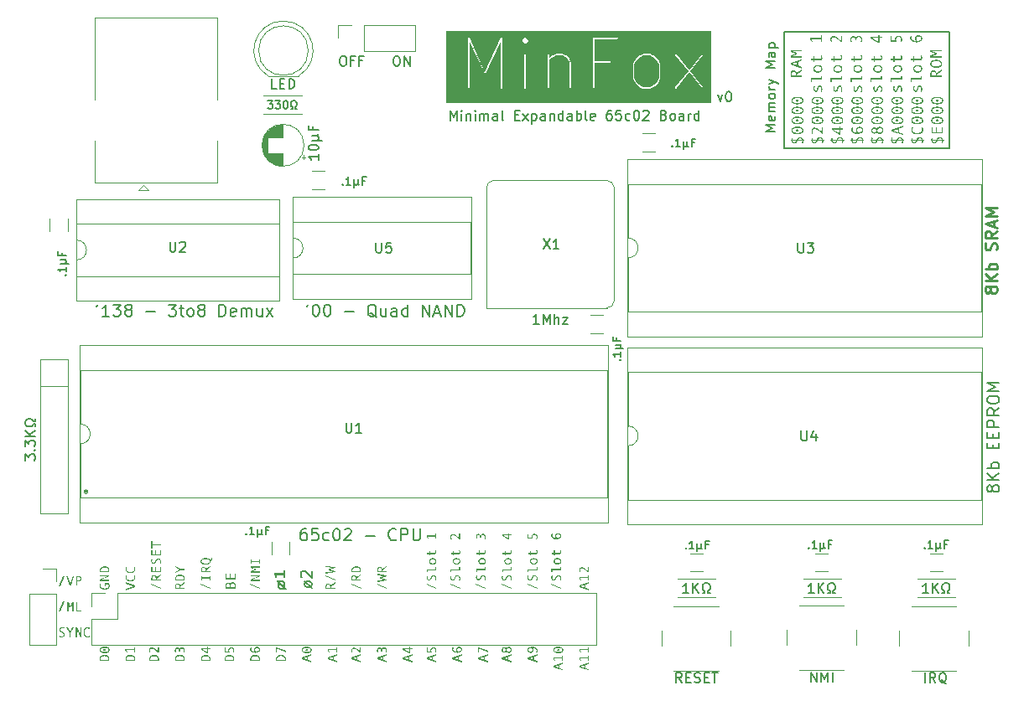
<source format=gbr>
%TF.GenerationSoftware,KiCad,Pcbnew,7.0.3*%
%TF.CreationDate,2023-06-30T08:14:04+01:00*%
%TF.ProjectId,MinFox,4d696e46-6f78-42e6-9b69-6361645f7063,rev?*%
%TF.SameCoordinates,Original*%
%TF.FileFunction,Legend,Top*%
%TF.FilePolarity,Positive*%
%FSLAX46Y46*%
G04 Gerber Fmt 4.6, Leading zero omitted, Abs format (unit mm)*
G04 Created by KiCad (PCBNEW 7.0.3) date 2023-06-30 08:14:04*
%MOMM*%
%LPD*%
G01*
G04 APERTURE LIST*
%ADD10C,0.150000*%
%ADD11C,0.200000*%
%ADD12C,0.240000*%
%ADD13C,0.120000*%
G04 APERTURE END LIST*
D10*
X137675000Y-29700000D02*
X154325000Y-29700000D01*
X154325000Y-41500000D01*
X137675000Y-41500000D01*
X137675000Y-29700000D01*
D11*
G36*
X86527966Y-85151950D02*
G01*
X86540974Y-85155968D01*
X86549348Y-85160136D01*
X86560492Y-85167782D01*
X86570881Y-85176623D01*
X86581046Y-85186345D01*
X86590556Y-85196153D01*
X86592213Y-85197920D01*
X86654446Y-85263328D01*
X86667122Y-85252433D01*
X86680383Y-85242134D01*
X86694230Y-85232430D01*
X86704999Y-85225543D01*
X86716097Y-85218990D01*
X86727525Y-85212772D01*
X86739282Y-85206890D01*
X86751369Y-85201342D01*
X86763784Y-85196129D01*
X86772244Y-85192840D01*
X86785011Y-85188187D01*
X86797710Y-85183991D01*
X86810343Y-85180254D01*
X86822908Y-85176974D01*
X86835406Y-85174152D01*
X86851967Y-85171100D01*
X86868408Y-85168863D01*
X86884731Y-85167439D01*
X86900934Y-85166829D01*
X86904966Y-85166803D01*
X86923601Y-85167336D01*
X86942119Y-85168935D01*
X86960520Y-85171601D01*
X86978803Y-85175332D01*
X86996970Y-85180129D01*
X87015019Y-85185992D01*
X87026986Y-85190493D01*
X87038902Y-85195468D01*
X87050765Y-85200917D01*
X87062577Y-85206839D01*
X87074336Y-85213235D01*
X87086043Y-85220105D01*
X87097698Y-85227449D01*
X87109139Y-85235254D01*
X87120281Y-85243508D01*
X87131126Y-85252211D01*
X87141674Y-85261364D01*
X87151924Y-85270965D01*
X87161876Y-85281015D01*
X87171530Y-85291514D01*
X87180887Y-85302462D01*
X87189946Y-85313859D01*
X87198708Y-85325705D01*
X87207171Y-85338000D01*
X87215338Y-85350744D01*
X87223206Y-85363937D01*
X87230777Y-85377579D01*
X87238050Y-85391670D01*
X87245025Y-85406210D01*
X87251600Y-85420977D01*
X87257751Y-85435829D01*
X87263477Y-85450764D01*
X87268779Y-85465784D01*
X87273658Y-85480888D01*
X87278111Y-85496077D01*
X87282141Y-85511350D01*
X87285747Y-85526707D01*
X87288928Y-85542149D01*
X87291685Y-85557675D01*
X87294018Y-85573286D01*
X87295927Y-85588980D01*
X87297412Y-85604759D01*
X87298472Y-85620623D01*
X87299108Y-85636570D01*
X87299321Y-85652602D01*
X87299148Y-85667412D01*
X87298631Y-85682151D01*
X87297769Y-85696821D01*
X87296562Y-85711422D01*
X87295010Y-85725954D01*
X87293114Y-85740415D01*
X87290873Y-85754808D01*
X87288287Y-85769131D01*
X87285356Y-85783384D01*
X87282080Y-85797568D01*
X87278460Y-85811683D01*
X87274495Y-85825728D01*
X87270185Y-85839704D01*
X87265530Y-85853610D01*
X87260530Y-85867446D01*
X87255186Y-85881214D01*
X87352663Y-85979326D01*
X87361570Y-85988534D01*
X87370887Y-85998744D01*
X87379867Y-86009499D01*
X87387636Y-86020265D01*
X87391718Y-86027271D01*
X87396960Y-86039840D01*
X87399837Y-86052243D01*
X87400917Y-86065576D01*
X87400926Y-86066960D01*
X87400021Y-86080966D01*
X87397309Y-86094168D01*
X87392788Y-86106566D01*
X87386459Y-86118160D01*
X87378321Y-86128950D01*
X87375207Y-86132369D01*
X87365138Y-86141433D01*
X87354221Y-86148621D01*
X87342456Y-86153935D01*
X87329842Y-86157373D01*
X87316380Y-86158936D01*
X87311704Y-86159040D01*
X87298294Y-86157790D01*
X87285687Y-86154039D01*
X87277729Y-86150150D01*
X87266734Y-86142578D01*
X87256107Y-86133618D01*
X87245474Y-86123661D01*
X87235368Y-86113556D01*
X87233595Y-86111730D01*
X87155168Y-86032986D01*
X87141351Y-86045982D01*
X87127287Y-86058139D01*
X87112974Y-86069458D01*
X87098412Y-86079939D01*
X87083603Y-86089581D01*
X87068546Y-86098385D01*
X87053241Y-86106350D01*
X87037688Y-86113476D01*
X87021886Y-86119765D01*
X87005837Y-86125215D01*
X86989539Y-86129826D01*
X86972994Y-86133599D01*
X86956200Y-86136534D01*
X86939158Y-86138630D01*
X86921869Y-86139887D01*
X86904331Y-86140307D01*
X86891484Y-86140066D01*
X86878662Y-86139344D01*
X86865864Y-86138141D01*
X86853092Y-86136457D01*
X86840344Y-86134291D01*
X86827621Y-86131644D01*
X86814923Y-86128516D01*
X86802250Y-86124907D01*
X86789601Y-86120817D01*
X86776977Y-86116245D01*
X86764378Y-86111192D01*
X86751804Y-86105658D01*
X86739255Y-86099642D01*
X86726731Y-86093146D01*
X86714231Y-86086168D01*
X86701756Y-86078709D01*
X86689420Y-86070790D01*
X86677416Y-86062436D01*
X86665745Y-86053645D01*
X86654406Y-86044417D01*
X86643400Y-86034752D01*
X86632726Y-86024651D01*
X86622384Y-86014114D01*
X86612375Y-86003140D01*
X86602698Y-85991729D01*
X86593354Y-85979882D01*
X86584342Y-85967598D01*
X86575663Y-85954877D01*
X86567315Y-85941720D01*
X86559301Y-85928127D01*
X86551618Y-85914096D01*
X86544268Y-85899630D01*
X86537270Y-85884901D01*
X86530724Y-85870086D01*
X86524629Y-85855184D01*
X86518986Y-85840195D01*
X86513794Y-85825119D01*
X86509054Y-85809956D01*
X86504765Y-85794707D01*
X86500927Y-85779371D01*
X86497541Y-85763947D01*
X86494607Y-85748438D01*
X86492124Y-85732841D01*
X86490092Y-85717157D01*
X86488512Y-85701387D01*
X86487383Y-85685530D01*
X86486706Y-85669586D01*
X86486489Y-85654190D01*
X86669369Y-85654190D01*
X86669658Y-85670330D01*
X86670525Y-85686125D01*
X86671970Y-85701576D01*
X86673993Y-85716681D01*
X86676594Y-85731442D01*
X86679773Y-85745858D01*
X86683530Y-85759929D01*
X86687865Y-85773655D01*
X86692777Y-85787037D01*
X86698268Y-85800074D01*
X86704337Y-85812766D01*
X86710984Y-85825113D01*
X86718208Y-85837115D01*
X86726011Y-85848773D01*
X86734392Y-85860085D01*
X86743351Y-85871053D01*
X86752633Y-85881473D01*
X86762064Y-85891220D01*
X86771644Y-85900296D01*
X86781373Y-85908699D01*
X86796245Y-85920043D01*
X86811453Y-85929874D01*
X86826995Y-85938193D01*
X86842872Y-85945000D01*
X86859084Y-85950294D01*
X86875631Y-85954075D01*
X86892512Y-85956344D01*
X86909729Y-85957100D01*
X86924989Y-85956262D01*
X86940131Y-85953746D01*
X86955153Y-85949554D01*
X86970057Y-85943685D01*
X86984841Y-85936139D01*
X86995851Y-85929379D01*
X87006794Y-85921676D01*
X87017670Y-85913029D01*
X87028480Y-85903440D01*
X86676990Y-85541789D01*
X86675204Y-85555840D01*
X86673656Y-85569890D01*
X86672346Y-85583940D01*
X86671274Y-85597990D01*
X86670441Y-85612040D01*
X86669846Y-85626090D01*
X86669488Y-85640140D01*
X86669369Y-85654190D01*
X86486489Y-85654190D01*
X86486480Y-85653555D01*
X86486711Y-85637410D01*
X86487403Y-85621362D01*
X86488557Y-85605410D01*
X86490171Y-85589556D01*
X86492248Y-85573798D01*
X86494785Y-85558137D01*
X86497784Y-85542572D01*
X86501245Y-85527104D01*
X86505167Y-85511733D01*
X86509550Y-85496459D01*
X86514394Y-85481282D01*
X86519700Y-85466201D01*
X86525468Y-85451217D01*
X86531697Y-85436330D01*
X86538387Y-85421539D01*
X86545538Y-85406845D01*
X86532812Y-85393510D01*
X86781135Y-85393510D01*
X87118019Y-85740872D01*
X87117562Y-85727179D01*
X87117182Y-85713486D01*
X87116880Y-85699793D01*
X87116655Y-85686100D01*
X87116507Y-85672407D01*
X87116438Y-85658715D01*
X87116431Y-85653237D01*
X87116165Y-85637135D01*
X87115365Y-85621372D01*
X87114031Y-85605949D01*
X87112165Y-85590865D01*
X87109765Y-85576122D01*
X87106832Y-85561719D01*
X87103365Y-85547655D01*
X87099365Y-85533931D01*
X87094832Y-85520547D01*
X87089765Y-85507503D01*
X87084165Y-85494798D01*
X87078032Y-85482434D01*
X87071365Y-85470409D01*
X87064165Y-85458724D01*
X87056432Y-85447379D01*
X87048166Y-85436374D01*
X87039563Y-85425878D01*
X87030901Y-85416058D01*
X87017796Y-85402599D01*
X87004557Y-85390663D01*
X86991184Y-85380251D01*
X86977677Y-85371363D01*
X86964036Y-85363998D01*
X86950262Y-85358157D01*
X86936353Y-85353840D01*
X86922310Y-85351047D01*
X86908134Y-85349777D01*
X86903378Y-85349692D01*
X86887647Y-85350377D01*
X86872044Y-85352431D01*
X86856570Y-85355854D01*
X86841225Y-85360647D01*
X86826009Y-85366809D01*
X86810922Y-85374340D01*
X86799691Y-85380887D01*
X86788533Y-85388204D01*
X86781135Y-85393510D01*
X86532812Y-85393510D01*
X86472510Y-85330324D01*
X86462270Y-85319351D01*
X86453459Y-85309294D01*
X86444985Y-85298717D01*
X86437682Y-85288154D01*
X86434408Y-85282379D01*
X86429346Y-85269810D01*
X86426568Y-85257407D01*
X86425526Y-85244074D01*
X86425517Y-85242690D01*
X86426421Y-85228997D01*
X86429134Y-85216018D01*
X86433655Y-85203754D01*
X86439984Y-85192205D01*
X86448122Y-85181369D01*
X86451236Y-85177916D01*
X86461197Y-85168637D01*
X86472028Y-85161277D01*
X86483731Y-85155837D01*
X86496303Y-85152317D01*
X86509747Y-85150717D01*
X86514422Y-85150610D01*
X86527966Y-85151950D01*
G37*
G36*
X86141023Y-84465729D02*
G01*
X87096110Y-84465729D01*
X87096110Y-84280935D01*
X87096507Y-84264945D01*
X87097698Y-84250155D01*
X87099683Y-84236567D01*
X87103279Y-84221269D01*
X87108117Y-84207848D01*
X87114194Y-84196302D01*
X87121512Y-84186632D01*
X87131476Y-84177029D01*
X87142557Y-84169412D01*
X87154754Y-84163782D01*
X87168067Y-84160140D01*
X87182497Y-84158484D01*
X87187555Y-84158374D01*
X87202368Y-84159367D01*
X87216087Y-84162347D01*
X87228712Y-84167315D01*
X87240243Y-84174269D01*
X87250680Y-84183210D01*
X87253916Y-84186632D01*
X87262440Y-84198461D01*
X87268197Y-84210382D01*
X87272729Y-84224179D01*
X87276036Y-84239851D01*
X87277799Y-84253740D01*
X87278779Y-84268830D01*
X87279000Y-84280935D01*
X87279000Y-84833729D01*
X87278608Y-84849650D01*
X87277432Y-84864390D01*
X87275472Y-84877948D01*
X87271920Y-84893237D01*
X87267144Y-84906680D01*
X87261142Y-84918278D01*
X87253916Y-84928032D01*
X87243843Y-84937527D01*
X87232677Y-84945058D01*
X87220417Y-84950625D01*
X87207062Y-84954227D01*
X87192614Y-84955864D01*
X87187555Y-84955973D01*
X87172753Y-84954991D01*
X87159068Y-84952044D01*
X87146499Y-84947132D01*
X87135046Y-84940256D01*
X87124709Y-84931415D01*
X87121512Y-84928032D01*
X87112879Y-84916106D01*
X87107050Y-84904139D01*
X87102461Y-84890327D01*
X87099112Y-84874669D01*
X87097326Y-84860815D01*
X87096334Y-84845780D01*
X87096110Y-84833729D01*
X87096110Y-84648618D01*
X86389956Y-84648618D01*
X86434725Y-84812138D01*
X86438502Y-84826211D01*
X86441497Y-84838899D01*
X86444004Y-84851952D01*
X86445567Y-84864564D01*
X86445838Y-84871196D01*
X86444822Y-84883959D01*
X86441070Y-84898002D01*
X86434552Y-84911134D01*
X86426764Y-84921664D01*
X86416944Y-84931524D01*
X86405651Y-84940157D01*
X86393443Y-84947003D01*
X86380320Y-84952064D01*
X86366281Y-84955338D01*
X86351327Y-84956826D01*
X86346138Y-84956926D01*
X86332419Y-84956267D01*
X86319839Y-84954291D01*
X86306601Y-84950321D01*
X86294913Y-84944559D01*
X86286128Y-84938192D01*
X86276786Y-84928021D01*
X86269166Y-84916159D01*
X86263088Y-84904057D01*
X86257259Y-84889939D01*
X86252774Y-84877194D01*
X86248448Y-84863159D01*
X86247391Y-84859448D01*
X86141023Y-84465729D01*
G37*
D10*
G36*
X107730000Y-92790648D02*
G01*
X107386106Y-92897870D01*
X107386106Y-93215874D01*
X107730000Y-93324563D01*
X107730000Y-93441311D01*
X106760844Y-93124528D01*
X106760844Y-93057117D01*
X106908122Y-93057117D01*
X107292316Y-93183634D01*
X107292316Y-92930110D01*
X106908122Y-93057117D01*
X106760844Y-93057117D01*
X106760844Y-92989217D01*
X107730000Y-92672434D01*
X107730000Y-92790648D01*
G37*
G36*
X106837536Y-91928470D02*
G01*
X107730000Y-92312420D01*
X107730000Y-92427947D01*
X106854633Y-92049371D01*
X106854633Y-92503418D01*
X106760844Y-92503418D01*
X106760844Y-91928470D01*
X106837536Y-91928470D01*
G37*
G36*
X69458436Y-85465561D02*
G01*
X69468995Y-85480528D01*
X69478873Y-85495691D01*
X69488069Y-85511051D01*
X69496584Y-85526607D01*
X69504418Y-85542359D01*
X69511571Y-85558309D01*
X69518042Y-85574454D01*
X69523832Y-85590797D01*
X69528941Y-85607336D01*
X69533369Y-85624071D01*
X69537116Y-85641003D01*
X69540181Y-85658131D01*
X69542566Y-85675457D01*
X69544269Y-85692978D01*
X69545290Y-85710696D01*
X69545631Y-85728611D01*
X69545507Y-85740337D01*
X69545134Y-85751884D01*
X69544513Y-85763254D01*
X69543643Y-85774445D01*
X69542524Y-85785457D01*
X69541157Y-85796291D01*
X69539542Y-85806946D01*
X69537678Y-85817424D01*
X69535565Y-85827722D01*
X69533204Y-85837843D01*
X69530595Y-85847785D01*
X69527736Y-85857548D01*
X69524630Y-85867133D01*
X69521274Y-85876540D01*
X69517671Y-85885768D01*
X69513818Y-85894818D01*
X69509718Y-85903690D01*
X69500770Y-85920897D01*
X69490829Y-85937391D01*
X69479893Y-85953172D01*
X69467963Y-85968238D01*
X69455040Y-85982591D01*
X69441122Y-85996231D01*
X69433790Y-86002783D01*
X69426209Y-86009157D01*
X69418381Y-86015352D01*
X69410297Y-86021348D01*
X69401984Y-86027153D01*
X69393441Y-86032768D01*
X69384667Y-86038192D01*
X69375664Y-86043427D01*
X69366431Y-86048471D01*
X69356968Y-86053324D01*
X69347275Y-86057988D01*
X69337352Y-86062460D01*
X69327200Y-86066743D01*
X69316817Y-86070835D01*
X69306204Y-86074737D01*
X69295362Y-86078449D01*
X69284289Y-86081970D01*
X69272987Y-86085301D01*
X69261454Y-86088442D01*
X69249692Y-86091392D01*
X69237700Y-86094152D01*
X69225478Y-86096721D01*
X69213026Y-86099100D01*
X69200344Y-86101289D01*
X69187432Y-86103288D01*
X69174290Y-86105096D01*
X69160918Y-86106714D01*
X69147316Y-86108142D01*
X69133485Y-86109379D01*
X69119423Y-86110426D01*
X69105131Y-86111282D01*
X69090610Y-86111948D01*
X69075859Y-86112424D01*
X69060877Y-86112710D01*
X69045666Y-86112805D01*
X69030962Y-86112713D01*
X69016463Y-86112437D01*
X69002169Y-86111976D01*
X68988082Y-86111332D01*
X68974200Y-86110503D01*
X68960523Y-86109490D01*
X68947053Y-86108293D01*
X68933787Y-86106912D01*
X68920728Y-86105347D01*
X68907874Y-86103598D01*
X68895225Y-86101665D01*
X68882783Y-86099547D01*
X68870545Y-86097245D01*
X68858514Y-86094759D01*
X68846688Y-86092089D01*
X68835068Y-86089235D01*
X68823653Y-86086197D01*
X68812444Y-86082975D01*
X68801440Y-86079568D01*
X68790642Y-86075978D01*
X68780050Y-86072203D01*
X68769663Y-86068244D01*
X68759482Y-86064101D01*
X68749506Y-86059774D01*
X68739736Y-86055262D01*
X68730172Y-86050567D01*
X68720813Y-86045687D01*
X68711660Y-86040623D01*
X68702712Y-86035376D01*
X68693971Y-86029944D01*
X68685434Y-86024327D01*
X68677103Y-86018527D01*
X68668989Y-86012521D01*
X68661132Y-86006319D01*
X68653533Y-85999920D01*
X68646191Y-85993324D01*
X68639107Y-85986532D01*
X68625712Y-85972358D01*
X68613348Y-85957399D01*
X68602013Y-85941653D01*
X68591709Y-85925120D01*
X68586944Y-85916559D01*
X68582436Y-85907802D01*
X68578185Y-85898848D01*
X68574192Y-85889698D01*
X68570457Y-85880350D01*
X68566980Y-85870807D01*
X68563760Y-85861067D01*
X68560797Y-85851130D01*
X68558092Y-85840997D01*
X68555645Y-85830667D01*
X68553456Y-85820141D01*
X68551524Y-85809418D01*
X68549849Y-85798499D01*
X68548432Y-85787383D01*
X68547273Y-85776070D01*
X68546372Y-85764561D01*
X68545728Y-85752856D01*
X68545341Y-85740954D01*
X68545212Y-85728855D01*
X68545363Y-85715725D01*
X68545813Y-85702620D01*
X68546565Y-85689541D01*
X68547617Y-85676488D01*
X68548969Y-85663460D01*
X68550622Y-85650459D01*
X68552575Y-85637483D01*
X68554829Y-85624533D01*
X68557384Y-85611608D01*
X68560239Y-85598710D01*
X68562309Y-85590125D01*
X68565614Y-85577491D01*
X68569116Y-85565324D01*
X68572815Y-85553625D01*
X68576712Y-85542395D01*
X68580806Y-85531632D01*
X68585098Y-85521337D01*
X68589588Y-85511511D01*
X68594275Y-85502152D01*
X68599159Y-85493261D01*
X68604241Y-85484838D01*
X68607739Y-85479483D01*
X68701528Y-85516608D01*
X68693956Y-85528771D01*
X68686873Y-85541082D01*
X68680279Y-85553539D01*
X68674173Y-85566144D01*
X68668555Y-85578895D01*
X68663426Y-85591793D01*
X68658785Y-85604838D01*
X68654633Y-85618030D01*
X68650969Y-85631369D01*
X68647794Y-85644855D01*
X68645108Y-85658487D01*
X68642909Y-85672267D01*
X68641200Y-85686194D01*
X68639979Y-85700267D01*
X68639246Y-85714488D01*
X68639002Y-85728855D01*
X68639385Y-85745231D01*
X68640536Y-85761080D01*
X68642453Y-85776402D01*
X68645138Y-85791198D01*
X68648590Y-85805467D01*
X68652809Y-85819210D01*
X68657795Y-85832425D01*
X68663548Y-85845115D01*
X68670068Y-85857277D01*
X68677355Y-85868913D01*
X68685410Y-85880022D01*
X68694231Y-85890605D01*
X68703819Y-85900661D01*
X68714175Y-85910190D01*
X68725298Y-85919193D01*
X68737187Y-85927669D01*
X68749870Y-85935595D01*
X68763432Y-85943010D01*
X68777874Y-85949914D01*
X68793195Y-85956306D01*
X68809396Y-85962187D01*
X68826477Y-85967557D01*
X68844437Y-85972415D01*
X68863278Y-85976762D01*
X68873028Y-85978743D01*
X68882997Y-85980597D01*
X68893187Y-85982323D01*
X68903597Y-85983921D01*
X68914226Y-85985391D01*
X68925076Y-85986734D01*
X68936145Y-85987948D01*
X68947435Y-85989035D01*
X68958944Y-85989994D01*
X68970673Y-85990825D01*
X68982622Y-85991528D01*
X68994791Y-85992103D01*
X69007180Y-85992551D01*
X69019789Y-85992870D01*
X69032617Y-85993062D01*
X69045666Y-85993126D01*
X69070655Y-85992868D01*
X69094851Y-85992094D01*
X69118254Y-85990803D01*
X69140863Y-85988997D01*
X69162679Y-85986674D01*
X69183702Y-85983835D01*
X69203932Y-85980480D01*
X69223368Y-85976609D01*
X69242011Y-85972222D01*
X69259860Y-85967318D01*
X69276916Y-85961899D01*
X69293179Y-85955963D01*
X69308649Y-85949511D01*
X69323325Y-85942543D01*
X69337208Y-85935059D01*
X69350298Y-85927058D01*
X69362594Y-85918542D01*
X69374097Y-85909509D01*
X69384807Y-85899960D01*
X69394723Y-85889895D01*
X69403846Y-85879314D01*
X69412176Y-85868217D01*
X69419713Y-85856603D01*
X69426456Y-85844474D01*
X69432406Y-85831828D01*
X69437562Y-85818666D01*
X69441925Y-85804988D01*
X69445495Y-85790794D01*
X69448272Y-85776083D01*
X69450255Y-85760857D01*
X69451445Y-85745114D01*
X69451842Y-85728855D01*
X69451678Y-85716589D01*
X69451185Y-85704706D01*
X69450365Y-85693203D01*
X69449216Y-85682083D01*
X69447739Y-85671343D01*
X69445934Y-85660986D01*
X69443801Y-85651010D01*
X69441339Y-85641416D01*
X69437032Y-85627740D01*
X69431986Y-85614923D01*
X69426201Y-85602965D01*
X69419678Y-85591865D01*
X69412417Y-85581624D01*
X69409832Y-85578401D01*
X69170474Y-85578401D01*
X69170474Y-85752791D01*
X69076685Y-85752791D01*
X69076685Y-85465561D01*
X69458436Y-85465561D01*
G37*
G36*
X69530000Y-84645394D02*
G01*
X69530000Y-84770446D01*
X68764787Y-85118004D01*
X69530000Y-85118004D01*
X69530000Y-85230600D01*
X68560844Y-85230600D01*
X68560844Y-85105059D01*
X69319218Y-84756036D01*
X68560844Y-84756036D01*
X68560844Y-84645394D01*
X69530000Y-84645394D01*
G37*
G36*
X69059990Y-83765501D02*
G01*
X69074111Y-83765842D01*
X69088028Y-83766411D01*
X69101743Y-83767207D01*
X69115254Y-83768231D01*
X69128562Y-83769483D01*
X69141666Y-83770962D01*
X69154568Y-83772668D01*
X69167266Y-83774602D01*
X69179761Y-83776764D01*
X69192053Y-83779153D01*
X69204141Y-83781770D01*
X69216027Y-83784614D01*
X69227709Y-83787686D01*
X69239188Y-83790986D01*
X69250464Y-83794513D01*
X69261536Y-83798267D01*
X69272405Y-83802249D01*
X69283071Y-83806459D01*
X69293534Y-83810896D01*
X69303794Y-83815561D01*
X69313850Y-83820453D01*
X69323704Y-83825573D01*
X69333353Y-83830920D01*
X69342800Y-83836495D01*
X69352044Y-83842298D01*
X69361084Y-83848328D01*
X69369921Y-83854585D01*
X69378555Y-83861070D01*
X69386986Y-83867783D01*
X69395213Y-83874723D01*
X69403237Y-83881891D01*
X69411036Y-83889221D01*
X69418588Y-83896681D01*
X69425891Y-83904269D01*
X69432947Y-83911986D01*
X69439756Y-83919832D01*
X69446317Y-83927806D01*
X69452630Y-83935910D01*
X69458696Y-83944142D01*
X69464514Y-83952503D01*
X69470085Y-83960993D01*
X69475408Y-83969612D01*
X69480483Y-83978359D01*
X69485311Y-83987235D01*
X69489891Y-83996240D01*
X69494224Y-84005374D01*
X69498309Y-84014637D01*
X69502147Y-84024028D01*
X69505736Y-84033548D01*
X69509079Y-84043197D01*
X69512174Y-84052975D01*
X69515021Y-84062882D01*
X69517620Y-84072917D01*
X69519972Y-84083081D01*
X69522077Y-84093374D01*
X69523934Y-84103796D01*
X69525543Y-84114347D01*
X69526905Y-84125026D01*
X69528019Y-84135835D01*
X69528885Y-84146772D01*
X69529504Y-84157837D01*
X69529876Y-84169032D01*
X69530000Y-84180355D01*
X69530000Y-84375994D01*
X68560844Y-84375994D01*
X68560844Y-84263398D01*
X68654633Y-84263398D01*
X69436210Y-84263398D01*
X69436210Y-84183775D01*
X69435806Y-84166721D01*
X69434592Y-84150119D01*
X69432570Y-84133969D01*
X69429738Y-84118272D01*
X69426097Y-84103027D01*
X69421647Y-84088234D01*
X69416388Y-84073893D01*
X69410321Y-84060005D01*
X69403444Y-84046569D01*
X69395758Y-84033585D01*
X69387262Y-84021053D01*
X69377958Y-84008973D01*
X69367845Y-83997346D01*
X69356923Y-83986171D01*
X69345192Y-83975448D01*
X69332651Y-83965177D01*
X69319394Y-83955447D01*
X69305514Y-83946344D01*
X69291009Y-83937869D01*
X69275880Y-83930022D01*
X69260127Y-83922802D01*
X69243751Y-83916211D01*
X69226750Y-83910247D01*
X69209125Y-83904911D01*
X69190877Y-83900202D01*
X69172004Y-83896122D01*
X69162334Y-83894317D01*
X69152508Y-83892669D01*
X69142526Y-83891178D01*
X69132387Y-83889844D01*
X69122093Y-83888667D01*
X69111643Y-83887647D01*
X69101037Y-83886783D01*
X69090275Y-83886077D01*
X69079356Y-83885528D01*
X69068282Y-83885135D01*
X69057052Y-83884900D01*
X69045666Y-83884822D01*
X69034369Y-83884901D01*
X69023223Y-83885137D01*
X69012229Y-83885532D01*
X69001385Y-83886085D01*
X68990693Y-83886795D01*
X68980153Y-83887664D01*
X68969763Y-83888690D01*
X68959525Y-83889874D01*
X68949437Y-83891216D01*
X68939501Y-83892717D01*
X68929717Y-83894374D01*
X68920083Y-83896190D01*
X68901270Y-83900296D01*
X68883061Y-83905033D01*
X68865458Y-83910401D01*
X68848459Y-83916401D01*
X68832065Y-83923033D01*
X68816276Y-83930297D01*
X68801092Y-83938191D01*
X68786513Y-83946718D01*
X68772539Y-83955876D01*
X68759169Y-83965666D01*
X68746510Y-83975963D01*
X68734668Y-83986705D01*
X68723643Y-83997892D01*
X68713435Y-84009523D01*
X68704043Y-84021599D01*
X68695467Y-84034119D01*
X68687709Y-84047084D01*
X68680767Y-84060493D01*
X68674642Y-84074347D01*
X68669334Y-84088646D01*
X68664842Y-84103389D01*
X68661167Y-84118577D01*
X68658308Y-84134210D01*
X68656267Y-84150287D01*
X68655041Y-84166809D01*
X68654633Y-84183775D01*
X68654633Y-84263398D01*
X68560844Y-84263398D01*
X68560844Y-84184996D01*
X68560970Y-84173178D01*
X68561350Y-84161509D01*
X68561982Y-84149987D01*
X68562867Y-84138613D01*
X68564004Y-84127387D01*
X68565395Y-84116308D01*
X68567038Y-84105378D01*
X68568934Y-84094596D01*
X68571083Y-84083961D01*
X68573485Y-84073474D01*
X68576140Y-84063136D01*
X68579048Y-84052945D01*
X68582208Y-84042902D01*
X68585621Y-84033006D01*
X68589287Y-84023259D01*
X68593206Y-84013660D01*
X68597378Y-84004208D01*
X68601802Y-83994904D01*
X68606480Y-83985749D01*
X68611410Y-83976741D01*
X68616593Y-83967881D01*
X68622029Y-83959169D01*
X68627717Y-83950604D01*
X68633659Y-83942188D01*
X68639853Y-83933920D01*
X68646300Y-83925799D01*
X68653000Y-83917826D01*
X68659953Y-83910001D01*
X68667159Y-83902325D01*
X68674617Y-83894795D01*
X68682328Y-83887414D01*
X68690293Y-83880181D01*
X68698477Y-83873118D01*
X68706851Y-83866280D01*
X68715412Y-83859666D01*
X68724162Y-83853276D01*
X68733101Y-83847110D01*
X68742228Y-83841169D01*
X68751543Y-83835452D01*
X68761047Y-83829959D01*
X68770739Y-83824690D01*
X68780620Y-83819645D01*
X68790689Y-83814825D01*
X68800946Y-83810228D01*
X68811392Y-83805856D01*
X68822026Y-83801708D01*
X68832849Y-83797785D01*
X68843860Y-83794085D01*
X68855060Y-83790610D01*
X68866448Y-83787359D01*
X68878024Y-83784332D01*
X68889789Y-83781530D01*
X68901743Y-83778951D01*
X68913885Y-83776597D01*
X68926215Y-83774467D01*
X68938733Y-83772561D01*
X68951440Y-83770880D01*
X68964336Y-83769423D01*
X68977420Y-83768189D01*
X68990692Y-83767180D01*
X69004153Y-83766396D01*
X69017802Y-83765835D01*
X69031640Y-83765499D01*
X69045666Y-83765387D01*
X69059990Y-83765501D01*
G37*
X90619819Y-42089411D02*
X90619819Y-42660839D01*
X90619819Y-42375125D02*
X89619819Y-42375125D01*
X89619819Y-42375125D02*
X89762676Y-42470363D01*
X89762676Y-42470363D02*
X89857914Y-42565601D01*
X89857914Y-42565601D02*
X89905533Y-42660839D01*
X89619819Y-41470363D02*
X89619819Y-41375125D01*
X89619819Y-41375125D02*
X89667438Y-41279887D01*
X89667438Y-41279887D02*
X89715057Y-41232268D01*
X89715057Y-41232268D02*
X89810295Y-41184649D01*
X89810295Y-41184649D02*
X90000771Y-41137030D01*
X90000771Y-41137030D02*
X90238866Y-41137030D01*
X90238866Y-41137030D02*
X90429342Y-41184649D01*
X90429342Y-41184649D02*
X90524580Y-41232268D01*
X90524580Y-41232268D02*
X90572200Y-41279887D01*
X90572200Y-41279887D02*
X90619819Y-41375125D01*
X90619819Y-41375125D02*
X90619819Y-41470363D01*
X90619819Y-41470363D02*
X90572200Y-41565601D01*
X90572200Y-41565601D02*
X90524580Y-41613220D01*
X90524580Y-41613220D02*
X90429342Y-41660839D01*
X90429342Y-41660839D02*
X90238866Y-41708458D01*
X90238866Y-41708458D02*
X90000771Y-41708458D01*
X90000771Y-41708458D02*
X89810295Y-41660839D01*
X89810295Y-41660839D02*
X89715057Y-41613220D01*
X89715057Y-41613220D02*
X89667438Y-41565601D01*
X89667438Y-41565601D02*
X89619819Y-41470363D01*
X89953152Y-40708458D02*
X90953152Y-40708458D01*
X90476961Y-40232268D02*
X90572200Y-40184649D01*
X90572200Y-40184649D02*
X90619819Y-40089411D01*
X90476961Y-40708458D02*
X90572200Y-40660839D01*
X90572200Y-40660839D02*
X90619819Y-40565601D01*
X90619819Y-40565601D02*
X90619819Y-40375125D01*
X90619819Y-40375125D02*
X90572200Y-40279887D01*
X90572200Y-40279887D02*
X90476961Y-40232268D01*
X90476961Y-40232268D02*
X89953152Y-40232268D01*
X90096009Y-39327506D02*
X90096009Y-39660839D01*
X90619819Y-39660839D02*
X89619819Y-39660839D01*
X89619819Y-39660839D02*
X89619819Y-39184649D01*
G36*
X92530000Y-92790648D02*
G01*
X92186106Y-92897870D01*
X92186106Y-93215874D01*
X92530000Y-93324563D01*
X92530000Y-93441311D01*
X91560844Y-93124528D01*
X91560844Y-93057117D01*
X91708122Y-93057117D01*
X92092316Y-93183634D01*
X92092316Y-92930110D01*
X91708122Y-93057117D01*
X91560844Y-93057117D01*
X91560844Y-92989217D01*
X92530000Y-92672434D01*
X92530000Y-92790648D01*
G37*
G36*
X92530000Y-91940927D02*
G01*
X92530000Y-92450662D01*
X92436210Y-92450662D01*
X92436210Y-92245253D01*
X91668066Y-92245253D01*
X91764054Y-92438938D01*
X91649260Y-92438938D01*
X91545212Y-92229378D01*
X91545212Y-92132657D01*
X92436210Y-92132657D01*
X92436210Y-91940927D01*
X92530000Y-91940927D01*
G37*
X130941541Y-36103152D02*
X131179636Y-36769819D01*
X131179636Y-36769819D02*
X131417731Y-36103152D01*
X131989160Y-35769819D02*
X132084398Y-35769819D01*
X132084398Y-35769819D02*
X132179636Y-35817438D01*
X132179636Y-35817438D02*
X132227255Y-35865057D01*
X132227255Y-35865057D02*
X132274874Y-35960295D01*
X132274874Y-35960295D02*
X132322493Y-36150771D01*
X132322493Y-36150771D02*
X132322493Y-36388866D01*
X132322493Y-36388866D02*
X132274874Y-36579342D01*
X132274874Y-36579342D02*
X132227255Y-36674580D01*
X132227255Y-36674580D02*
X132179636Y-36722200D01*
X132179636Y-36722200D02*
X132084398Y-36769819D01*
X132084398Y-36769819D02*
X131989160Y-36769819D01*
X131989160Y-36769819D02*
X131893922Y-36722200D01*
X131893922Y-36722200D02*
X131846303Y-36674580D01*
X131846303Y-36674580D02*
X131798684Y-36579342D01*
X131798684Y-36579342D02*
X131751065Y-36388866D01*
X131751065Y-36388866D02*
X131751065Y-36150771D01*
X131751065Y-36150771D02*
X131798684Y-35960295D01*
X131798684Y-35960295D02*
X131846303Y-35865057D01*
X131846303Y-35865057D02*
X131893922Y-35817438D01*
X131893922Y-35817438D02*
X131989160Y-35769819D01*
G36*
X111745212Y-85530286D02*
G01*
X112745631Y-85951360D01*
X112745631Y-86052233D01*
X111745212Y-85633356D01*
X111745212Y-85530286D01*
G37*
G36*
X111870265Y-84731123D02*
G01*
X111866479Y-84741926D01*
X111862937Y-84752658D01*
X111859640Y-84763320D01*
X111856587Y-84773911D01*
X111853778Y-84784432D01*
X111851214Y-84794882D01*
X111848893Y-84805261D01*
X111846817Y-84815570D01*
X111844986Y-84825808D01*
X111843398Y-84835976D01*
X111842055Y-84846073D01*
X111840956Y-84856099D01*
X111840101Y-84866055D01*
X111839490Y-84875940D01*
X111839124Y-84885754D01*
X111839002Y-84895498D01*
X111839158Y-84906362D01*
X111839627Y-84916973D01*
X111840410Y-84927329D01*
X111841505Y-84937432D01*
X111842913Y-84947281D01*
X111845612Y-84961578D01*
X111849016Y-84975305D01*
X111853123Y-84988460D01*
X111857934Y-85001045D01*
X111863450Y-85013058D01*
X111869669Y-85024501D01*
X111876593Y-85035372D01*
X111879057Y-85038869D01*
X111886868Y-85048734D01*
X111895280Y-85057628D01*
X111904294Y-85065552D01*
X111913908Y-85072506D01*
X111924123Y-85078489D01*
X111934939Y-85083502D01*
X111946357Y-85087545D01*
X111958375Y-85090618D01*
X111970995Y-85092720D01*
X111984215Y-85093852D01*
X111993363Y-85094068D01*
X112004240Y-85093501D01*
X112014952Y-85091801D01*
X112025497Y-85088967D01*
X112035877Y-85085000D01*
X112046090Y-85079900D01*
X112056137Y-85073666D01*
X112066019Y-85066299D01*
X112075734Y-85057798D01*
X112085283Y-85048164D01*
X112094667Y-85037396D01*
X112103884Y-85025495D01*
X112112935Y-85012460D01*
X112121820Y-84998292D01*
X112130540Y-84982991D01*
X112139093Y-84966556D01*
X112147480Y-84948988D01*
X112153560Y-84935868D01*
X112159402Y-84923315D01*
X112165009Y-84911329D01*
X112170378Y-84899910D01*
X112175511Y-84889058D01*
X112180407Y-84878772D01*
X112185067Y-84869052D01*
X112189490Y-84859900D01*
X112195681Y-84847234D01*
X112201340Y-84835843D01*
X112206466Y-84825727D01*
X112211060Y-84816887D01*
X112216357Y-84807083D01*
X112221345Y-84798397D01*
X112226783Y-84789680D01*
X112232671Y-84780933D01*
X112239010Y-84772156D01*
X112245800Y-84763348D01*
X112253039Y-84754509D01*
X112260729Y-84745640D01*
X112268869Y-84736741D01*
X112277421Y-84728047D01*
X112286348Y-84719796D01*
X112295648Y-84711988D01*
X112305322Y-84704623D01*
X112315371Y-84697700D01*
X112325793Y-84691220D01*
X112336589Y-84685182D01*
X112347759Y-84679588D01*
X112359292Y-84674493D01*
X112371176Y-84670078D01*
X112383411Y-84666341D01*
X112395997Y-84663285D01*
X112405667Y-84661438D01*
X112415535Y-84659973D01*
X112425600Y-84658890D01*
X112435862Y-84658190D01*
X112446322Y-84657871D01*
X112449853Y-84657850D01*
X112467192Y-84658222D01*
X112484039Y-84659339D01*
X112500394Y-84661199D01*
X112516256Y-84663804D01*
X112531627Y-84667152D01*
X112546504Y-84671245D01*
X112560890Y-84676083D01*
X112574783Y-84681664D01*
X112588184Y-84687989D01*
X112601093Y-84695059D01*
X112613509Y-84702873D01*
X112625433Y-84711431D01*
X112636865Y-84720733D01*
X112647804Y-84730780D01*
X112658251Y-84741570D01*
X112668206Y-84753105D01*
X112677582Y-84765115D01*
X112686353Y-84777392D01*
X112694518Y-84789936D01*
X112702079Y-84802747D01*
X112709036Y-84815826D01*
X112715387Y-84829171D01*
X112721133Y-84842784D01*
X112726275Y-84856664D01*
X112730811Y-84870811D01*
X112734743Y-84885225D01*
X112738070Y-84899906D01*
X112740792Y-84914855D01*
X112742909Y-84930070D01*
X112744421Y-84945553D01*
X112745329Y-84961303D01*
X112745631Y-84977320D01*
X112745448Y-84992830D01*
X112744898Y-85008098D01*
X112743982Y-85023124D01*
X112742700Y-85037907D01*
X112741051Y-85052448D01*
X112739036Y-85066747D01*
X112736655Y-85080803D01*
X112733907Y-85094617D01*
X112730793Y-85108189D01*
X112727313Y-85121518D01*
X112723466Y-85134606D01*
X112719253Y-85147450D01*
X112714673Y-85160053D01*
X112709727Y-85172413D01*
X112704415Y-85184530D01*
X112698736Y-85196406D01*
X112604947Y-85172958D01*
X112610626Y-85159267D01*
X112615938Y-85145794D01*
X112620884Y-85132538D01*
X112625464Y-85119500D01*
X112629677Y-85106679D01*
X112633524Y-85094076D01*
X112637004Y-85081690D01*
X112640118Y-85069521D01*
X112642866Y-85057571D01*
X112645247Y-85045838D01*
X112647262Y-85034322D01*
X112648911Y-85023024D01*
X112650193Y-85011943D01*
X112651109Y-85001080D01*
X112651659Y-84990435D01*
X112651842Y-84980006D01*
X112651650Y-84968127D01*
X112651075Y-84956548D01*
X112650116Y-84945268D01*
X112648773Y-84934287D01*
X112647048Y-84923606D01*
X112644938Y-84913225D01*
X112642445Y-84903143D01*
X112639569Y-84893361D01*
X112636309Y-84883879D01*
X112632665Y-84874696D01*
X112626480Y-84861483D01*
X112619433Y-84848944D01*
X112611522Y-84837080D01*
X112602749Y-84825889D01*
X112593174Y-84815501D01*
X112582951Y-84806134D01*
X112572080Y-84797789D01*
X112560560Y-84790466D01*
X112548392Y-84784165D01*
X112535576Y-84778886D01*
X112522111Y-84774628D01*
X112507998Y-84771393D01*
X112498229Y-84769803D01*
X112488172Y-84768668D01*
X112477827Y-84767987D01*
X112467194Y-84767759D01*
X112455367Y-84768092D01*
X112443884Y-84769090D01*
X112432745Y-84770754D01*
X112421948Y-84773083D01*
X112411495Y-84776078D01*
X112401386Y-84779738D01*
X112391620Y-84784063D01*
X112382198Y-84789054D01*
X112373119Y-84794711D01*
X112364383Y-84801033D01*
X112358750Y-84805617D01*
X112350381Y-84813232D01*
X112341943Y-84821972D01*
X112333437Y-84831836D01*
X112324862Y-84842826D01*
X112319107Y-84850777D01*
X112313321Y-84859228D01*
X112307505Y-84868180D01*
X112301659Y-84877631D01*
X112295782Y-84887582D01*
X112289874Y-84898032D01*
X112283936Y-84908983D01*
X112277967Y-84920434D01*
X112271968Y-84932385D01*
X112265938Y-84944836D01*
X112259866Y-84957613D01*
X112254047Y-84969813D01*
X112248479Y-84981435D01*
X112243162Y-84992478D01*
X112238098Y-85002943D01*
X112233286Y-85012830D01*
X112228725Y-85022139D01*
X112222357Y-85035019D01*
X112216555Y-85046597D01*
X112211320Y-85056875D01*
X112206652Y-85065851D01*
X112201309Y-85075796D01*
X112199016Y-85079902D01*
X112193204Y-85089437D01*
X112186760Y-85098959D01*
X112179685Y-85108470D01*
X112171977Y-85117969D01*
X112165356Y-85125560D01*
X112158330Y-85133143D01*
X112150900Y-85140718D01*
X112143092Y-85148076D01*
X112135054Y-85155006D01*
X112126788Y-85161509D01*
X112118293Y-85167585D01*
X112109569Y-85173233D01*
X112100616Y-85178454D01*
X112091434Y-85183247D01*
X112082023Y-85187613D01*
X112072330Y-85191448D01*
X112062423Y-85194772D01*
X112052302Y-85197585D01*
X112041967Y-85199886D01*
X112031419Y-85201676D01*
X112020657Y-85202954D01*
X112009682Y-85203721D01*
X111998492Y-85203977D01*
X111983768Y-85203639D01*
X111969454Y-85202626D01*
X111955550Y-85200937D01*
X111942057Y-85198573D01*
X111928974Y-85195534D01*
X111916301Y-85191818D01*
X111904038Y-85187428D01*
X111892185Y-85182362D01*
X111880743Y-85176620D01*
X111869711Y-85170203D01*
X111859090Y-85163110D01*
X111848878Y-85155342D01*
X111839077Y-85146899D01*
X111829686Y-85137780D01*
X111820705Y-85127985D01*
X111812135Y-85117515D01*
X111804031Y-85106498D01*
X111796450Y-85095121D01*
X111789392Y-85083386D01*
X111782856Y-85071292D01*
X111776844Y-85058840D01*
X111771354Y-85046028D01*
X111766387Y-85032858D01*
X111761943Y-85019330D01*
X111758022Y-85005442D01*
X111754623Y-84991196D01*
X111751748Y-84976591D01*
X111749395Y-84961627D01*
X111747565Y-84946305D01*
X111746258Y-84930624D01*
X111745474Y-84914584D01*
X111745212Y-84898185D01*
X111745334Y-84886070D01*
X111745701Y-84873967D01*
X111746311Y-84861875D01*
X111747166Y-84849795D01*
X111748265Y-84837725D01*
X111749609Y-84825668D01*
X111751196Y-84813622D01*
X111753028Y-84801587D01*
X111755104Y-84789564D01*
X111757424Y-84777552D01*
X111759989Y-84765552D01*
X111762798Y-84753563D01*
X111765851Y-84741585D01*
X111769148Y-84729619D01*
X111772690Y-84717665D01*
X111776475Y-84705722D01*
X111870265Y-84731123D01*
G37*
G36*
X112730000Y-83872609D02*
G01*
X112730000Y-84165212D01*
X111854633Y-84165212D01*
X111854633Y-84352058D01*
X111760844Y-84352058D01*
X111760844Y-84057990D01*
X112636210Y-84057990D01*
X112636210Y-83872609D01*
X112730000Y-83872609D01*
G37*
G36*
X112379538Y-82935535D02*
G01*
X112389939Y-82935790D01*
X112400211Y-82936216D01*
X112410354Y-82936812D01*
X112420369Y-82937578D01*
X112430254Y-82938515D01*
X112440011Y-82939622D01*
X112459138Y-82942347D01*
X112477751Y-82945753D01*
X112495847Y-82949840D01*
X112513429Y-82954609D01*
X112530496Y-82960058D01*
X112547047Y-82966189D01*
X112563083Y-82973001D01*
X112578604Y-82980495D01*
X112593609Y-82988669D01*
X112608100Y-82997525D01*
X112622075Y-83007062D01*
X112635535Y-83017280D01*
X112642072Y-83022644D01*
X112654612Y-83033780D01*
X112666344Y-83045389D01*
X112677266Y-83057472D01*
X112687379Y-83070027D01*
X112696683Y-83083056D01*
X112705178Y-83096558D01*
X112712864Y-83110534D01*
X112719741Y-83124982D01*
X112725809Y-83139904D01*
X112731068Y-83155299D01*
X112735518Y-83171167D01*
X112739159Y-83187508D01*
X112741990Y-83204323D01*
X112744013Y-83221611D01*
X112745227Y-83239372D01*
X112745631Y-83257606D01*
X112745228Y-83275898D01*
X112744021Y-83293712D01*
X112742007Y-83311046D01*
X112739189Y-83327902D01*
X112735566Y-83344279D01*
X112731137Y-83360176D01*
X112725903Y-83375595D01*
X112719863Y-83390535D01*
X112713019Y-83404996D01*
X112705369Y-83418978D01*
X112696914Y-83432481D01*
X112687654Y-83445505D01*
X112677588Y-83458050D01*
X112666718Y-83470116D01*
X112655042Y-83481704D01*
X112642561Y-83492812D01*
X112629385Y-83503341D01*
X112615686Y-83513191D01*
X112601465Y-83522361D01*
X112586721Y-83530853D01*
X112571453Y-83538665D01*
X112555664Y-83545797D01*
X112539351Y-83552251D01*
X112522515Y-83558025D01*
X112505157Y-83563119D01*
X112487276Y-83567535D01*
X112468871Y-83571271D01*
X112449945Y-83574328D01*
X112430495Y-83576705D01*
X112420574Y-83577639D01*
X112410522Y-83578404D01*
X112400340Y-83578998D01*
X112390027Y-83579423D01*
X112379583Y-83579677D01*
X112369009Y-83579762D01*
X112358540Y-83579677D01*
X112348200Y-83579422D01*
X112337989Y-83578996D01*
X112327907Y-83578400D01*
X112317954Y-83577633D01*
X112308129Y-83576697D01*
X112288866Y-83574313D01*
X112270119Y-83571247D01*
X112251886Y-83567500D01*
X112234169Y-83563073D01*
X112216967Y-83557964D01*
X112200281Y-83552173D01*
X112184109Y-83545702D01*
X112168453Y-83538549D01*
X112153312Y-83530715D01*
X112138686Y-83522200D01*
X112124575Y-83513004D01*
X112110979Y-83503126D01*
X112097899Y-83492568D01*
X112085477Y-83481432D01*
X112073856Y-83469822D01*
X112063037Y-83457740D01*
X112053019Y-83445184D01*
X112043803Y-83432156D01*
X112035388Y-83418654D01*
X112027775Y-83404678D01*
X112020963Y-83390230D01*
X112014952Y-83375308D01*
X112009743Y-83359913D01*
X112005335Y-83344045D01*
X112001728Y-83327704D01*
X111998923Y-83310889D01*
X111996920Y-83293601D01*
X111995718Y-83275840D01*
X111995317Y-83257606D01*
X112089106Y-83257606D01*
X112089413Y-83269888D01*
X112090331Y-83281820D01*
X112091863Y-83293404D01*
X112094006Y-83304638D01*
X112096763Y-83315523D01*
X112100132Y-83326059D01*
X112104113Y-83336245D01*
X112108707Y-83346083D01*
X112113913Y-83355571D01*
X112119732Y-83364710D01*
X112126163Y-83373500D01*
X112133207Y-83381941D01*
X112140864Y-83390032D01*
X112149133Y-83397775D01*
X112158014Y-83405168D01*
X112167508Y-83412212D01*
X112177461Y-83418866D01*
X112187780Y-83425092D01*
X112198466Y-83430888D01*
X112209518Y-83436254D01*
X112220936Y-83441192D01*
X112232721Y-83445700D01*
X112244872Y-83449778D01*
X112257390Y-83453428D01*
X112270273Y-83456648D01*
X112283524Y-83459438D01*
X112297140Y-83461800D01*
X112311123Y-83463732D01*
X112325472Y-83465234D01*
X112340188Y-83466308D01*
X112355270Y-83466952D01*
X112370718Y-83467166D01*
X112385468Y-83466949D01*
X112399921Y-83466296D01*
X112414075Y-83465209D01*
X112427932Y-83463686D01*
X112441491Y-83461728D01*
X112454753Y-83459335D01*
X112467717Y-83456507D01*
X112480383Y-83453244D01*
X112492752Y-83449546D01*
X112504823Y-83445413D01*
X112516596Y-83440845D01*
X112528072Y-83435842D01*
X112539250Y-83430404D01*
X112550130Y-83424531D01*
X112560712Y-83418222D01*
X112570997Y-83411479D01*
X112580787Y-83404352D01*
X112589945Y-83396893D01*
X112598472Y-83389102D01*
X112606367Y-83380979D01*
X112613630Y-83372524D01*
X112620262Y-83363737D01*
X112626262Y-83354618D01*
X112631631Y-83345167D01*
X112636368Y-83335384D01*
X112640473Y-83325269D01*
X112643947Y-83314822D01*
X112646789Y-83304043D01*
X112649000Y-83292931D01*
X112650579Y-83281488D01*
X112651526Y-83269713D01*
X112651842Y-83257606D01*
X112651521Y-83245556D01*
X112650560Y-83233830D01*
X112648957Y-83222429D01*
X112646713Y-83211352D01*
X112643828Y-83200600D01*
X112640301Y-83190172D01*
X112636134Y-83180068D01*
X112631325Y-83170289D01*
X112625876Y-83160834D01*
X112619785Y-83151704D01*
X112613053Y-83142898D01*
X112605680Y-83134416D01*
X112597666Y-83126259D01*
X112589010Y-83118426D01*
X112579714Y-83110917D01*
X112569776Y-83103733D01*
X112559382Y-83096901D01*
X112548714Y-83090509D01*
X112537774Y-83084559D01*
X112526560Y-83079049D01*
X112515074Y-83073980D01*
X112503315Y-83069352D01*
X112491284Y-83065165D01*
X112478979Y-83061418D01*
X112466401Y-83058112D01*
X112453551Y-83055247D01*
X112440428Y-83052823D01*
X112427032Y-83050839D01*
X112413363Y-83049296D01*
X112399421Y-83048194D01*
X112385206Y-83047533D01*
X112370718Y-83047313D01*
X112355503Y-83047530D01*
X112340631Y-83048183D01*
X112326102Y-83049271D01*
X112311917Y-83050793D01*
X112298075Y-83052751D01*
X112284577Y-83055144D01*
X112271422Y-83057972D01*
X112258611Y-83061235D01*
X112246143Y-83064933D01*
X112234019Y-83069066D01*
X112222238Y-83073634D01*
X112210800Y-83078637D01*
X112199706Y-83084075D01*
X112188956Y-83089948D01*
X112178549Y-83096257D01*
X112168485Y-83103000D01*
X112158873Y-83110130D01*
X112149881Y-83117598D01*
X112141509Y-83125403D01*
X112133757Y-83133546D01*
X112126625Y-83142027D01*
X112120114Y-83150845D01*
X112114222Y-83160001D01*
X112108951Y-83169495D01*
X112104300Y-83179327D01*
X112100269Y-83189497D01*
X112096858Y-83200004D01*
X112094067Y-83210849D01*
X112091897Y-83222031D01*
X112090347Y-83233552D01*
X112089416Y-83245410D01*
X112089106Y-83257606D01*
X111995317Y-83257606D01*
X111995719Y-83239372D01*
X111996924Y-83221611D01*
X111998932Y-83204323D01*
X112001744Y-83187508D01*
X112005359Y-83171167D01*
X112009777Y-83155299D01*
X112014999Y-83139904D01*
X112021024Y-83124982D01*
X112027852Y-83110534D01*
X112035484Y-83096558D01*
X112043918Y-83083056D01*
X112053157Y-83070027D01*
X112063198Y-83057472D01*
X112074043Y-83045389D01*
X112085692Y-83033780D01*
X112098143Y-83022644D01*
X112111251Y-83012086D01*
X112124869Y-83002208D01*
X112138996Y-82993012D01*
X112153632Y-82984497D01*
X112168778Y-82976663D01*
X112184433Y-82969510D01*
X112200598Y-82963039D01*
X112217273Y-82957248D01*
X112234457Y-82952139D01*
X112252150Y-82947711D01*
X112270353Y-82943965D01*
X112289065Y-82940899D01*
X112308287Y-82938515D01*
X112318088Y-82937578D01*
X112328018Y-82936812D01*
X112338074Y-82936216D01*
X112348258Y-82935790D01*
X112358570Y-82935535D01*
X112369009Y-82935450D01*
X112379538Y-82935535D01*
G37*
G36*
X112698736Y-82133112D02*
G01*
X112704415Y-82146563D01*
X112709727Y-82159990D01*
X112714673Y-82173392D01*
X112719253Y-82186769D01*
X112723466Y-82200121D01*
X112727313Y-82213449D01*
X112730793Y-82226751D01*
X112733907Y-82240029D01*
X112736655Y-82253282D01*
X112739036Y-82266510D01*
X112741051Y-82279714D01*
X112742700Y-82292892D01*
X112743982Y-82306046D01*
X112744898Y-82319175D01*
X112745448Y-82332279D01*
X112745631Y-82345359D01*
X112745433Y-82357140D01*
X112744838Y-82368547D01*
X112743847Y-82379580D01*
X112742460Y-82390239D01*
X112740676Y-82400523D01*
X112738496Y-82410434D01*
X112735919Y-82419971D01*
X112729576Y-82437923D01*
X112721648Y-82454379D01*
X112712134Y-82469339D01*
X112701034Y-82482803D01*
X112688349Y-82494771D01*
X112674078Y-82505243D01*
X112658221Y-82514218D01*
X112640779Y-82521698D01*
X112631463Y-82524877D01*
X112621751Y-82527682D01*
X112611642Y-82530113D01*
X112601137Y-82532170D01*
X112590235Y-82533853D01*
X112578937Y-82535162D01*
X112567243Y-82536097D01*
X112555152Y-82536658D01*
X112542665Y-82536845D01*
X112104738Y-82536845D01*
X112104738Y-82674354D01*
X112010949Y-82674354D01*
X112010949Y-82536845D01*
X111807739Y-82536845D01*
X111807739Y-82432554D01*
X112010949Y-82432554D01*
X112010949Y-82189288D01*
X112104738Y-82189288D01*
X112104738Y-82432554D01*
X112514333Y-82432554D01*
X112526349Y-82432300D01*
X112537849Y-82431540D01*
X112548834Y-82430274D01*
X112559304Y-82428501D01*
X112569259Y-82426221D01*
X112578699Y-82423435D01*
X112590483Y-82418931D01*
X112601352Y-82413527D01*
X112611305Y-82407223D01*
X112615938Y-82403733D01*
X112624353Y-82396203D01*
X112631646Y-82388025D01*
X112637817Y-82379198D01*
X112642866Y-82369722D01*
X112646793Y-82359597D01*
X112649598Y-82348824D01*
X112651281Y-82337402D01*
X112651842Y-82325331D01*
X112651659Y-82314349D01*
X112651109Y-82303383D01*
X112650193Y-82292435D01*
X112648911Y-82281505D01*
X112647262Y-82270591D01*
X112645247Y-82259695D01*
X112642866Y-82248815D01*
X112640118Y-82237953D01*
X112637004Y-82227108D01*
X112633524Y-82216280D01*
X112629677Y-82205470D01*
X112625464Y-82194676D01*
X112620884Y-82183900D01*
X112615938Y-82173141D01*
X112610626Y-82162399D01*
X112604947Y-82151674D01*
X112698736Y-82133112D01*
G37*
G36*
X112147725Y-80860607D02*
G01*
X112144977Y-80848975D01*
X112142595Y-80837404D01*
X112140580Y-80825894D01*
X112138932Y-80814445D01*
X112137650Y-80803057D01*
X112136734Y-80791730D01*
X112136184Y-80780464D01*
X112136001Y-80769260D01*
X112136330Y-80752297D01*
X112137318Y-80735787D01*
X112138963Y-80719729D01*
X112141267Y-80704123D01*
X112144230Y-80688970D01*
X112147850Y-80674268D01*
X112152130Y-80660019D01*
X112157067Y-80646222D01*
X112162662Y-80632878D01*
X112168916Y-80619985D01*
X112175829Y-80607545D01*
X112183399Y-80595557D01*
X112191628Y-80584022D01*
X112200515Y-80572938D01*
X112210061Y-80562307D01*
X112220265Y-80552128D01*
X112230930Y-80542486D01*
X112241922Y-80533466D01*
X112253240Y-80525068D01*
X112264885Y-80517293D01*
X112276856Y-80510139D01*
X112289153Y-80503608D01*
X112301776Y-80497698D01*
X112314726Y-80492411D01*
X112328002Y-80487745D01*
X112341604Y-80483702D01*
X112355532Y-80480280D01*
X112369787Y-80477481D01*
X112384368Y-80475304D01*
X112399276Y-80473749D01*
X112414509Y-80472816D01*
X112430069Y-80472505D01*
X112446429Y-80472867D01*
X112462473Y-80473955D01*
X112478203Y-80475768D01*
X112493618Y-80478306D01*
X112508718Y-80481568D01*
X112523504Y-80485556D01*
X112537974Y-80490270D01*
X112552130Y-80495708D01*
X112565970Y-80501871D01*
X112579496Y-80508760D01*
X112592707Y-80516373D01*
X112605604Y-80524712D01*
X112618185Y-80533775D01*
X112630451Y-80543564D01*
X112642403Y-80554078D01*
X112654040Y-80565317D01*
X112665131Y-80577047D01*
X112675507Y-80589096D01*
X112685167Y-80601464D01*
X112694111Y-80614150D01*
X112702340Y-80627155D01*
X112709853Y-80640479D01*
X112716651Y-80654121D01*
X112722733Y-80668082D01*
X112728100Y-80682362D01*
X112732751Y-80696960D01*
X112736687Y-80711877D01*
X112739907Y-80727113D01*
X112742411Y-80742667D01*
X112744200Y-80758540D01*
X112745273Y-80774731D01*
X112745631Y-80791242D01*
X112745448Y-80806957D01*
X112744898Y-80822352D01*
X112743982Y-80837426D01*
X112742700Y-80852180D01*
X112741051Y-80866613D01*
X112739036Y-80880726D01*
X112736655Y-80894518D01*
X112733907Y-80907990D01*
X112730793Y-80921141D01*
X112727313Y-80933971D01*
X112723466Y-80946481D01*
X112719253Y-80958670D01*
X112714673Y-80970539D01*
X112709727Y-80982087D01*
X112704415Y-80993314D01*
X112698736Y-81004221D01*
X112604947Y-80981507D01*
X112610626Y-80969819D01*
X112615938Y-80958082D01*
X112620884Y-80946296D01*
X112625464Y-80934460D01*
X112629677Y-80922574D01*
X112633524Y-80910638D01*
X112637004Y-80898653D01*
X112640118Y-80886618D01*
X112642866Y-80874534D01*
X112645247Y-80862400D01*
X112647262Y-80850217D01*
X112648911Y-80837984D01*
X112650193Y-80825701D01*
X112651109Y-80813369D01*
X112651659Y-80800987D01*
X112651842Y-80788555D01*
X112651617Y-80777606D01*
X112650941Y-80766924D01*
X112649815Y-80756510D01*
X112648239Y-80746362D01*
X112646213Y-80736482D01*
X112643736Y-80726868D01*
X112640809Y-80717522D01*
X112635574Y-80704004D01*
X112629326Y-80691087D01*
X112622064Y-80678771D01*
X112613790Y-80667056D01*
X112604502Y-80655942D01*
X112597747Y-80648866D01*
X112594200Y-80645429D01*
X112586817Y-80638804D01*
X112579077Y-80632606D01*
X112570979Y-80626836D01*
X112562525Y-80621493D01*
X112553714Y-80616577D01*
X112544547Y-80612090D01*
X112535022Y-80608029D01*
X112525141Y-80604396D01*
X112514903Y-80601190D01*
X112504308Y-80598412D01*
X112493356Y-80596061D01*
X112482047Y-80594138D01*
X112470382Y-80592642D01*
X112458359Y-80591573D01*
X112445980Y-80590932D01*
X112433244Y-80590718D01*
X112421178Y-80590920D01*
X112409465Y-80591524D01*
X112398105Y-80592530D01*
X112387098Y-80593939D01*
X112376444Y-80595751D01*
X112366143Y-80597965D01*
X112356194Y-80600582D01*
X112346599Y-80603602D01*
X112337357Y-80607024D01*
X112324156Y-80612913D01*
X112311749Y-80619707D01*
X112300136Y-80627407D01*
X112289318Y-80636013D01*
X112282547Y-80642254D01*
X112273118Y-80652176D01*
X112264618Y-80662618D01*
X112257044Y-80673580D01*
X112250398Y-80685061D01*
X112244679Y-80697061D01*
X112239888Y-80709582D01*
X112236024Y-80722621D01*
X112233087Y-80736180D01*
X112231078Y-80750259D01*
X112229996Y-80764857D01*
X112229790Y-80774877D01*
X112229928Y-80785947D01*
X112230340Y-80796991D01*
X112231027Y-80808009D01*
X112231988Y-80819001D01*
X112233225Y-80829968D01*
X112234736Y-80840909D01*
X112236522Y-80851824D01*
X112238583Y-80862713D01*
X112240918Y-80873577D01*
X112243529Y-80884415D01*
X112245422Y-80891625D01*
X112216113Y-80959036D01*
X111760844Y-80959036D01*
X111760844Y-80515736D01*
X111854633Y-80515736D01*
X111854633Y-80860607D01*
X112147725Y-80860607D01*
G37*
G36*
X115330000Y-93630844D02*
G01*
X114986106Y-93738066D01*
X114986106Y-94056070D01*
X115330000Y-94164759D01*
X115330000Y-94281507D01*
X114360844Y-93964724D01*
X114360844Y-93897313D01*
X114508122Y-93897313D01*
X114892316Y-94023830D01*
X114892316Y-93770306D01*
X114508122Y-93897313D01*
X114360844Y-93897313D01*
X114360844Y-93829413D01*
X115330000Y-93512630D01*
X115330000Y-93630844D01*
G37*
G36*
X115330000Y-92781123D02*
G01*
X115330000Y-93290858D01*
X115236210Y-93290858D01*
X115236210Y-93085449D01*
X114468066Y-93085449D01*
X114564054Y-93279134D01*
X114449260Y-93279134D01*
X114345212Y-93069574D01*
X114345212Y-92972853D01*
X115236210Y-92972853D01*
X115236210Y-92781123D01*
X115330000Y-92781123D01*
G37*
G36*
X114845475Y-92119942D02*
G01*
X114855649Y-92121362D01*
X114865442Y-92123728D01*
X114874853Y-92127040D01*
X114883882Y-92131299D01*
X114892530Y-92136505D01*
X114900796Y-92142657D01*
X114908681Y-92149755D01*
X114915836Y-92157464D01*
X114922038Y-92165570D01*
X114927285Y-92174073D01*
X114931578Y-92182972D01*
X114934918Y-92192269D01*
X114937303Y-92201962D01*
X114938734Y-92212052D01*
X114939211Y-92222539D01*
X114938734Y-92232798D01*
X114937303Y-92242689D01*
X114934918Y-92252215D01*
X114930594Y-92263607D01*
X114926063Y-92272308D01*
X114920577Y-92280643D01*
X114914137Y-92288611D01*
X114908681Y-92294347D01*
X114900796Y-92301331D01*
X114892530Y-92307383D01*
X114883882Y-92312505D01*
X114874853Y-92316695D01*
X114865442Y-92319954D01*
X114855649Y-92322282D01*
X114845475Y-92323679D01*
X114834919Y-92324144D01*
X114824573Y-92323690D01*
X114814662Y-92322328D01*
X114802886Y-92319348D01*
X114791788Y-92314948D01*
X114781371Y-92309129D01*
X114771634Y-92301892D01*
X114764333Y-92295080D01*
X114757693Y-92287535D01*
X114751938Y-92279555D01*
X114745989Y-92268968D01*
X114741424Y-92257702D01*
X114738768Y-92248199D01*
X114736997Y-92238262D01*
X114736112Y-92227889D01*
X114736001Y-92222539D01*
X114736451Y-92211942D01*
X114737802Y-92201764D01*
X114740054Y-92192005D01*
X114743206Y-92182667D01*
X114747259Y-92173748D01*
X114752213Y-92165249D01*
X114758067Y-92157170D01*
X114764822Y-92149511D01*
X114772168Y-92142470D01*
X114779919Y-92136368D01*
X114790176Y-92130060D01*
X114801066Y-92125219D01*
X114812587Y-92121845D01*
X114822260Y-92120202D01*
X114832337Y-92119498D01*
X114834919Y-92119469D01*
X114845475Y-92119942D01*
G37*
G36*
X114859968Y-91900462D02*
G01*
X114874083Y-91900697D01*
X114888012Y-91901089D01*
X114901754Y-91901639D01*
X114915310Y-91902345D01*
X114928679Y-91903208D01*
X114941862Y-91904228D01*
X114954858Y-91905405D01*
X114967667Y-91906739D01*
X114980290Y-91908230D01*
X114992727Y-91909878D01*
X115004977Y-91911683D01*
X115017041Y-91913645D01*
X115028918Y-91915764D01*
X115040608Y-91918039D01*
X115052112Y-91920472D01*
X115063430Y-91923062D01*
X115074561Y-91925808D01*
X115085505Y-91928712D01*
X115096263Y-91931772D01*
X115106834Y-91934990D01*
X115117219Y-91938364D01*
X115127417Y-91941895D01*
X115137429Y-91945583D01*
X115147255Y-91949428D01*
X115156893Y-91953431D01*
X115166346Y-91957590D01*
X115175611Y-91961906D01*
X115184691Y-91966379D01*
X115193583Y-91971008D01*
X115202289Y-91975795D01*
X115210809Y-91980739D01*
X115227135Y-91991090D01*
X115242408Y-92002053D01*
X115256627Y-92013629D01*
X115269794Y-92025817D01*
X115281907Y-92038618D01*
X115292966Y-92052031D01*
X115302973Y-92066057D01*
X115311926Y-92080695D01*
X115319825Y-92095946D01*
X115326672Y-92111810D01*
X115332465Y-92128286D01*
X115337205Y-92145374D01*
X115340891Y-92163075D01*
X115343524Y-92181388D01*
X115345104Y-92200314D01*
X115345631Y-92219853D01*
X115345119Y-92238722D01*
X115343582Y-92257046D01*
X115341020Y-92274825D01*
X115337434Y-92292057D01*
X115332823Y-92308744D01*
X115327187Y-92324885D01*
X115320527Y-92340480D01*
X115312841Y-92355530D01*
X115304132Y-92370034D01*
X115294397Y-92383992D01*
X115283638Y-92397404D01*
X115271854Y-92410271D01*
X115259046Y-92422592D01*
X115245213Y-92434367D01*
X115230355Y-92445596D01*
X115214473Y-92456280D01*
X115197662Y-92466336D01*
X115188944Y-92471120D01*
X115180019Y-92475743D01*
X115170886Y-92480203D01*
X115161544Y-92484501D01*
X115151995Y-92488637D01*
X115142238Y-92492611D01*
X115132273Y-92496422D01*
X115122099Y-92500072D01*
X115111718Y-92503559D01*
X115101129Y-92506884D01*
X115090331Y-92510047D01*
X115079326Y-92513047D01*
X115068113Y-92515886D01*
X115056692Y-92518562D01*
X115045063Y-92521076D01*
X115033225Y-92523428D01*
X115021180Y-92525617D01*
X115008927Y-92527645D01*
X114996466Y-92529510D01*
X114983797Y-92531213D01*
X114970920Y-92532754D01*
X114957834Y-92534132D01*
X114944541Y-92535349D01*
X114931040Y-92536403D01*
X114917331Y-92537295D01*
X114903414Y-92538025D01*
X114889289Y-92538593D01*
X114874956Y-92538998D01*
X114860415Y-92539241D01*
X114845666Y-92539322D01*
X114831334Y-92539244D01*
X114817190Y-92539008D01*
X114803233Y-92538614D01*
X114789463Y-92538063D01*
X114775881Y-92537355D01*
X114762487Y-92536489D01*
X114749280Y-92535466D01*
X114736260Y-92534285D01*
X114723428Y-92532947D01*
X114710784Y-92531451D01*
X114698327Y-92529798D01*
X114686057Y-92527988D01*
X114673975Y-92526020D01*
X114662080Y-92523895D01*
X114650373Y-92521612D01*
X114638853Y-92519172D01*
X114627521Y-92516575D01*
X114616376Y-92513820D01*
X114605419Y-92510908D01*
X114594649Y-92507838D01*
X114584067Y-92504611D01*
X114573672Y-92501226D01*
X114563465Y-92497684D01*
X114553445Y-92493985D01*
X114543612Y-92490128D01*
X114533967Y-92486114D01*
X114524510Y-92481942D01*
X114515240Y-92477613D01*
X114506157Y-92473126D01*
X114497262Y-92468482D01*
X114488555Y-92463681D01*
X114480034Y-92458722D01*
X114463708Y-92448315D01*
X114448435Y-92437305D01*
X114434216Y-92425692D01*
X114421050Y-92413476D01*
X114408937Y-92400657D01*
X114397877Y-92387235D01*
X114387871Y-92373211D01*
X114378918Y-92358583D01*
X114371018Y-92343352D01*
X114364172Y-92327518D01*
X114358379Y-92311081D01*
X114353639Y-92294042D01*
X114349952Y-92276399D01*
X114347319Y-92258153D01*
X114345739Y-92239304D01*
X114345212Y-92219853D01*
X114345219Y-92219609D01*
X114439002Y-92219609D01*
X114439388Y-92231958D01*
X114440547Y-92243911D01*
X114442479Y-92255466D01*
X114445184Y-92266625D01*
X114448662Y-92277387D01*
X114452912Y-92287752D01*
X114457935Y-92297720D01*
X114463731Y-92307292D01*
X114470300Y-92316466D01*
X114477642Y-92325244D01*
X114485756Y-92333624D01*
X114494643Y-92341608D01*
X114504303Y-92349195D01*
X114514736Y-92356385D01*
X114525942Y-92363178D01*
X114537920Y-92369574D01*
X114550712Y-92375548D01*
X114564359Y-92381137D01*
X114578861Y-92386341D01*
X114594218Y-92391159D01*
X114610430Y-92395591D01*
X114627496Y-92399638D01*
X114645417Y-92403300D01*
X114664193Y-92406576D01*
X114673902Y-92408070D01*
X114683825Y-92409467D01*
X114693961Y-92410768D01*
X114704310Y-92411973D01*
X114714874Y-92413081D01*
X114725651Y-92414093D01*
X114736642Y-92415008D01*
X114747847Y-92415827D01*
X114759265Y-92416550D01*
X114770897Y-92417176D01*
X114782743Y-92417706D01*
X114794802Y-92418140D01*
X114807076Y-92418477D01*
X114819562Y-92418718D01*
X114832263Y-92418863D01*
X114845177Y-92418911D01*
X114858241Y-92418863D01*
X114871084Y-92418719D01*
X114883707Y-92418479D01*
X114896110Y-92418144D01*
X114908292Y-92417712D01*
X114920254Y-92417185D01*
X114931995Y-92416562D01*
X114943516Y-92415842D01*
X114954816Y-92415027D01*
X114965896Y-92414116D01*
X114976756Y-92413110D01*
X114987395Y-92412007D01*
X114997814Y-92410808D01*
X115008013Y-92409514D01*
X115017991Y-92408124D01*
X115027749Y-92406637D01*
X115046603Y-92403377D01*
X115064576Y-92399734D01*
X115081667Y-92395707D01*
X115097877Y-92391296D01*
X115113205Y-92386502D01*
X115127652Y-92381324D01*
X115141217Y-92375763D01*
X115153900Y-92369818D01*
X115165760Y-92363478D01*
X115176855Y-92356732D01*
X115187185Y-92349579D01*
X115196750Y-92342020D01*
X115205549Y-92334054D01*
X115213583Y-92325682D01*
X115220853Y-92316904D01*
X115227356Y-92307719D01*
X115233095Y-92298128D01*
X115238069Y-92288130D01*
X115242277Y-92277726D01*
X115245720Y-92266915D01*
X115248399Y-92255698D01*
X115250311Y-92244075D01*
X115251459Y-92232045D01*
X115251842Y-92219609D01*
X115251462Y-92207113D01*
X115250323Y-92195028D01*
X115248424Y-92183353D01*
X115245766Y-92172088D01*
X115242349Y-92161234D01*
X115238172Y-92150789D01*
X115233235Y-92140755D01*
X115227540Y-92131132D01*
X115221084Y-92121918D01*
X115213870Y-92113115D01*
X115205896Y-92104722D01*
X115197162Y-92096739D01*
X115187669Y-92089167D01*
X115177416Y-92082004D01*
X115166404Y-92075252D01*
X115154633Y-92068911D01*
X115142033Y-92062966D01*
X115128533Y-92057405D01*
X115114136Y-92052227D01*
X115098839Y-92047433D01*
X115082644Y-92043022D01*
X115065549Y-92038995D01*
X115047556Y-92035351D01*
X115028665Y-92032091D01*
X115018882Y-92030605D01*
X115008875Y-92029215D01*
X114998642Y-92027920D01*
X114988185Y-92026722D01*
X114977504Y-92025619D01*
X114966598Y-92024612D01*
X114955467Y-92023701D01*
X114944111Y-92022886D01*
X114932531Y-92022167D01*
X114920726Y-92021544D01*
X114908696Y-92021016D01*
X114896442Y-92020585D01*
X114883963Y-92020249D01*
X114871259Y-92020010D01*
X114858331Y-92019866D01*
X114845177Y-92019818D01*
X114831965Y-92019866D01*
X114818980Y-92020010D01*
X114806224Y-92020249D01*
X114793696Y-92020585D01*
X114781395Y-92021016D01*
X114769323Y-92021544D01*
X114757479Y-92022167D01*
X114745862Y-92022886D01*
X114734474Y-92023701D01*
X114723314Y-92024612D01*
X114712381Y-92025619D01*
X114701677Y-92026722D01*
X114691201Y-92027920D01*
X114680953Y-92029215D01*
X114670933Y-92030605D01*
X114661140Y-92032091D01*
X114642240Y-92035351D01*
X114624252Y-92038995D01*
X114607176Y-92043022D01*
X114591012Y-92047433D01*
X114575760Y-92052227D01*
X114561421Y-92057405D01*
X114547993Y-92062966D01*
X114535478Y-92068911D01*
X114523795Y-92075252D01*
X114512866Y-92082004D01*
X114502691Y-92089167D01*
X114493269Y-92096739D01*
X114484602Y-92104722D01*
X114476688Y-92113115D01*
X114469527Y-92121918D01*
X114463121Y-92131132D01*
X114457468Y-92140755D01*
X114452569Y-92150789D01*
X114448423Y-92161234D01*
X114445031Y-92172088D01*
X114442393Y-92183353D01*
X114440509Y-92195028D01*
X114439378Y-92207113D01*
X114439002Y-92219609D01*
X114345219Y-92219609D01*
X114345726Y-92200896D01*
X114347266Y-92182495D01*
X114349832Y-92164649D01*
X114353425Y-92147358D01*
X114358045Y-92130623D01*
X114363691Y-92114443D01*
X114370364Y-92098818D01*
X114378063Y-92083748D01*
X114386789Y-92069234D01*
X114396542Y-92055275D01*
X114407321Y-92041871D01*
X114419126Y-92029023D01*
X114431959Y-92016730D01*
X114445817Y-92004992D01*
X114460703Y-91993809D01*
X114476615Y-91983181D01*
X114493455Y-91973155D01*
X114502187Y-91968384D01*
X114511126Y-91963776D01*
X114520272Y-91959328D01*
X114529626Y-91955043D01*
X114539188Y-91950919D01*
X114548957Y-91946957D01*
X114558933Y-91943157D01*
X114569117Y-91939518D01*
X114579509Y-91936041D01*
X114590108Y-91932726D01*
X114600914Y-91929573D01*
X114611928Y-91926581D01*
X114623150Y-91923751D01*
X114634579Y-91921083D01*
X114646216Y-91918576D01*
X114658060Y-91916231D01*
X114670111Y-91914048D01*
X114682371Y-91912027D01*
X114694837Y-91910167D01*
X114707511Y-91908469D01*
X114720393Y-91906933D01*
X114733482Y-91905558D01*
X114746779Y-91904345D01*
X114760283Y-91903294D01*
X114773995Y-91902405D01*
X114787914Y-91901677D01*
X114802041Y-91901111D01*
X114816375Y-91900707D01*
X114830917Y-91900464D01*
X114845666Y-91900383D01*
X114859968Y-91900462D01*
G37*
D11*
X68374435Y-57292742D02*
X68260149Y-57521314D01*
X69517292Y-58492742D02*
X68831578Y-58492742D01*
X69174435Y-58492742D02*
X69174435Y-57292742D01*
X69174435Y-57292742D02*
X69060149Y-57464171D01*
X69060149Y-57464171D02*
X68945864Y-57578457D01*
X68945864Y-57578457D02*
X68831578Y-57635600D01*
X69917292Y-57292742D02*
X70660149Y-57292742D01*
X70660149Y-57292742D02*
X70260149Y-57749885D01*
X70260149Y-57749885D02*
X70431578Y-57749885D01*
X70431578Y-57749885D02*
X70545864Y-57807028D01*
X70545864Y-57807028D02*
X70603006Y-57864171D01*
X70603006Y-57864171D02*
X70660149Y-57978457D01*
X70660149Y-57978457D02*
X70660149Y-58264171D01*
X70660149Y-58264171D02*
X70603006Y-58378457D01*
X70603006Y-58378457D02*
X70545864Y-58435600D01*
X70545864Y-58435600D02*
X70431578Y-58492742D01*
X70431578Y-58492742D02*
X70088721Y-58492742D01*
X70088721Y-58492742D02*
X69974435Y-58435600D01*
X69974435Y-58435600D02*
X69917292Y-58378457D01*
X71345863Y-57807028D02*
X71231578Y-57749885D01*
X71231578Y-57749885D02*
X71174435Y-57692742D01*
X71174435Y-57692742D02*
X71117292Y-57578457D01*
X71117292Y-57578457D02*
X71117292Y-57521314D01*
X71117292Y-57521314D02*
X71174435Y-57407028D01*
X71174435Y-57407028D02*
X71231578Y-57349885D01*
X71231578Y-57349885D02*
X71345863Y-57292742D01*
X71345863Y-57292742D02*
X71574435Y-57292742D01*
X71574435Y-57292742D02*
X71688721Y-57349885D01*
X71688721Y-57349885D02*
X71745863Y-57407028D01*
X71745863Y-57407028D02*
X71803006Y-57521314D01*
X71803006Y-57521314D02*
X71803006Y-57578457D01*
X71803006Y-57578457D02*
X71745863Y-57692742D01*
X71745863Y-57692742D02*
X71688721Y-57749885D01*
X71688721Y-57749885D02*
X71574435Y-57807028D01*
X71574435Y-57807028D02*
X71345863Y-57807028D01*
X71345863Y-57807028D02*
X71231578Y-57864171D01*
X71231578Y-57864171D02*
X71174435Y-57921314D01*
X71174435Y-57921314D02*
X71117292Y-58035600D01*
X71117292Y-58035600D02*
X71117292Y-58264171D01*
X71117292Y-58264171D02*
X71174435Y-58378457D01*
X71174435Y-58378457D02*
X71231578Y-58435600D01*
X71231578Y-58435600D02*
X71345863Y-58492742D01*
X71345863Y-58492742D02*
X71574435Y-58492742D01*
X71574435Y-58492742D02*
X71688721Y-58435600D01*
X71688721Y-58435600D02*
X71745863Y-58378457D01*
X71745863Y-58378457D02*
X71803006Y-58264171D01*
X71803006Y-58264171D02*
X71803006Y-58035600D01*
X71803006Y-58035600D02*
X71745863Y-57921314D01*
X71745863Y-57921314D02*
X71688721Y-57864171D01*
X71688721Y-57864171D02*
X71574435Y-57807028D01*
X73231578Y-58035600D02*
X74145864Y-58035600D01*
X75517292Y-57292742D02*
X76260149Y-57292742D01*
X76260149Y-57292742D02*
X75860149Y-57749885D01*
X75860149Y-57749885D02*
X76031578Y-57749885D01*
X76031578Y-57749885D02*
X76145864Y-57807028D01*
X76145864Y-57807028D02*
X76203006Y-57864171D01*
X76203006Y-57864171D02*
X76260149Y-57978457D01*
X76260149Y-57978457D02*
X76260149Y-58264171D01*
X76260149Y-58264171D02*
X76203006Y-58378457D01*
X76203006Y-58378457D02*
X76145864Y-58435600D01*
X76145864Y-58435600D02*
X76031578Y-58492742D01*
X76031578Y-58492742D02*
X75688721Y-58492742D01*
X75688721Y-58492742D02*
X75574435Y-58435600D01*
X75574435Y-58435600D02*
X75517292Y-58378457D01*
X76603006Y-57692742D02*
X77060149Y-57692742D01*
X76774435Y-57292742D02*
X76774435Y-58321314D01*
X76774435Y-58321314D02*
X76831578Y-58435600D01*
X76831578Y-58435600D02*
X76945863Y-58492742D01*
X76945863Y-58492742D02*
X77060149Y-58492742D01*
X77631577Y-58492742D02*
X77517292Y-58435600D01*
X77517292Y-58435600D02*
X77460149Y-58378457D01*
X77460149Y-58378457D02*
X77403006Y-58264171D01*
X77403006Y-58264171D02*
X77403006Y-57921314D01*
X77403006Y-57921314D02*
X77460149Y-57807028D01*
X77460149Y-57807028D02*
X77517292Y-57749885D01*
X77517292Y-57749885D02*
X77631577Y-57692742D01*
X77631577Y-57692742D02*
X77803006Y-57692742D01*
X77803006Y-57692742D02*
X77917292Y-57749885D01*
X77917292Y-57749885D02*
X77974435Y-57807028D01*
X77974435Y-57807028D02*
X78031577Y-57921314D01*
X78031577Y-57921314D02*
X78031577Y-58264171D01*
X78031577Y-58264171D02*
X77974435Y-58378457D01*
X77974435Y-58378457D02*
X77917292Y-58435600D01*
X77917292Y-58435600D02*
X77803006Y-58492742D01*
X77803006Y-58492742D02*
X77631577Y-58492742D01*
X78717291Y-57807028D02*
X78603006Y-57749885D01*
X78603006Y-57749885D02*
X78545863Y-57692742D01*
X78545863Y-57692742D02*
X78488720Y-57578457D01*
X78488720Y-57578457D02*
X78488720Y-57521314D01*
X78488720Y-57521314D02*
X78545863Y-57407028D01*
X78545863Y-57407028D02*
X78603006Y-57349885D01*
X78603006Y-57349885D02*
X78717291Y-57292742D01*
X78717291Y-57292742D02*
X78945863Y-57292742D01*
X78945863Y-57292742D02*
X79060149Y-57349885D01*
X79060149Y-57349885D02*
X79117291Y-57407028D01*
X79117291Y-57407028D02*
X79174434Y-57521314D01*
X79174434Y-57521314D02*
X79174434Y-57578457D01*
X79174434Y-57578457D02*
X79117291Y-57692742D01*
X79117291Y-57692742D02*
X79060149Y-57749885D01*
X79060149Y-57749885D02*
X78945863Y-57807028D01*
X78945863Y-57807028D02*
X78717291Y-57807028D01*
X78717291Y-57807028D02*
X78603006Y-57864171D01*
X78603006Y-57864171D02*
X78545863Y-57921314D01*
X78545863Y-57921314D02*
X78488720Y-58035600D01*
X78488720Y-58035600D02*
X78488720Y-58264171D01*
X78488720Y-58264171D02*
X78545863Y-58378457D01*
X78545863Y-58378457D02*
X78603006Y-58435600D01*
X78603006Y-58435600D02*
X78717291Y-58492742D01*
X78717291Y-58492742D02*
X78945863Y-58492742D01*
X78945863Y-58492742D02*
X79060149Y-58435600D01*
X79060149Y-58435600D02*
X79117291Y-58378457D01*
X79117291Y-58378457D02*
X79174434Y-58264171D01*
X79174434Y-58264171D02*
X79174434Y-58035600D01*
X79174434Y-58035600D02*
X79117291Y-57921314D01*
X79117291Y-57921314D02*
X79060149Y-57864171D01*
X79060149Y-57864171D02*
X78945863Y-57807028D01*
X80603006Y-58492742D02*
X80603006Y-57292742D01*
X80603006Y-57292742D02*
X80888720Y-57292742D01*
X80888720Y-57292742D02*
X81060149Y-57349885D01*
X81060149Y-57349885D02*
X81174434Y-57464171D01*
X81174434Y-57464171D02*
X81231577Y-57578457D01*
X81231577Y-57578457D02*
X81288720Y-57807028D01*
X81288720Y-57807028D02*
X81288720Y-57978457D01*
X81288720Y-57978457D02*
X81231577Y-58207028D01*
X81231577Y-58207028D02*
X81174434Y-58321314D01*
X81174434Y-58321314D02*
X81060149Y-58435600D01*
X81060149Y-58435600D02*
X80888720Y-58492742D01*
X80888720Y-58492742D02*
X80603006Y-58492742D01*
X82260149Y-58435600D02*
X82145863Y-58492742D01*
X82145863Y-58492742D02*
X81917292Y-58492742D01*
X81917292Y-58492742D02*
X81803006Y-58435600D01*
X81803006Y-58435600D02*
X81745863Y-58321314D01*
X81745863Y-58321314D02*
X81745863Y-57864171D01*
X81745863Y-57864171D02*
X81803006Y-57749885D01*
X81803006Y-57749885D02*
X81917292Y-57692742D01*
X81917292Y-57692742D02*
X82145863Y-57692742D01*
X82145863Y-57692742D02*
X82260149Y-57749885D01*
X82260149Y-57749885D02*
X82317292Y-57864171D01*
X82317292Y-57864171D02*
X82317292Y-57978457D01*
X82317292Y-57978457D02*
X81745863Y-58092742D01*
X82831577Y-58492742D02*
X82831577Y-57692742D01*
X82831577Y-57807028D02*
X82888720Y-57749885D01*
X82888720Y-57749885D02*
X83003005Y-57692742D01*
X83003005Y-57692742D02*
X83174434Y-57692742D01*
X83174434Y-57692742D02*
X83288720Y-57749885D01*
X83288720Y-57749885D02*
X83345863Y-57864171D01*
X83345863Y-57864171D02*
X83345863Y-58492742D01*
X83345863Y-57864171D02*
X83403005Y-57749885D01*
X83403005Y-57749885D02*
X83517291Y-57692742D01*
X83517291Y-57692742D02*
X83688720Y-57692742D01*
X83688720Y-57692742D02*
X83803005Y-57749885D01*
X83803005Y-57749885D02*
X83860148Y-57864171D01*
X83860148Y-57864171D02*
X83860148Y-58492742D01*
X84945863Y-57692742D02*
X84945863Y-58492742D01*
X84431577Y-57692742D02*
X84431577Y-58321314D01*
X84431577Y-58321314D02*
X84488720Y-58435600D01*
X84488720Y-58435600D02*
X84603005Y-58492742D01*
X84603005Y-58492742D02*
X84774434Y-58492742D01*
X84774434Y-58492742D02*
X84888720Y-58435600D01*
X84888720Y-58435600D02*
X84945863Y-58378457D01*
X85403005Y-58492742D02*
X86031577Y-57692742D01*
X85403005Y-57692742D02*
X86031577Y-58492742D01*
D10*
X61019819Y-73058458D02*
X61019819Y-72439411D01*
X61019819Y-72439411D02*
X61400771Y-72772744D01*
X61400771Y-72772744D02*
X61400771Y-72629887D01*
X61400771Y-72629887D02*
X61448390Y-72534649D01*
X61448390Y-72534649D02*
X61496009Y-72487030D01*
X61496009Y-72487030D02*
X61591247Y-72439411D01*
X61591247Y-72439411D02*
X61829342Y-72439411D01*
X61829342Y-72439411D02*
X61924580Y-72487030D01*
X61924580Y-72487030D02*
X61972200Y-72534649D01*
X61972200Y-72534649D02*
X62019819Y-72629887D01*
X62019819Y-72629887D02*
X62019819Y-72915601D01*
X62019819Y-72915601D02*
X61972200Y-73010839D01*
X61972200Y-73010839D02*
X61924580Y-73058458D01*
X61924580Y-72010839D02*
X61972200Y-71963220D01*
X61972200Y-71963220D02*
X62019819Y-72010839D01*
X62019819Y-72010839D02*
X61972200Y-72058458D01*
X61972200Y-72058458D02*
X61924580Y-72010839D01*
X61924580Y-72010839D02*
X62019819Y-72010839D01*
X61019819Y-71629887D02*
X61019819Y-71010840D01*
X61019819Y-71010840D02*
X61400771Y-71344173D01*
X61400771Y-71344173D02*
X61400771Y-71201316D01*
X61400771Y-71201316D02*
X61448390Y-71106078D01*
X61448390Y-71106078D02*
X61496009Y-71058459D01*
X61496009Y-71058459D02*
X61591247Y-71010840D01*
X61591247Y-71010840D02*
X61829342Y-71010840D01*
X61829342Y-71010840D02*
X61924580Y-71058459D01*
X61924580Y-71058459D02*
X61972200Y-71106078D01*
X61972200Y-71106078D02*
X62019819Y-71201316D01*
X62019819Y-71201316D02*
X62019819Y-71487030D01*
X62019819Y-71487030D02*
X61972200Y-71582268D01*
X61972200Y-71582268D02*
X61924580Y-71629887D01*
X62019819Y-70582268D02*
X61019819Y-70582268D01*
X62019819Y-70010840D02*
X61448390Y-70439411D01*
X61019819Y-70010840D02*
X61591247Y-70582268D01*
X62019819Y-69629887D02*
X62019819Y-69391792D01*
X62019819Y-69391792D02*
X61829342Y-69391792D01*
X61829342Y-69391792D02*
X61781723Y-69487030D01*
X61781723Y-69487030D02*
X61686485Y-69582268D01*
X61686485Y-69582268D02*
X61543628Y-69629887D01*
X61543628Y-69629887D02*
X61305533Y-69629887D01*
X61305533Y-69629887D02*
X61162676Y-69582268D01*
X61162676Y-69582268D02*
X61067438Y-69487030D01*
X61067438Y-69487030D02*
X61019819Y-69344173D01*
X61019819Y-69344173D02*
X61019819Y-69153697D01*
X61019819Y-69153697D02*
X61067438Y-69010840D01*
X61067438Y-69010840D02*
X61162676Y-68915602D01*
X61162676Y-68915602D02*
X61305533Y-68867983D01*
X61305533Y-68867983D02*
X61543628Y-68867983D01*
X61543628Y-68867983D02*
X61686485Y-68915602D01*
X61686485Y-68915602D02*
X61781723Y-69010840D01*
X61781723Y-69010840D02*
X61829342Y-69106078D01*
X61829342Y-69106078D02*
X62019819Y-69106078D01*
X62019819Y-69106078D02*
X62019819Y-68867983D01*
D11*
G36*
X64941870Y-90072707D02*
G01*
X64930244Y-90068626D01*
X64918754Y-90064807D01*
X64907400Y-90061252D01*
X64896181Y-90057961D01*
X64885098Y-90054933D01*
X64874150Y-90052168D01*
X64863337Y-90049666D01*
X64852660Y-90047428D01*
X64842118Y-90045453D01*
X64831712Y-90043741D01*
X64821442Y-90042293D01*
X64811307Y-90041108D01*
X64801307Y-90040187D01*
X64791443Y-90039528D01*
X64776901Y-90039035D01*
X64772121Y-90039002D01*
X64761563Y-90039150D01*
X64751261Y-90039597D01*
X64741215Y-90040341D01*
X64731424Y-90041383D01*
X64717217Y-90043504D01*
X64703586Y-90046295D01*
X64690530Y-90049755D01*
X64678049Y-90053885D01*
X64666144Y-90058685D01*
X64654814Y-90064155D01*
X64644059Y-90070294D01*
X64633879Y-90077103D01*
X64624495Y-90084531D01*
X64616034Y-90092525D01*
X64608495Y-90101086D01*
X64601880Y-90110214D01*
X64596188Y-90119908D01*
X64591418Y-90130169D01*
X64587572Y-90140997D01*
X64584649Y-90152391D01*
X64582649Y-90164353D01*
X64581572Y-90176880D01*
X64581367Y-90185547D01*
X64581916Y-90195796D01*
X64583562Y-90205903D01*
X64586305Y-90215870D01*
X64590145Y-90225695D01*
X64595082Y-90235379D01*
X64601117Y-90244921D01*
X64608248Y-90254323D01*
X64616477Y-90263583D01*
X64625803Y-90272702D01*
X64636226Y-90281680D01*
X64647747Y-90290516D01*
X64660365Y-90299212D01*
X64674079Y-90307766D01*
X64688891Y-90316179D01*
X64704801Y-90324451D01*
X64721807Y-90332581D01*
X64734958Y-90338662D01*
X64747544Y-90344507D01*
X64759565Y-90350118D01*
X64771022Y-90355495D01*
X64781914Y-90360636D01*
X64792240Y-90365543D01*
X64802003Y-90370215D01*
X64811200Y-90374652D01*
X64823937Y-90380868D01*
X64835403Y-90386556D01*
X64845598Y-90391716D01*
X64854522Y-90396348D01*
X64864445Y-90401702D01*
X64873314Y-90406820D01*
X64882213Y-90412403D01*
X64891144Y-90418452D01*
X64900104Y-90424966D01*
X64909095Y-90431946D01*
X64918117Y-90439392D01*
X64927169Y-90447303D01*
X64936252Y-90455680D01*
X64945186Y-90464427D01*
X64953670Y-90473571D01*
X64961703Y-90483111D01*
X64969286Y-90493049D01*
X64976419Y-90503384D01*
X64983101Y-90514115D01*
X64989333Y-90525243D01*
X64995115Y-90536769D01*
X65000381Y-90548672D01*
X65003870Y-90557834D01*
X65006964Y-90567199D01*
X65009663Y-90576765D01*
X65011967Y-90586533D01*
X65013877Y-90596503D01*
X65015391Y-90606674D01*
X65016510Y-90617048D01*
X65017234Y-90627623D01*
X65017563Y-90638400D01*
X65017585Y-90642037D01*
X65017203Y-90659828D01*
X65016058Y-90677113D01*
X65014150Y-90693892D01*
X65011479Y-90710166D01*
X65008044Y-90725934D01*
X65003846Y-90741196D01*
X64998885Y-90755953D01*
X64993161Y-90770204D01*
X64986673Y-90783949D01*
X64979422Y-90797189D01*
X64971408Y-90809923D01*
X64962630Y-90822151D01*
X64953090Y-90833874D01*
X64942786Y-90845091D01*
X64931718Y-90855802D01*
X64919888Y-90866008D01*
X64907542Y-90875650D01*
X64894929Y-90884670D01*
X64882049Y-90893067D01*
X64868902Y-90900843D01*
X64855488Y-90907997D01*
X64841806Y-90914528D01*
X64827858Y-90920438D01*
X64813642Y-90925725D01*
X64799159Y-90930391D01*
X64784409Y-90934434D01*
X64769392Y-90937855D01*
X64754108Y-90940655D01*
X64738557Y-90942832D01*
X64722738Y-90944387D01*
X64706652Y-90945320D01*
X64690300Y-90945631D01*
X64674525Y-90945434D01*
X64658953Y-90944841D01*
X64643582Y-90943854D01*
X64628415Y-90942471D01*
X64613449Y-90940694D01*
X64598686Y-90938521D01*
X64584125Y-90935954D01*
X64569766Y-90932991D01*
X64555609Y-90929634D01*
X64541655Y-90925882D01*
X64527903Y-90921734D01*
X64514353Y-90917192D01*
X64501006Y-90912255D01*
X64487860Y-90906922D01*
X64474917Y-90901195D01*
X64462177Y-90895073D01*
X64489288Y-90786385D01*
X64503830Y-90792418D01*
X64518085Y-90798063D01*
X64532055Y-90803318D01*
X64545738Y-90808183D01*
X64559135Y-90812660D01*
X64572246Y-90816747D01*
X64585071Y-90820445D01*
X64597609Y-90823754D01*
X64609862Y-90826673D01*
X64621828Y-90829204D01*
X64633507Y-90831344D01*
X64644901Y-90833096D01*
X64656008Y-90834459D01*
X64666829Y-90835432D01*
X64677364Y-90836016D01*
X64687613Y-90836210D01*
X64699128Y-90836026D01*
X64710347Y-90835474D01*
X64721270Y-90834553D01*
X64731897Y-90833264D01*
X64742229Y-90831607D01*
X64752265Y-90829581D01*
X64762005Y-90827188D01*
X64771449Y-90824426D01*
X64785061Y-90819592D01*
X64798008Y-90813930D01*
X64810289Y-90807439D01*
X64821904Y-90800120D01*
X64832855Y-90791972D01*
X64836357Y-90789071D01*
X64846309Y-90779922D01*
X64855282Y-90770149D01*
X64863276Y-90759754D01*
X64870291Y-90748737D01*
X64876328Y-90737097D01*
X64881385Y-90724835D01*
X64885464Y-90711950D01*
X64888564Y-90698442D01*
X64890685Y-90684312D01*
X64891555Y-90674546D01*
X64891990Y-90664503D01*
X64892044Y-90659378D01*
X64891724Y-90648091D01*
X64890765Y-90637125D01*
X64889165Y-90626481D01*
X64886927Y-90616159D01*
X64884048Y-90606159D01*
X64880529Y-90596481D01*
X64876371Y-90587125D01*
X64871574Y-90578091D01*
X64866136Y-90569379D01*
X64860059Y-90560990D01*
X64855652Y-90555575D01*
X64848312Y-90547518D01*
X64839847Y-90539375D01*
X64830257Y-90531146D01*
X64819542Y-90522831D01*
X64807703Y-90514431D01*
X64799185Y-90508783D01*
X64790167Y-90503096D01*
X64780649Y-90497372D01*
X64770631Y-90491609D01*
X64760113Y-90485809D01*
X64749096Y-90479970D01*
X64737578Y-90474093D01*
X64725561Y-90468177D01*
X64719364Y-90465205D01*
X64706554Y-90459103D01*
X64694318Y-90453253D01*
X64682656Y-90447654D01*
X64671569Y-90442308D01*
X64661056Y-90437213D01*
X64651118Y-90432370D01*
X64641753Y-90427779D01*
X64632964Y-90423440D01*
X64620856Y-90417403D01*
X64610040Y-90411934D01*
X64600517Y-90407031D01*
X64589829Y-90401375D01*
X64583321Y-90397794D01*
X64573622Y-90391889D01*
X64563911Y-90385315D01*
X64554187Y-90378074D01*
X64546400Y-90371800D01*
X64538605Y-90365098D01*
X64530803Y-90357969D01*
X64522993Y-90350413D01*
X64521039Y-90348457D01*
X64513502Y-90340397D01*
X64506400Y-90332093D01*
X64499733Y-90323545D01*
X64493501Y-90314752D01*
X64487704Y-90305715D01*
X64482342Y-90296434D01*
X64477415Y-90286908D01*
X64472923Y-90277138D01*
X64468916Y-90267132D01*
X64465443Y-90256897D01*
X64462505Y-90246432D01*
X64460101Y-90235739D01*
X64458231Y-90224817D01*
X64456895Y-90213666D01*
X64456094Y-90202286D01*
X64455826Y-90190676D01*
X64456175Y-90175471D01*
X64457219Y-90160692D01*
X64458961Y-90146338D01*
X64461398Y-90132409D01*
X64464532Y-90118906D01*
X64468363Y-90105829D01*
X64472890Y-90093177D01*
X64478114Y-90080950D01*
X64484034Y-90069149D01*
X64490650Y-90057774D01*
X64497963Y-90046824D01*
X64505973Y-90036300D01*
X64514678Y-90026201D01*
X64524081Y-90016527D01*
X64534180Y-90007280D01*
X64544975Y-89998457D01*
X64556299Y-89990117D01*
X64567984Y-89982314D01*
X64580029Y-89975050D01*
X64592435Y-89968324D01*
X64605201Y-89962136D01*
X64618328Y-89956486D01*
X64631816Y-89951374D01*
X64645664Y-89946800D01*
X64659873Y-89942764D01*
X64674443Y-89939267D01*
X64689373Y-89936307D01*
X64704664Y-89933886D01*
X64720316Y-89932002D01*
X64736328Y-89930657D01*
X64752701Y-89929850D01*
X64769434Y-89929581D01*
X64781729Y-89929713D01*
X64794068Y-89930111D01*
X64806451Y-89930774D01*
X64818878Y-89931703D01*
X64831349Y-89932896D01*
X64843863Y-89934355D01*
X64856422Y-89936079D01*
X64869024Y-89938068D01*
X64881671Y-89940323D01*
X64894361Y-89942842D01*
X64907095Y-89945627D01*
X64919873Y-89948678D01*
X64932694Y-89951993D01*
X64945560Y-89955574D01*
X64958470Y-89959419D01*
X64971423Y-89963531D01*
X64941870Y-90072707D01*
G37*
G36*
X65943510Y-89945212D02*
G01*
X65635275Y-90510879D01*
X65635275Y-90930000D01*
X65507780Y-90930000D01*
X65507780Y-90510879D01*
X65199302Y-89945212D01*
X65344382Y-89945212D01*
X65571284Y-90364822D01*
X65798674Y-89945212D01*
X65943510Y-89945212D01*
G37*
G36*
X66710432Y-90930000D02*
G01*
X66572435Y-90930000D01*
X66237822Y-90193119D01*
X66237822Y-90930000D01*
X66109595Y-90930000D01*
X66109595Y-89945212D01*
X66247836Y-89945212D01*
X66584159Y-90675743D01*
X66584159Y-89945212D01*
X66710432Y-89945212D01*
X66710432Y-90930000D01*
G37*
G36*
X67573831Y-90878953D02*
G01*
X67558477Y-90887027D01*
X67542884Y-90894580D01*
X67527053Y-90901613D01*
X67510984Y-90908125D01*
X67494676Y-90914115D01*
X67478129Y-90919585D01*
X67461344Y-90924534D01*
X67444321Y-90928961D01*
X67427059Y-90932868D01*
X67409558Y-90936254D01*
X67391819Y-90939119D01*
X67373842Y-90941464D01*
X67355625Y-90943287D01*
X67337171Y-90944589D01*
X67318478Y-90945371D01*
X67299546Y-90945631D01*
X67287637Y-90945503D01*
X67275909Y-90945120D01*
X67264360Y-90944480D01*
X67252991Y-90943586D01*
X67241802Y-90942435D01*
X67230792Y-90941029D01*
X67219963Y-90939367D01*
X67209313Y-90937449D01*
X67198844Y-90935276D01*
X67188554Y-90932846D01*
X67178444Y-90930162D01*
X67168513Y-90927221D01*
X67158763Y-90924025D01*
X67149192Y-90920573D01*
X67139802Y-90916866D01*
X67130591Y-90912903D01*
X67121560Y-90908684D01*
X67112709Y-90904209D01*
X67104037Y-90899479D01*
X67095546Y-90894493D01*
X67087234Y-90889251D01*
X67079102Y-90883754D01*
X67071150Y-90878001D01*
X67063378Y-90871992D01*
X67055786Y-90865727D01*
X67048374Y-90859207D01*
X67041141Y-90852431D01*
X67034088Y-90845400D01*
X67027215Y-90838113D01*
X67020522Y-90830570D01*
X67014009Y-90822771D01*
X67007676Y-90814717D01*
X67001530Y-90806422D01*
X66995579Y-90797903D01*
X66989823Y-90789159D01*
X66984263Y-90780191D01*
X66978897Y-90770998D01*
X66973727Y-90761580D01*
X66968752Y-90751937D01*
X66963971Y-90742070D01*
X66959386Y-90731978D01*
X66954997Y-90721661D01*
X66950802Y-90711120D01*
X66946802Y-90700354D01*
X66942997Y-90689363D01*
X66939388Y-90678148D01*
X66935973Y-90666708D01*
X66932754Y-90655043D01*
X66929730Y-90643154D01*
X66926901Y-90631040D01*
X66924267Y-90618701D01*
X66921828Y-90606137D01*
X66919584Y-90593349D01*
X66917536Y-90580336D01*
X66915682Y-90567099D01*
X66914024Y-90553637D01*
X66912561Y-90539950D01*
X66911292Y-90526038D01*
X66910219Y-90511902D01*
X66909341Y-90497541D01*
X66908658Y-90482955D01*
X66908171Y-90468145D01*
X66907878Y-90453110D01*
X66907780Y-90437850D01*
X66907875Y-90423127D01*
X66908158Y-90408602D01*
X66908630Y-90394276D01*
X66909292Y-90380148D01*
X66910142Y-90366218D01*
X66911181Y-90352487D01*
X66912409Y-90338955D01*
X66913825Y-90325621D01*
X66915431Y-90312485D01*
X66917226Y-90299548D01*
X66919209Y-90286809D01*
X66921382Y-90274269D01*
X66923743Y-90261927D01*
X66926293Y-90249783D01*
X66929032Y-90237838D01*
X66931960Y-90226092D01*
X66935077Y-90214544D01*
X66938383Y-90203194D01*
X66941878Y-90192043D01*
X66945562Y-90181090D01*
X66949434Y-90170336D01*
X66953496Y-90159780D01*
X66957746Y-90149422D01*
X66962185Y-90139263D01*
X66966814Y-90129303D01*
X66971631Y-90119541D01*
X66976637Y-90109977D01*
X66981832Y-90100612D01*
X66987216Y-90091445D01*
X66992788Y-90082477D01*
X66998550Y-90073707D01*
X67004501Y-90065136D01*
X67010645Y-90056796D01*
X67016987Y-90048721D01*
X67023529Y-90040910D01*
X67030268Y-90033365D01*
X67037206Y-90026084D01*
X67044343Y-90019068D01*
X67051678Y-90012317D01*
X67059211Y-90005830D01*
X67066943Y-89999609D01*
X67074873Y-89993652D01*
X67083002Y-89987959D01*
X67091329Y-89982532D01*
X67099854Y-89977369D01*
X67108579Y-89972471D01*
X67117501Y-89967838D01*
X67126622Y-89963469D01*
X67135941Y-89959366D01*
X67145459Y-89955527D01*
X67155175Y-89951953D01*
X67165090Y-89948643D01*
X67175203Y-89945599D01*
X67185515Y-89942819D01*
X67196025Y-89940303D01*
X67206734Y-89938053D01*
X67217641Y-89936067D01*
X67228746Y-89934346D01*
X67240050Y-89932890D01*
X67251552Y-89931699D01*
X67263253Y-89930772D01*
X67275152Y-89930110D01*
X67287250Y-89929713D01*
X67299546Y-89929581D01*
X67312860Y-89929733D01*
X67326147Y-89930190D01*
X67339409Y-89930953D01*
X67352646Y-89932019D01*
X67365856Y-89933391D01*
X67379041Y-89935068D01*
X67392200Y-89937049D01*
X67405334Y-89939335D01*
X67418441Y-89941926D01*
X67431523Y-89944822D01*
X67440230Y-89946922D01*
X67453138Y-89950309D01*
X67465669Y-89953966D01*
X67477822Y-89957894D01*
X67489597Y-89962092D01*
X67500995Y-89966560D01*
X67512014Y-89971300D01*
X67522656Y-89976309D01*
X67532920Y-89981589D01*
X67542806Y-89987140D01*
X67552314Y-89992961D01*
X67558443Y-89996992D01*
X67515457Y-90105436D01*
X67502592Y-90097391D01*
X67489643Y-90089865D01*
X67476611Y-90082858D01*
X67463494Y-90076371D01*
X67450293Y-90070402D01*
X67437009Y-90064952D01*
X67423640Y-90060022D01*
X67410188Y-90055610D01*
X67396652Y-90051717D01*
X67383031Y-90048344D01*
X67369327Y-90045489D01*
X67355539Y-90043154D01*
X67341666Y-90041337D01*
X67327710Y-90040040D01*
X67313670Y-90039261D01*
X67299546Y-90039002D01*
X67283593Y-90039373D01*
X67268157Y-90040486D01*
X67253238Y-90042342D01*
X67238836Y-90044940D01*
X67224952Y-90048280D01*
X67211584Y-90052362D01*
X67198734Y-90057187D01*
X67186400Y-90062754D01*
X67174584Y-90069063D01*
X67163285Y-90076115D01*
X67152503Y-90083909D01*
X67142238Y-90092445D01*
X67132490Y-90101723D01*
X67123260Y-90111744D01*
X67114546Y-90122507D01*
X67106350Y-90134012D01*
X67098690Y-90146333D01*
X67091524Y-90159543D01*
X67084852Y-90173642D01*
X67078674Y-90188631D01*
X67072991Y-90204509D01*
X67067801Y-90221275D01*
X67063106Y-90238932D01*
X67058906Y-90257477D01*
X67056991Y-90267083D01*
X67055199Y-90276911D01*
X67053531Y-90286962D01*
X67051987Y-90297235D01*
X67050566Y-90307730D01*
X67049269Y-90318448D01*
X67048095Y-90329388D01*
X67047045Y-90340550D01*
X67046118Y-90351934D01*
X67045315Y-90363541D01*
X67044635Y-90375370D01*
X67044079Y-90387422D01*
X67043647Y-90399695D01*
X67043338Y-90412191D01*
X67043153Y-90424910D01*
X67043091Y-90437850D01*
X67043342Y-90462359D01*
X67044094Y-90486089D01*
X67045347Y-90509041D01*
X67047102Y-90531216D01*
X67049358Y-90552612D01*
X67052115Y-90573230D01*
X67055374Y-90593071D01*
X67059135Y-90612133D01*
X67063396Y-90630417D01*
X67068159Y-90647923D01*
X67073424Y-90664651D01*
X67079189Y-90680601D01*
X67085456Y-90695773D01*
X67092225Y-90710167D01*
X67099495Y-90723782D01*
X67107266Y-90736620D01*
X67115538Y-90748680D01*
X67124312Y-90759962D01*
X67133587Y-90770465D01*
X67143364Y-90780191D01*
X67153642Y-90789138D01*
X67164421Y-90797308D01*
X67175702Y-90804699D01*
X67187484Y-90811313D01*
X67199768Y-90817148D01*
X67212553Y-90822205D01*
X67225839Y-90826485D01*
X67239626Y-90829986D01*
X67253915Y-90832709D01*
X67268705Y-90834654D01*
X67283997Y-90835821D01*
X67299790Y-90836210D01*
X67313582Y-90835954D01*
X67327481Y-90835184D01*
X67341487Y-90833900D01*
X67355600Y-90832104D01*
X67369819Y-90829794D01*
X67384146Y-90826971D01*
X67398579Y-90823635D01*
X67413119Y-90819785D01*
X67427766Y-90815422D01*
X67442520Y-90810546D01*
X67457380Y-90805156D01*
X67472348Y-90799253D01*
X67487422Y-90792837D01*
X67502603Y-90785908D01*
X67517891Y-90778465D01*
X67533286Y-90770509D01*
X67573831Y-90878953D01*
G37*
D10*
G36*
X96545212Y-85530286D02*
G01*
X97545631Y-85951360D01*
X97545631Y-86052233D01*
X96545212Y-85633356D01*
X96545212Y-85530286D01*
G37*
G36*
X96560844Y-84545010D02*
G01*
X97530000Y-84668841D01*
X97530000Y-84773133D01*
X96985338Y-84937997D01*
X97530000Y-85102128D01*
X97530000Y-85209351D01*
X96560844Y-85330251D01*
X96560844Y-85218876D01*
X97348527Y-85137299D01*
X96873475Y-84994417D01*
X96873475Y-84881577D01*
X97349504Y-84738206D01*
X96560844Y-84654919D01*
X96560844Y-84545010D01*
G37*
G36*
X97530000Y-83854047D02*
G01*
X97092316Y-84138346D01*
X97092316Y-84263398D01*
X97530000Y-84263398D01*
X97530000Y-84375994D01*
X96560844Y-84375994D01*
X96560844Y-84263398D01*
X96654633Y-84263398D01*
X96998527Y-84263398D01*
X96998527Y-84121249D01*
X96998331Y-84110206D01*
X96997745Y-84099427D01*
X96996767Y-84088911D01*
X96995398Y-84078659D01*
X96993637Y-84068670D01*
X96991486Y-84058944D01*
X96988943Y-84049481D01*
X96984396Y-84035781D01*
X96978969Y-84022674D01*
X96972661Y-84010159D01*
X96965473Y-83998236D01*
X96957405Y-83986906D01*
X96948457Y-83976168D01*
X96938842Y-83966216D01*
X96928771Y-83957243D01*
X96918245Y-83949249D01*
X96907264Y-83942234D01*
X96895828Y-83936197D01*
X96883937Y-83931140D01*
X96871591Y-83927061D01*
X96858790Y-83923961D01*
X96845533Y-83921841D01*
X96831822Y-83920699D01*
X96822428Y-83920481D01*
X96812105Y-83920674D01*
X96802109Y-83921254D01*
X96783101Y-83923572D01*
X96765404Y-83927436D01*
X96749018Y-83932846D01*
X96733942Y-83939801D01*
X96720178Y-83948302D01*
X96707724Y-83958348D01*
X96696582Y-83969940D01*
X96686750Y-83983078D01*
X96678229Y-83997761D01*
X96671019Y-84013990D01*
X96665120Y-84031764D01*
X96662662Y-84041231D01*
X96660532Y-84051084D01*
X96658730Y-84061324D01*
X96657255Y-84071950D01*
X96656108Y-84082962D01*
X96655289Y-84094361D01*
X96654797Y-84106146D01*
X96654633Y-84118318D01*
X96654633Y-84263398D01*
X96560844Y-84263398D01*
X96560844Y-84101953D01*
X96561106Y-84084901D01*
X96561893Y-84068305D01*
X96563205Y-84052165D01*
X96565042Y-84036481D01*
X96567403Y-84021253D01*
X96570289Y-84006481D01*
X96573700Y-83992165D01*
X96577636Y-83978306D01*
X96582096Y-83964902D01*
X96587081Y-83951954D01*
X96592591Y-83939462D01*
X96598625Y-83927427D01*
X96605184Y-83915847D01*
X96612268Y-83904724D01*
X96619877Y-83894056D01*
X96628011Y-83883845D01*
X96636612Y-83874144D01*
X96645623Y-83865068D01*
X96655044Y-83856619D01*
X96664876Y-83848796D01*
X96675118Y-83841598D01*
X96685770Y-83835027D01*
X96696833Y-83829081D01*
X96708306Y-83823761D01*
X96720188Y-83819067D01*
X96732482Y-83814999D01*
X96745185Y-83811556D01*
X96758299Y-83808740D01*
X96771823Y-83806549D01*
X96785757Y-83804985D01*
X96800102Y-83804046D01*
X96814856Y-83803733D01*
X96825893Y-83803962D01*
X96836777Y-83804649D01*
X96847509Y-83805794D01*
X96858087Y-83807397D01*
X96868514Y-83809457D01*
X96878787Y-83811976D01*
X96888908Y-83814953D01*
X96898876Y-83818387D01*
X96908691Y-83822280D01*
X96918354Y-83826631D01*
X96927865Y-83831439D01*
X96937222Y-83836706D01*
X96946427Y-83842430D01*
X96955479Y-83848613D01*
X96964379Y-83855253D01*
X96973126Y-83862351D01*
X96981592Y-83869820D01*
X96989711Y-83877632D01*
X96997483Y-83885787D01*
X97004908Y-83894286D01*
X97011985Y-83903128D01*
X97018715Y-83912314D01*
X97025098Y-83921843D01*
X97031133Y-83931716D01*
X97036822Y-83941932D01*
X97042163Y-83952492D01*
X97047156Y-83963395D01*
X97051803Y-83974642D01*
X97056102Y-83986232D01*
X97060053Y-83998165D01*
X97063658Y-84010443D01*
X97066915Y-84023063D01*
X97530000Y-83713119D01*
X97530000Y-83854047D01*
G37*
D11*
G36*
X64989253Y-87329581D02*
G01*
X64561584Y-88345631D01*
X64443859Y-88345631D01*
X64869330Y-87329581D01*
X64989253Y-87329581D01*
G37*
G36*
X65890265Y-88330000D02*
G01*
X65765945Y-88330000D01*
X65765945Y-87536943D01*
X65632833Y-87892316D01*
X65515596Y-87892316D01*
X65382484Y-87536943D01*
X65382484Y-88330000D01*
X65258408Y-88330000D01*
X65258408Y-87345212D01*
X65417899Y-87345212D01*
X65574703Y-87769218D01*
X65730774Y-87345212D01*
X65890265Y-87345212D01*
X65890265Y-88330000D01*
G37*
G36*
X66699441Y-88330000D02*
G01*
X66156245Y-88330000D01*
X66156245Y-87345212D01*
X66284473Y-87345212D01*
X66284473Y-88220579D01*
X66699441Y-88220579D01*
X66699441Y-88330000D01*
G37*
G36*
X106529581Y-85510746D02*
G01*
X107545631Y-85938415D01*
X107545631Y-86056140D01*
X106529581Y-85630669D01*
X106529581Y-85510746D01*
G37*
G36*
X106672707Y-84717934D02*
G01*
X106668626Y-84729559D01*
X106664807Y-84741049D01*
X106661252Y-84752404D01*
X106657961Y-84763623D01*
X106654933Y-84774706D01*
X106652168Y-84785654D01*
X106649666Y-84796467D01*
X106647428Y-84807144D01*
X106645453Y-84817685D01*
X106643741Y-84828091D01*
X106642293Y-84838362D01*
X106641108Y-84848497D01*
X106640187Y-84858497D01*
X106639528Y-84868361D01*
X106639035Y-84882903D01*
X106639002Y-84887683D01*
X106639150Y-84898240D01*
X106639597Y-84908543D01*
X106640341Y-84918589D01*
X106641383Y-84928380D01*
X106643504Y-84942586D01*
X106646295Y-84956218D01*
X106649755Y-84969274D01*
X106653885Y-84981754D01*
X106658685Y-84993660D01*
X106664155Y-85004990D01*
X106670294Y-85015745D01*
X106677103Y-85025924D01*
X106684531Y-85035309D01*
X106692525Y-85043770D01*
X106701086Y-85051308D01*
X106710214Y-85057924D01*
X106719908Y-85063616D01*
X106730169Y-85068385D01*
X106740997Y-85072231D01*
X106752391Y-85075154D01*
X106764353Y-85077154D01*
X106776880Y-85078231D01*
X106785547Y-85078436D01*
X106795796Y-85077888D01*
X106805903Y-85076242D01*
X106815870Y-85073499D01*
X106825695Y-85069659D01*
X106835379Y-85064722D01*
X106844921Y-85058687D01*
X106854323Y-85051555D01*
X106863583Y-85043326D01*
X106872702Y-85034000D01*
X106881680Y-85023577D01*
X106890516Y-85012057D01*
X106899212Y-84999439D01*
X106907766Y-84985724D01*
X106916179Y-84970912D01*
X106924451Y-84955003D01*
X106932581Y-84937997D01*
X106938662Y-84924846D01*
X106944507Y-84912260D01*
X106950118Y-84900238D01*
X106955495Y-84888782D01*
X106960636Y-84877890D01*
X106965543Y-84867563D01*
X106970215Y-84857801D01*
X106974652Y-84848604D01*
X106980868Y-84835867D01*
X106986556Y-84824401D01*
X106991716Y-84814206D01*
X106996348Y-84805281D01*
X107001702Y-84795359D01*
X107006820Y-84786490D01*
X107012403Y-84777590D01*
X107018452Y-84768660D01*
X107024966Y-84759699D01*
X107031946Y-84750708D01*
X107039392Y-84741687D01*
X107047303Y-84732634D01*
X107055680Y-84723551D01*
X107064427Y-84714618D01*
X107073571Y-84706134D01*
X107083111Y-84698101D01*
X107093049Y-84690518D01*
X107103384Y-84683385D01*
X107114115Y-84676703D01*
X107125243Y-84670471D01*
X107136769Y-84664689D01*
X107148672Y-84659422D01*
X107157834Y-84655933D01*
X107167199Y-84652839D01*
X107176765Y-84650140D01*
X107186533Y-84647836D01*
X107196503Y-84645927D01*
X107206674Y-84644413D01*
X107217048Y-84643294D01*
X107227623Y-84642570D01*
X107238400Y-84642241D01*
X107242037Y-84642219D01*
X107259828Y-84642600D01*
X107277113Y-84643745D01*
X107293892Y-84645653D01*
X107310166Y-84648325D01*
X107325934Y-84651759D01*
X107341196Y-84655957D01*
X107355953Y-84660918D01*
X107370204Y-84666643D01*
X107383949Y-84673131D01*
X107397189Y-84680382D01*
X107409923Y-84688396D01*
X107422151Y-84697173D01*
X107433874Y-84706714D01*
X107445091Y-84717018D01*
X107455802Y-84728085D01*
X107466008Y-84739916D01*
X107475650Y-84752261D01*
X107484670Y-84764874D01*
X107493067Y-84777754D01*
X107500843Y-84790901D01*
X107507997Y-84804316D01*
X107514528Y-84817997D01*
X107520438Y-84831946D01*
X107525725Y-84846161D01*
X107530391Y-84860644D01*
X107534434Y-84875394D01*
X107537855Y-84890411D01*
X107540655Y-84905696D01*
X107542832Y-84921247D01*
X107544387Y-84937066D01*
X107545320Y-84953151D01*
X107545631Y-84969504D01*
X107545434Y-84985279D01*
X107544841Y-85000851D01*
X107543854Y-85016221D01*
X107542471Y-85031389D01*
X107540694Y-85046355D01*
X107538521Y-85061118D01*
X107535954Y-85075679D01*
X107532991Y-85090038D01*
X107529634Y-85104194D01*
X107525882Y-85118149D01*
X107521734Y-85131901D01*
X107517192Y-85145450D01*
X107512255Y-85158798D01*
X107506922Y-85171943D01*
X107501195Y-85184886D01*
X107495073Y-85197627D01*
X107386385Y-85170516D01*
X107392418Y-85155974D01*
X107398063Y-85141718D01*
X107403318Y-85127749D01*
X107408183Y-85114065D01*
X107412660Y-85100668D01*
X107416747Y-85087557D01*
X107420445Y-85074733D01*
X107423754Y-85062194D01*
X107426673Y-85049942D01*
X107429204Y-85037976D01*
X107431344Y-85026296D01*
X107433096Y-85014903D01*
X107434459Y-85003795D01*
X107435432Y-84992974D01*
X107436016Y-84982439D01*
X107436210Y-84972191D01*
X107436026Y-84960676D01*
X107435474Y-84949457D01*
X107434553Y-84938534D01*
X107433264Y-84927906D01*
X107431607Y-84917575D01*
X107429581Y-84907539D01*
X107427188Y-84897799D01*
X107424426Y-84888354D01*
X107419592Y-84874742D01*
X107413930Y-84861796D01*
X107407439Y-84849515D01*
X107400120Y-84837899D01*
X107391972Y-84826949D01*
X107389071Y-84823447D01*
X107379922Y-84813495D01*
X107370149Y-84804522D01*
X107359754Y-84796528D01*
X107348737Y-84789512D01*
X107337097Y-84783476D01*
X107324835Y-84778418D01*
X107311950Y-84774340D01*
X107298442Y-84771240D01*
X107284312Y-84769119D01*
X107274546Y-84768249D01*
X107264503Y-84767814D01*
X107259378Y-84767759D01*
X107248091Y-84768079D01*
X107237125Y-84769039D01*
X107226481Y-84770638D01*
X107216159Y-84772877D01*
X107206159Y-84775756D01*
X107196481Y-84779274D01*
X107187125Y-84783432D01*
X107178091Y-84788230D01*
X107169379Y-84793668D01*
X107160990Y-84799745D01*
X107155575Y-84804152D01*
X107147518Y-84811492D01*
X107139375Y-84819957D01*
X107131146Y-84829547D01*
X107122831Y-84840261D01*
X107114431Y-84852101D01*
X107108783Y-84860619D01*
X107103096Y-84869637D01*
X107097372Y-84879155D01*
X107091609Y-84889172D01*
X107085809Y-84899690D01*
X107079970Y-84910708D01*
X107074093Y-84922225D01*
X107068177Y-84934243D01*
X107065205Y-84940439D01*
X107059103Y-84953249D01*
X107053253Y-84965485D01*
X107047654Y-84977147D01*
X107042308Y-84988234D01*
X107037213Y-84998747D01*
X107032370Y-85008686D01*
X107027779Y-85018050D01*
X107023440Y-85026840D01*
X107017403Y-85038948D01*
X107011934Y-85049764D01*
X107007031Y-85059287D01*
X107001375Y-85069974D01*
X106997794Y-85076482D01*
X106991889Y-85086182D01*
X106985315Y-85095893D01*
X106978074Y-85105616D01*
X106971800Y-85113403D01*
X106965098Y-85121198D01*
X106957969Y-85129001D01*
X106950413Y-85136811D01*
X106948457Y-85138764D01*
X106940397Y-85146302D01*
X106932093Y-85153404D01*
X106923545Y-85160071D01*
X106914752Y-85166303D01*
X106905715Y-85172100D01*
X106896434Y-85177462D01*
X106886908Y-85182388D01*
X106877138Y-85186880D01*
X106867132Y-85190887D01*
X106856897Y-85194360D01*
X106846432Y-85197299D01*
X106835739Y-85199703D01*
X106824817Y-85201573D01*
X106813666Y-85202909D01*
X106802286Y-85203710D01*
X106790676Y-85203977D01*
X106775471Y-85203629D01*
X106760692Y-85202584D01*
X106746338Y-85200843D01*
X106732409Y-85198405D01*
X106718906Y-85195271D01*
X106705829Y-85191441D01*
X106693177Y-85186914D01*
X106680950Y-85181690D01*
X106669149Y-85175770D01*
X106657774Y-85169153D01*
X106646824Y-85161841D01*
X106636300Y-85153831D01*
X106626201Y-85145125D01*
X106616527Y-85135723D01*
X106607280Y-85125624D01*
X106598457Y-85114829D01*
X106590117Y-85103505D01*
X106582314Y-85091820D01*
X106575050Y-85079775D01*
X106568324Y-85067369D01*
X106562136Y-85054603D01*
X106556486Y-85041476D01*
X106551374Y-85027988D01*
X106546800Y-85014139D01*
X106542764Y-84999930D01*
X106539267Y-84985361D01*
X106536307Y-84970430D01*
X106533886Y-84955140D01*
X106532002Y-84939488D01*
X106530657Y-84923476D01*
X106529850Y-84907103D01*
X106529581Y-84890369D01*
X106529713Y-84878074D01*
X106530111Y-84865735D01*
X106530774Y-84853352D01*
X106531703Y-84840925D01*
X106532896Y-84828455D01*
X106534355Y-84815940D01*
X106536079Y-84803382D01*
X106538068Y-84790779D01*
X106540323Y-84778133D01*
X106542842Y-84765443D01*
X106545627Y-84752709D01*
X106548678Y-84739931D01*
X106551993Y-84727109D01*
X106555574Y-84714244D01*
X106559419Y-84701334D01*
X106563531Y-84688381D01*
X106672707Y-84717934D01*
G37*
G36*
X107530000Y-83856978D02*
G01*
X107530000Y-84165212D01*
X106654633Y-84165212D01*
X106654633Y-84352058D01*
X106545212Y-84352058D01*
X106545212Y-84042358D01*
X107420579Y-84042358D01*
X107420579Y-83856978D01*
X107530000Y-83856978D01*
G37*
G36*
X107171905Y-82919905D02*
G01*
X107182488Y-82920167D01*
X107192941Y-82920604D01*
X107203264Y-82921215D01*
X107213457Y-82922001D01*
X107223521Y-82922961D01*
X107233454Y-82924096D01*
X107243258Y-82925405D01*
X107252933Y-82926889D01*
X107271892Y-82930381D01*
X107290332Y-82934571D01*
X107308254Y-82939460D01*
X107325656Y-82945047D01*
X107342539Y-82951333D01*
X107358904Y-82958316D01*
X107374749Y-82965999D01*
X107390075Y-82974379D01*
X107404882Y-82983458D01*
X107419170Y-82993235D01*
X107432940Y-83003711D01*
X107439630Y-83009211D01*
X107452466Y-83020598D01*
X107464474Y-83032471D01*
X107475654Y-83044831D01*
X107486005Y-83057678D01*
X107495529Y-83071011D01*
X107504224Y-83084831D01*
X107512092Y-83099137D01*
X107519131Y-83113930D01*
X107525342Y-83129210D01*
X107530725Y-83144976D01*
X107535279Y-83161228D01*
X107539006Y-83177967D01*
X107541904Y-83195193D01*
X107543975Y-83212906D01*
X107545217Y-83231105D01*
X107545631Y-83249790D01*
X107545219Y-83268535D01*
X107543982Y-83286789D01*
X107541922Y-83304553D01*
X107539036Y-83321827D01*
X107535327Y-83338610D01*
X107530793Y-83354902D01*
X107525435Y-83370705D01*
X107519253Y-83386017D01*
X107512246Y-83400838D01*
X107504415Y-83415169D01*
X107495760Y-83429010D01*
X107486280Y-83442360D01*
X107475976Y-83455220D01*
X107464848Y-83467590D01*
X107452895Y-83479469D01*
X107440118Y-83490858D01*
X107426635Y-83501624D01*
X107412626Y-83511695D01*
X107398089Y-83521071D01*
X107383026Y-83529754D01*
X107367437Y-83537741D01*
X107351321Y-83545034D01*
X107334678Y-83551632D01*
X107317508Y-83557536D01*
X107299812Y-83562745D01*
X107281589Y-83567260D01*
X107262840Y-83571080D01*
X107243564Y-83574206D01*
X107233728Y-83575508D01*
X107223761Y-83576637D01*
X107213662Y-83577592D01*
X107203432Y-83578373D01*
X107193069Y-83578981D01*
X107182575Y-83579415D01*
X107171950Y-83579675D01*
X107161193Y-83579762D01*
X107150542Y-83579675D01*
X107140020Y-83579414D01*
X107129628Y-83578979D01*
X107119366Y-83578369D01*
X107109234Y-83577586D01*
X107099231Y-83576628D01*
X107089359Y-83575496D01*
X107079616Y-83574190D01*
X107060519Y-83571056D01*
X107041941Y-83567226D01*
X107023883Y-83562699D01*
X107006343Y-83557475D01*
X106989322Y-83551555D01*
X106972821Y-83544939D01*
X106956838Y-83537626D01*
X106941374Y-83529616D01*
X106926430Y-83520910D01*
X106912004Y-83511508D01*
X106898097Y-83501409D01*
X106884710Y-83490614D01*
X106871992Y-83479197D01*
X106860095Y-83467296D01*
X106849018Y-83454910D01*
X106838762Y-83442040D01*
X106829326Y-83428685D01*
X106820711Y-83414845D01*
X106812916Y-83400520D01*
X106805942Y-83385711D01*
X106799788Y-83370417D01*
X106794455Y-83354639D01*
X106789942Y-83338376D01*
X106786250Y-83321628D01*
X106783378Y-83304396D01*
X106781326Y-83286678D01*
X106780096Y-83268477D01*
X106779685Y-83249790D01*
X106889106Y-83249790D01*
X106889402Y-83261562D01*
X106890289Y-83273005D01*
X106891768Y-83284117D01*
X106893838Y-83294899D01*
X106896500Y-83305351D01*
X106899754Y-83315472D01*
X106903599Y-83325264D01*
X106908035Y-83334726D01*
X106913063Y-83343857D01*
X106918683Y-83352658D01*
X106924894Y-83361130D01*
X106931696Y-83369271D01*
X106939090Y-83377082D01*
X106947076Y-83384563D01*
X106955653Y-83391713D01*
X106964822Y-83398534D01*
X106974440Y-83404952D01*
X106984426Y-83410956D01*
X106994780Y-83416546D01*
X107005503Y-83421722D01*
X107016594Y-83426484D01*
X107028054Y-83430831D01*
X107039881Y-83434765D01*
X107052077Y-83438285D01*
X107064642Y-83441390D01*
X107077574Y-83444082D01*
X107090875Y-83446359D01*
X107104544Y-83448222D01*
X107118581Y-83449671D01*
X107132987Y-83450707D01*
X107147760Y-83451328D01*
X107162903Y-83451535D01*
X107177346Y-83451325D01*
X107191490Y-83450695D01*
X107205335Y-83449646D01*
X107218880Y-83448176D01*
X107232125Y-83446287D01*
X107245071Y-83443978D01*
X107257717Y-83441250D01*
X107270064Y-83438101D01*
X107282111Y-83434533D01*
X107293859Y-83430545D01*
X107305307Y-83426137D01*
X107316455Y-83421310D01*
X107327304Y-83416062D01*
X107337853Y-83410395D01*
X107348103Y-83404308D01*
X107358053Y-83397801D01*
X107367517Y-83390898D01*
X107376371Y-83383681D01*
X107384614Y-83376151D01*
X107392247Y-83368309D01*
X107399269Y-83360154D01*
X107405680Y-83351685D01*
X107411481Y-83342904D01*
X107416671Y-83333810D01*
X107421250Y-83324403D01*
X107425219Y-83314682D01*
X107428578Y-83304649D01*
X107431325Y-83294303D01*
X107433463Y-83283644D01*
X107434989Y-83272673D01*
X107435905Y-83261388D01*
X107436210Y-83249790D01*
X107435900Y-83238250D01*
X107434970Y-83227015D01*
X107433420Y-83216085D01*
X107431249Y-83205460D01*
X107428458Y-83195141D01*
X107425048Y-83185127D01*
X107421017Y-83175418D01*
X107416366Y-83166015D01*
X107411094Y-83156917D01*
X107405203Y-83148124D01*
X107398691Y-83139637D01*
X107391560Y-83131454D01*
X107383808Y-83123578D01*
X107375436Y-83116006D01*
X107366444Y-83108740D01*
X107356831Y-83101779D01*
X107346772Y-83095183D01*
X107336437Y-83089013D01*
X107325828Y-83083269D01*
X107314944Y-83077950D01*
X107303785Y-83073057D01*
X107292351Y-83068589D01*
X107280643Y-83064546D01*
X107268660Y-83060929D01*
X107256402Y-83057738D01*
X107243869Y-83054972D01*
X107231062Y-83052632D01*
X107217979Y-83050717D01*
X107204622Y-83049228D01*
X107190990Y-83048164D01*
X107177084Y-83047526D01*
X107162903Y-83047313D01*
X107147993Y-83047524D01*
X107133429Y-83048156D01*
X107119211Y-83049210D01*
X107105338Y-83050686D01*
X107091810Y-83052584D01*
X107078627Y-83054903D01*
X107065790Y-83057644D01*
X107053299Y-83060807D01*
X107041152Y-83064392D01*
X107029351Y-83068398D01*
X107017896Y-83072826D01*
X107006786Y-83077675D01*
X106996021Y-83082947D01*
X106985601Y-83088639D01*
X106975527Y-83094754D01*
X106965799Y-83101290D01*
X106956512Y-83108167D01*
X106947824Y-83115365D01*
X106939735Y-83122883D01*
X106932246Y-83130722D01*
X106925355Y-83138881D01*
X106919064Y-83147361D01*
X106913372Y-83156161D01*
X106908279Y-83165282D01*
X106903786Y-83174724D01*
X106899891Y-83184486D01*
X106896596Y-83194568D01*
X106893900Y-83204972D01*
X106891802Y-83215695D01*
X106890305Y-83226740D01*
X106889406Y-83238105D01*
X106889106Y-83249790D01*
X106779685Y-83249790D01*
X106780097Y-83231105D01*
X106781330Y-83212906D01*
X106783386Y-83195193D01*
X106786265Y-83177967D01*
X106789966Y-83161228D01*
X106794489Y-83144976D01*
X106799835Y-83129210D01*
X106806003Y-83113930D01*
X106812993Y-83099137D01*
X106820806Y-83084831D01*
X106829441Y-83071011D01*
X106838899Y-83057678D01*
X106849179Y-83044831D01*
X106860282Y-83032471D01*
X106872207Y-83020598D01*
X106884954Y-83009211D01*
X106898369Y-82998386D01*
X106912298Y-82988259D01*
X106926740Y-82978831D01*
X106941695Y-82970102D01*
X106957163Y-82962070D01*
X106973145Y-82954737D01*
X106989640Y-82948103D01*
X107006648Y-82942166D01*
X107024170Y-82936928D01*
X107042205Y-82932389D01*
X107060753Y-82928548D01*
X107079814Y-82925405D01*
X107089537Y-82924096D01*
X107099389Y-82922961D01*
X107109369Y-82922001D01*
X107119477Y-82921215D01*
X107129713Y-82920604D01*
X107140078Y-82920167D01*
X107150571Y-82919905D01*
X107161193Y-82919818D01*
X107171905Y-82919905D01*
G37*
G36*
X107495561Y-82116503D02*
G01*
X107501624Y-82130819D01*
X107507296Y-82145068D01*
X107512577Y-82159251D01*
X107517467Y-82173366D01*
X107521965Y-82187415D01*
X107526073Y-82201397D01*
X107529789Y-82215312D01*
X107533114Y-82229160D01*
X107536047Y-82242942D01*
X107538590Y-82256657D01*
X107540741Y-82270305D01*
X107542502Y-82283886D01*
X107543871Y-82297400D01*
X107544849Y-82310848D01*
X107545435Y-82324229D01*
X107545631Y-82337543D01*
X107545425Y-82349805D01*
X107544808Y-82361677D01*
X107543778Y-82373161D01*
X107542338Y-82384255D01*
X107540485Y-82394959D01*
X107538221Y-82405275D01*
X107535545Y-82415201D01*
X107532457Y-82424738D01*
X107528958Y-82433885D01*
X107520724Y-82451013D01*
X107510844Y-82466583D01*
X107499317Y-82480597D01*
X107486143Y-82493053D01*
X107471322Y-82503953D01*
X107454855Y-82513295D01*
X107436741Y-82521080D01*
X107427066Y-82524389D01*
X107416980Y-82527308D01*
X107406482Y-82529839D01*
X107395573Y-82531980D01*
X107384251Y-82533731D01*
X107372518Y-82535094D01*
X107360374Y-82536067D01*
X107347817Y-82536651D01*
X107334849Y-82536845D01*
X106904738Y-82536845D01*
X106904738Y-82674354D01*
X106795317Y-82674354D01*
X106795317Y-82536845D01*
X106592107Y-82536845D01*
X106592107Y-82416922D01*
X106795317Y-82416922D01*
X106795317Y-82173656D01*
X106904738Y-82173656D01*
X106904738Y-82416922D01*
X107306517Y-82416922D01*
X107318029Y-82416688D01*
X107329026Y-82415986D01*
X107339507Y-82414816D01*
X107349474Y-82413178D01*
X107361960Y-82410266D01*
X107373531Y-82406523D01*
X107384187Y-82401947D01*
X107393926Y-82396539D01*
X107402749Y-82390300D01*
X107410591Y-82383285D01*
X107417388Y-82375676D01*
X107423139Y-82367470D01*
X107427845Y-82358670D01*
X107431505Y-82349274D01*
X107434119Y-82339283D01*
X107435687Y-82328697D01*
X107436210Y-82317515D01*
X107436011Y-82306740D01*
X107435413Y-82295907D01*
X107434416Y-82285018D01*
X107433020Y-82274071D01*
X107431225Y-82263066D01*
X107429032Y-82252005D01*
X107426440Y-82240886D01*
X107423449Y-82229710D01*
X107420059Y-82218477D01*
X107416270Y-82207186D01*
X107412083Y-82195838D01*
X107407496Y-82184433D01*
X107402511Y-82172971D01*
X107397128Y-82161452D01*
X107391345Y-82149875D01*
X107385163Y-82138241D01*
X107495561Y-82116503D01*
G37*
G36*
X106993398Y-80663503D02*
G01*
X106996325Y-80652669D01*
X106999611Y-80642089D01*
X107003255Y-80631763D01*
X107007259Y-80621691D01*
X107011621Y-80611873D01*
X107016342Y-80602308D01*
X107021421Y-80592998D01*
X107026859Y-80583941D01*
X107032656Y-80575137D01*
X107038812Y-80566588D01*
X107045326Y-80558292D01*
X107052199Y-80550250D01*
X107059431Y-80542462D01*
X107067022Y-80534928D01*
X107074971Y-80527647D01*
X107083279Y-80520621D01*
X107091832Y-80513907D01*
X107100514Y-80507626D01*
X107109326Y-80501779D01*
X107118267Y-80496364D01*
X107127338Y-80491383D01*
X107136540Y-80486835D01*
X107145870Y-80482720D01*
X107155331Y-80479038D01*
X107164921Y-80475790D01*
X107174641Y-80472974D01*
X107184491Y-80470592D01*
X107194471Y-80468643D01*
X107204580Y-80467127D01*
X107214819Y-80466044D01*
X107225188Y-80465394D01*
X107235687Y-80465177D01*
X107251977Y-80465576D01*
X107267935Y-80466773D01*
X107283560Y-80468767D01*
X107298854Y-80471558D01*
X107313816Y-80475148D01*
X107328446Y-80479534D01*
X107342743Y-80484719D01*
X107356709Y-80490701D01*
X107370343Y-80497480D01*
X107383645Y-80505058D01*
X107396614Y-80513433D01*
X107409252Y-80522605D01*
X107421558Y-80532575D01*
X107433531Y-80543343D01*
X107445173Y-80554908D01*
X107456482Y-80567271D01*
X107467278Y-80580174D01*
X107477377Y-80593359D01*
X107486779Y-80606827D01*
X107495485Y-80620577D01*
X107503494Y-80634609D01*
X107510807Y-80648924D01*
X107517424Y-80663522D01*
X107523344Y-80678401D01*
X107528567Y-80693564D01*
X107533095Y-80709008D01*
X107536925Y-80724735D01*
X107540059Y-80740744D01*
X107542497Y-80757036D01*
X107544238Y-80773610D01*
X107545283Y-80790467D01*
X107545631Y-80807606D01*
X107545434Y-80822187D01*
X107544841Y-80836621D01*
X107543854Y-80850908D01*
X107542471Y-80865049D01*
X107540694Y-80879042D01*
X107538521Y-80892889D01*
X107535954Y-80906588D01*
X107532991Y-80920141D01*
X107529634Y-80933547D01*
X107525882Y-80946805D01*
X107521734Y-80959917D01*
X107517192Y-80972882D01*
X107512255Y-80985700D01*
X107506922Y-80998371D01*
X107501195Y-81010895D01*
X107495073Y-81023272D01*
X107385896Y-80997627D01*
X107391989Y-80984847D01*
X107397689Y-80972153D01*
X107402995Y-80959545D01*
X107407909Y-80947023D01*
X107412429Y-80934586D01*
X107416556Y-80922236D01*
X107420291Y-80909971D01*
X107423632Y-80897793D01*
X107426580Y-80885700D01*
X107429135Y-80873693D01*
X107431297Y-80861772D01*
X107433066Y-80849936D01*
X107434441Y-80838187D01*
X107435424Y-80826523D01*
X107436014Y-80814946D01*
X107436210Y-80803454D01*
X107436003Y-80792928D01*
X107435382Y-80782602D01*
X107434347Y-80772473D01*
X107432898Y-80762543D01*
X107431034Y-80752812D01*
X107428757Y-80743278D01*
X107424565Y-80729351D01*
X107419440Y-80715870D01*
X107413385Y-80702835D01*
X107406397Y-80690247D01*
X107398478Y-80678106D01*
X107389628Y-80666411D01*
X107383210Y-80658862D01*
X107376435Y-80651616D01*
X107365825Y-80641623D01*
X107354679Y-80632682D01*
X107342996Y-80624793D01*
X107330777Y-80617956D01*
X107318020Y-80612171D01*
X107304727Y-80607437D01*
X107290898Y-80603756D01*
X107276532Y-80601126D01*
X107266656Y-80599958D01*
X107256542Y-80599256D01*
X107246189Y-80599023D01*
X107236050Y-80599272D01*
X107226150Y-80600022D01*
X107211747Y-80602085D01*
X107197880Y-80605272D01*
X107184550Y-80609584D01*
X107171756Y-80615020D01*
X107159500Y-80621582D01*
X107147779Y-80629269D01*
X107136596Y-80638080D01*
X107125949Y-80648016D01*
X107119150Y-80655265D01*
X107112588Y-80663014D01*
X107106348Y-80671182D01*
X107100510Y-80679688D01*
X107095075Y-80688531D01*
X107090042Y-80697712D01*
X107085412Y-80707231D01*
X107081184Y-80717087D01*
X107077359Y-80727282D01*
X107073937Y-80737814D01*
X107070917Y-80748683D01*
X107068300Y-80759891D01*
X107066086Y-80771436D01*
X107064274Y-80783319D01*
X107062865Y-80795540D01*
X107061858Y-80808098D01*
X107061255Y-80820994D01*
X107061053Y-80834228D01*
X107061053Y-80871598D01*
X106951632Y-80871598D01*
X106951632Y-80855478D01*
X106951447Y-80842709D01*
X106950892Y-80830233D01*
X106949967Y-80818048D01*
X106948671Y-80806156D01*
X106947005Y-80794555D01*
X106944969Y-80783247D01*
X106942563Y-80772230D01*
X106939787Y-80761505D01*
X106936640Y-80751072D01*
X106933123Y-80740931D01*
X106929237Y-80731083D01*
X106924979Y-80721526D01*
X106920352Y-80712261D01*
X106915355Y-80703288D01*
X106909987Y-80694606D01*
X106904249Y-80686217D01*
X106898169Y-80678232D01*
X106891835Y-80670761D01*
X106881858Y-80660522D01*
X106871310Y-80651441D01*
X106860191Y-80643520D01*
X106848501Y-80636758D01*
X106836240Y-80631155D01*
X106823408Y-80626712D01*
X106810005Y-80623427D01*
X106796031Y-80621302D01*
X106781486Y-80620336D01*
X106776510Y-80620272D01*
X106764709Y-80620684D01*
X106753392Y-80621920D01*
X106742561Y-80623981D01*
X106732215Y-80626866D01*
X106722354Y-80630576D01*
X106712978Y-80635109D01*
X106704087Y-80640467D01*
X106695681Y-80646650D01*
X106687761Y-80653657D01*
X106680325Y-80661488D01*
X106675638Y-80667166D01*
X106669091Y-80676283D01*
X106663187Y-80686048D01*
X106657928Y-80696462D01*
X106653313Y-80707524D01*
X106649341Y-80719234D01*
X106646014Y-80731592D01*
X106643331Y-80744599D01*
X106641291Y-80758254D01*
X106639896Y-80772557D01*
X106639324Y-80782452D01*
X106639037Y-80792636D01*
X106639002Y-80797836D01*
X106639448Y-80811772D01*
X106640788Y-80826192D01*
X106642177Y-80836075D01*
X106643963Y-80846174D01*
X106646146Y-80856489D01*
X106648726Y-80867019D01*
X106651702Y-80877765D01*
X106655076Y-80888726D01*
X106658846Y-80899903D01*
X106663014Y-80911296D01*
X106667578Y-80922904D01*
X106672539Y-80934728D01*
X106677897Y-80946767D01*
X106683652Y-80959022D01*
X106689804Y-80971493D01*
X106579895Y-80989078D01*
X106573802Y-80976603D01*
X106568102Y-80964150D01*
X106562796Y-80951721D01*
X106557882Y-80939314D01*
X106553362Y-80926930D01*
X106549235Y-80914569D01*
X106545500Y-80902231D01*
X106542159Y-80889916D01*
X106539211Y-80877623D01*
X106536656Y-80865354D01*
X106534494Y-80853108D01*
X106532725Y-80840884D01*
X106531350Y-80828683D01*
X106530367Y-80816506D01*
X106529777Y-80804351D01*
X106529581Y-80792219D01*
X106529852Y-80775850D01*
X106530665Y-80759837D01*
X106532019Y-80744182D01*
X106533916Y-80728883D01*
X106536355Y-80713942D01*
X106539335Y-80699357D01*
X106542858Y-80685129D01*
X106546922Y-80671257D01*
X106551528Y-80657743D01*
X106556676Y-80644585D01*
X106562367Y-80631784D01*
X106568599Y-80619340D01*
X106575373Y-80607253D01*
X106582688Y-80595523D01*
X106590546Y-80584149D01*
X106598946Y-80573133D01*
X106607773Y-80562633D01*
X106616913Y-80552811D01*
X106626366Y-80543666D01*
X106636132Y-80535199D01*
X106646211Y-80527409D01*
X106656602Y-80520296D01*
X106667307Y-80513861D01*
X106678325Y-80508103D01*
X106689655Y-80503023D01*
X106701299Y-80498620D01*
X106713255Y-80494894D01*
X106725525Y-80491846D01*
X106738107Y-80489475D01*
X106751002Y-80487781D01*
X106764210Y-80486765D01*
X106777732Y-80486427D01*
X106791838Y-80486892D01*
X106805764Y-80488290D01*
X106819510Y-80490619D01*
X106833075Y-80493880D01*
X106846461Y-80498072D01*
X106859665Y-80503196D01*
X106872690Y-80509252D01*
X106885534Y-80516239D01*
X106893997Y-80521415D01*
X106902379Y-80527005D01*
X106910682Y-80533009D01*
X106918904Y-80539427D01*
X106926882Y-80546095D01*
X106934451Y-80552910D01*
X106941613Y-80559872D01*
X106948366Y-80566981D01*
X106957729Y-80577920D01*
X106966174Y-80589189D01*
X106973701Y-80600789D01*
X106980308Y-80612719D01*
X106985997Y-80624980D01*
X106990767Y-80637572D01*
X106994618Y-80650494D01*
X106997550Y-80663747D01*
X106993398Y-80663503D01*
G37*
D10*
G36*
X94930000Y-92790648D02*
G01*
X94586106Y-92897870D01*
X94586106Y-93215874D01*
X94930000Y-93324563D01*
X94930000Y-93441311D01*
X93960844Y-93124528D01*
X93960844Y-93057117D01*
X94108122Y-93057117D01*
X94492316Y-93183634D01*
X94492316Y-92930110D01*
X94108122Y-93057117D01*
X93960844Y-93057117D01*
X93960844Y-92989217D01*
X94930000Y-92672434D01*
X94930000Y-92790648D01*
G37*
G36*
X94930000Y-91966328D02*
G01*
X94930000Y-92499266D01*
X94851842Y-92499266D01*
X94837821Y-92486750D01*
X94824093Y-92474512D01*
X94810655Y-92462551D01*
X94797509Y-92450868D01*
X94784655Y-92439462D01*
X94772092Y-92428334D01*
X94759820Y-92417484D01*
X94747840Y-92406912D01*
X94736152Y-92396617D01*
X94724754Y-92386599D01*
X94713649Y-92376860D01*
X94702835Y-92367398D01*
X94692312Y-92358213D01*
X94682081Y-92349307D01*
X94672141Y-92340677D01*
X94662493Y-92332326D01*
X94653136Y-92324252D01*
X94644070Y-92316456D01*
X94635296Y-92308937D01*
X94626814Y-92301696D01*
X94618623Y-92294733D01*
X94610724Y-92288047D01*
X94603116Y-92281639D01*
X94588774Y-92269656D01*
X94575598Y-92258784D01*
X94563588Y-92249022D01*
X94552744Y-92240370D01*
X94547759Y-92236461D01*
X94538021Y-92228978D01*
X94528224Y-92221673D01*
X94518367Y-92214545D01*
X94508452Y-92207594D01*
X94498477Y-92200821D01*
X94488443Y-92194226D01*
X94478350Y-92187808D01*
X94468197Y-92181567D01*
X94457986Y-92175504D01*
X94447715Y-92169618D01*
X94437386Y-92163910D01*
X94426997Y-92158379D01*
X94416549Y-92153026D01*
X94406041Y-92147850D01*
X94395475Y-92142852D01*
X94384849Y-92138031D01*
X94374197Y-92133446D01*
X94363551Y-92129158D01*
X94352910Y-92125165D01*
X94342275Y-92121468D01*
X94331646Y-92118067D01*
X94321022Y-92114961D01*
X94310404Y-92112152D01*
X94299792Y-92109638D01*
X94289185Y-92107419D01*
X94278585Y-92105497D01*
X94267990Y-92103870D01*
X94257400Y-92102539D01*
X94246817Y-92101504D01*
X94236239Y-92100765D01*
X94225667Y-92100321D01*
X94215101Y-92100173D01*
X94205008Y-92100365D01*
X94195187Y-92100940D01*
X94180963Y-92102522D01*
X94167349Y-92104967D01*
X94154345Y-92108275D01*
X94141950Y-92112446D01*
X94130165Y-92117480D01*
X94118989Y-92123377D01*
X94108423Y-92130137D01*
X94098467Y-92137760D01*
X94089121Y-92146246D01*
X94086140Y-92149266D01*
X94077716Y-92158819D01*
X94070121Y-92169067D01*
X94063354Y-92180011D01*
X94057415Y-92191650D01*
X94052305Y-92203984D01*
X94048024Y-92217015D01*
X94044572Y-92230741D01*
X94041948Y-92245162D01*
X94040659Y-92255162D01*
X94039738Y-92265472D01*
X94039186Y-92276091D01*
X94039002Y-92287019D01*
X94039414Y-92300204D01*
X94040650Y-92314204D01*
X94041933Y-92323991D01*
X94043581Y-92334141D01*
X94045596Y-92344653D01*
X94047978Y-92355527D01*
X94050725Y-92366764D01*
X94053839Y-92378364D01*
X94057320Y-92390326D01*
X94061167Y-92402651D01*
X94065380Y-92415338D01*
X94069959Y-92428388D01*
X94074905Y-92441800D01*
X94080218Y-92455575D01*
X94085896Y-92469713D01*
X93992107Y-92485588D01*
X93986428Y-92472576D01*
X93981116Y-92459489D01*
X93976170Y-92446327D01*
X93971591Y-92433091D01*
X93967377Y-92419781D01*
X93963531Y-92406396D01*
X93960050Y-92392937D01*
X93956936Y-92379404D01*
X93954188Y-92365796D01*
X93951807Y-92352113D01*
X93949792Y-92338357D01*
X93948143Y-92324525D01*
X93946861Y-92310620D01*
X93945945Y-92296640D01*
X93945396Y-92282585D01*
X93945212Y-92268456D01*
X93945499Y-92252441D01*
X93946357Y-92236819D01*
X93947788Y-92221590D01*
X93949792Y-92206755D01*
X93952368Y-92192312D01*
X93955516Y-92178262D01*
X93959237Y-92164606D01*
X93963531Y-92151342D01*
X93968396Y-92138472D01*
X93973835Y-92125994D01*
X93979845Y-92113910D01*
X93986428Y-92102219D01*
X93993584Y-92090921D01*
X94001312Y-92080016D01*
X94009612Y-92069504D01*
X94018485Y-92059385D01*
X94027806Y-92049772D01*
X94037509Y-92040780D01*
X94047597Y-92032408D01*
X94058068Y-92024656D01*
X94068922Y-92017525D01*
X94080160Y-92011013D01*
X94091782Y-92005122D01*
X94103787Y-91999850D01*
X94116176Y-91995199D01*
X94128948Y-91991168D01*
X94142104Y-91987758D01*
X94155643Y-91984967D01*
X94169566Y-91982796D01*
X94183872Y-91981246D01*
X94198562Y-91980316D01*
X94213635Y-91980006D01*
X94224530Y-91980166D01*
X94235415Y-91980647D01*
X94246290Y-91981448D01*
X94257156Y-91982570D01*
X94268013Y-91984013D01*
X94278860Y-91985776D01*
X94289697Y-91987860D01*
X94300525Y-91990264D01*
X94311343Y-91992989D01*
X94322152Y-91996034D01*
X94332951Y-91999400D01*
X94343740Y-92003087D01*
X94354520Y-92007094D01*
X94365291Y-92011421D01*
X94376052Y-92016070D01*
X94386803Y-92021038D01*
X94397494Y-92026228D01*
X94408133Y-92031598D01*
X94418720Y-92037150D01*
X94429256Y-92042883D01*
X94439740Y-92048797D01*
X94450173Y-92054893D01*
X94460554Y-92061170D01*
X94470884Y-92067628D01*
X94481162Y-92074267D01*
X94491389Y-92081088D01*
X94501564Y-92088090D01*
X94511688Y-92095273D01*
X94521760Y-92102638D01*
X94531781Y-92110183D01*
X94541750Y-92117910D01*
X94551667Y-92125819D01*
X94562024Y-92134260D01*
X94573371Y-92143648D01*
X94585708Y-92153983D01*
X94599035Y-92165264D01*
X94613353Y-92177491D01*
X94620883Y-92183960D01*
X94628661Y-92190665D01*
X94636686Y-92197607D01*
X94644960Y-92204785D01*
X94653480Y-92212200D01*
X94662248Y-92219852D01*
X94671264Y-92227740D01*
X94680527Y-92235865D01*
X94690038Y-92244227D01*
X94699797Y-92252825D01*
X94709803Y-92261660D01*
X94720057Y-92270731D01*
X94730558Y-92280039D01*
X94741307Y-92289583D01*
X94752303Y-92299365D01*
X94763547Y-92309382D01*
X94775039Y-92319637D01*
X94786778Y-92330128D01*
X94798765Y-92340855D01*
X94810999Y-92351820D01*
X94823481Y-92363020D01*
X94836210Y-92374458D01*
X94836210Y-91966328D01*
X94930000Y-91966328D01*
G37*
G36*
X92330000Y-85534438D02*
G01*
X91892316Y-85818736D01*
X91892316Y-85943789D01*
X92330000Y-85943789D01*
X92330000Y-86056385D01*
X91360844Y-86056385D01*
X91360844Y-85943789D01*
X91454633Y-85943789D01*
X91798527Y-85943789D01*
X91798527Y-85801639D01*
X91798331Y-85790597D01*
X91797745Y-85779818D01*
X91796767Y-85769302D01*
X91795398Y-85759050D01*
X91793637Y-85749060D01*
X91791486Y-85739335D01*
X91788943Y-85729872D01*
X91784396Y-85716172D01*
X91778969Y-85703065D01*
X91772661Y-85690549D01*
X91765473Y-85678627D01*
X91757405Y-85667297D01*
X91748457Y-85656559D01*
X91738842Y-85646607D01*
X91728771Y-85637634D01*
X91718245Y-85629640D01*
X91707264Y-85622625D01*
X91695828Y-85616588D01*
X91683937Y-85611531D01*
X91671591Y-85607452D01*
X91658790Y-85604352D01*
X91645533Y-85602231D01*
X91631822Y-85601089D01*
X91622428Y-85600872D01*
X91612105Y-85601065D01*
X91602109Y-85601645D01*
X91583101Y-85603963D01*
X91565404Y-85607827D01*
X91549018Y-85613237D01*
X91533942Y-85620192D01*
X91520178Y-85628693D01*
X91507724Y-85638739D01*
X91496582Y-85650331D01*
X91486750Y-85663469D01*
X91478229Y-85678152D01*
X91471019Y-85694381D01*
X91465120Y-85712155D01*
X91462662Y-85721622D01*
X91460532Y-85731475D01*
X91458730Y-85741715D01*
X91457255Y-85752341D01*
X91456108Y-85763353D01*
X91455289Y-85774752D01*
X91454797Y-85786537D01*
X91454633Y-85798709D01*
X91454633Y-85943789D01*
X91360844Y-85943789D01*
X91360844Y-85782344D01*
X91361106Y-85765292D01*
X91361893Y-85748696D01*
X91363205Y-85732556D01*
X91365042Y-85716872D01*
X91367403Y-85701644D01*
X91370289Y-85686872D01*
X91373700Y-85672556D01*
X91377636Y-85658696D01*
X91382096Y-85645293D01*
X91387081Y-85632345D01*
X91392591Y-85619853D01*
X91398625Y-85607817D01*
X91405184Y-85596238D01*
X91412268Y-85585114D01*
X91419877Y-85574447D01*
X91428011Y-85564235D01*
X91436612Y-85554534D01*
X91445623Y-85545459D01*
X91455044Y-85537010D01*
X91464876Y-85529187D01*
X91475118Y-85521989D01*
X91485770Y-85515417D01*
X91496833Y-85509472D01*
X91508306Y-85504152D01*
X91520188Y-85499458D01*
X91532482Y-85495389D01*
X91545185Y-85491947D01*
X91558299Y-85489131D01*
X91571823Y-85486940D01*
X91585757Y-85485375D01*
X91600102Y-85484437D01*
X91614856Y-85484124D01*
X91625893Y-85484353D01*
X91636777Y-85485040D01*
X91647509Y-85486185D01*
X91658087Y-85487787D01*
X91668514Y-85489848D01*
X91678787Y-85492367D01*
X91688908Y-85495344D01*
X91698876Y-85498778D01*
X91708691Y-85502671D01*
X91718354Y-85507021D01*
X91727865Y-85511830D01*
X91737222Y-85517096D01*
X91746427Y-85522821D01*
X91755479Y-85529003D01*
X91764379Y-85535644D01*
X91773126Y-85542742D01*
X91781592Y-85550210D01*
X91789711Y-85558022D01*
X91797483Y-85566178D01*
X91804908Y-85574677D01*
X91811985Y-85583519D01*
X91818715Y-85592705D01*
X91825098Y-85602234D01*
X91831133Y-85612107D01*
X91836822Y-85622323D01*
X91842163Y-85632883D01*
X91847156Y-85643786D01*
X91851803Y-85655033D01*
X91856102Y-85666623D01*
X91860053Y-85678556D01*
X91863658Y-85690833D01*
X91866915Y-85703454D01*
X92330000Y-85393510D01*
X92330000Y-85534438D01*
G37*
G36*
X91345212Y-84690090D02*
G01*
X92345631Y-85111165D01*
X92345631Y-85212037D01*
X91345212Y-84793161D01*
X91345212Y-84690090D01*
G37*
G36*
X91360844Y-83704815D02*
G01*
X92330000Y-83828646D01*
X92330000Y-83932937D01*
X91785338Y-84097801D01*
X92330000Y-84261933D01*
X92330000Y-84369155D01*
X91360844Y-84490055D01*
X91360844Y-84378681D01*
X92148527Y-84297103D01*
X91673475Y-84154221D01*
X91673475Y-84041381D01*
X92149504Y-83898011D01*
X91360844Y-83814724D01*
X91360844Y-83704815D01*
G37*
D11*
G36*
X97530000Y-92788694D02*
G01*
X97186106Y-92895916D01*
X97186106Y-93202441D01*
X97530000Y-93311129D01*
X97530000Y-93444242D01*
X96545212Y-93122329D01*
X96545212Y-93049301D01*
X96725219Y-93049301D01*
X97076685Y-93165072D01*
X97076685Y-92933041D01*
X96725219Y-93049301D01*
X96545212Y-93049301D01*
X96545212Y-92975784D01*
X97530000Y-92653872D01*
X97530000Y-92788694D01*
G37*
G36*
X96993398Y-92144870D02*
G01*
X96996325Y-92134036D01*
X96999611Y-92123456D01*
X97003255Y-92113130D01*
X97007259Y-92103058D01*
X97011621Y-92093240D01*
X97016342Y-92083675D01*
X97021421Y-92074365D01*
X97026859Y-92065308D01*
X97032656Y-92056504D01*
X97038812Y-92047955D01*
X97045326Y-92039659D01*
X97052199Y-92031617D01*
X97059431Y-92023829D01*
X97067022Y-92016295D01*
X97074971Y-92009014D01*
X97083279Y-92001988D01*
X97091832Y-91995274D01*
X97100514Y-91988993D01*
X97109326Y-91983146D01*
X97118267Y-91977731D01*
X97127338Y-91972750D01*
X97136540Y-91968202D01*
X97145870Y-91964087D01*
X97155331Y-91960405D01*
X97164921Y-91957157D01*
X97174641Y-91954341D01*
X97184491Y-91951959D01*
X97194471Y-91950010D01*
X97204580Y-91948494D01*
X97214819Y-91947411D01*
X97225188Y-91946761D01*
X97235687Y-91946544D01*
X97251977Y-91946943D01*
X97267935Y-91948140D01*
X97283560Y-91950134D01*
X97298854Y-91952925D01*
X97313816Y-91956514D01*
X97328446Y-91960901D01*
X97342743Y-91966086D01*
X97356709Y-91972068D01*
X97370343Y-91978847D01*
X97383645Y-91986425D01*
X97396614Y-91994800D01*
X97409252Y-92003972D01*
X97421558Y-92013942D01*
X97433531Y-92024710D01*
X97445173Y-92036275D01*
X97456482Y-92048638D01*
X97467278Y-92061541D01*
X97477377Y-92074726D01*
X97486779Y-92088194D01*
X97495485Y-92101944D01*
X97503494Y-92115976D01*
X97510807Y-92130291D01*
X97517424Y-92144889D01*
X97523344Y-92159768D01*
X97528567Y-92174931D01*
X97533095Y-92190375D01*
X97536925Y-92206102D01*
X97540059Y-92222111D01*
X97542497Y-92238403D01*
X97544238Y-92254977D01*
X97545283Y-92271834D01*
X97545631Y-92288973D01*
X97545434Y-92303554D01*
X97544841Y-92317988D01*
X97543854Y-92332275D01*
X97542471Y-92346416D01*
X97540694Y-92360409D01*
X97538521Y-92374256D01*
X97535954Y-92387955D01*
X97532991Y-92401508D01*
X97529634Y-92414913D01*
X97525882Y-92428172D01*
X97521734Y-92441284D01*
X97517192Y-92454249D01*
X97512255Y-92467067D01*
X97506922Y-92479738D01*
X97501195Y-92492262D01*
X97495073Y-92504639D01*
X97385896Y-92478994D01*
X97391989Y-92466214D01*
X97397689Y-92453520D01*
X97402995Y-92440912D01*
X97407909Y-92428390D01*
X97412429Y-92415953D01*
X97416556Y-92403603D01*
X97420291Y-92391338D01*
X97423632Y-92379160D01*
X97426580Y-92367067D01*
X97429135Y-92355060D01*
X97431297Y-92343139D01*
X97433066Y-92331303D01*
X97434441Y-92319554D01*
X97435424Y-92307890D01*
X97436014Y-92296313D01*
X97436210Y-92284821D01*
X97436003Y-92274295D01*
X97435382Y-92263969D01*
X97434347Y-92253840D01*
X97432898Y-92243910D01*
X97431034Y-92234179D01*
X97428757Y-92224645D01*
X97424565Y-92210718D01*
X97419440Y-92197237D01*
X97413385Y-92184202D01*
X97406397Y-92171614D01*
X97398478Y-92159473D01*
X97389628Y-92147778D01*
X97383210Y-92140229D01*
X97376435Y-92132983D01*
X97365825Y-92122990D01*
X97354679Y-92114049D01*
X97342996Y-92106160D01*
X97330777Y-92099323D01*
X97318020Y-92093538D01*
X97304727Y-92088804D01*
X97290898Y-92085123D01*
X97276532Y-92082493D01*
X97266656Y-92081324D01*
X97256542Y-92080623D01*
X97246189Y-92080390D01*
X97236050Y-92080639D01*
X97226150Y-92081389D01*
X97211747Y-92083452D01*
X97197880Y-92086639D01*
X97184550Y-92090951D01*
X97171756Y-92096387D01*
X97159500Y-92102949D01*
X97147779Y-92110636D01*
X97136596Y-92119447D01*
X97125949Y-92129383D01*
X97119150Y-92136632D01*
X97112588Y-92144381D01*
X97106348Y-92152549D01*
X97100510Y-92161055D01*
X97095075Y-92169898D01*
X97090042Y-92179079D01*
X97085412Y-92188598D01*
X97081184Y-92198454D01*
X97077359Y-92208648D01*
X97073937Y-92219180D01*
X97070917Y-92230050D01*
X97068300Y-92241258D01*
X97066086Y-92252803D01*
X97064274Y-92264686D01*
X97062865Y-92276907D01*
X97061858Y-92289465D01*
X97061255Y-92302361D01*
X97061053Y-92315595D01*
X97061053Y-92352965D01*
X96951632Y-92352965D01*
X96951632Y-92336844D01*
X96951447Y-92324076D01*
X96950892Y-92311600D01*
X96949967Y-92299415D01*
X96948671Y-92287523D01*
X96947005Y-92275922D01*
X96944969Y-92264613D01*
X96942563Y-92253597D01*
X96939787Y-92242872D01*
X96936640Y-92232439D01*
X96933123Y-92222298D01*
X96929237Y-92212450D01*
X96924979Y-92202893D01*
X96920352Y-92193628D01*
X96915355Y-92184654D01*
X96909987Y-92175973D01*
X96904249Y-92167584D01*
X96898169Y-92159599D01*
X96891835Y-92152128D01*
X96881858Y-92141889D01*
X96871310Y-92132808D01*
X96860191Y-92124887D01*
X96848501Y-92118125D01*
X96836240Y-92112522D01*
X96823408Y-92108079D01*
X96810005Y-92104794D01*
X96796031Y-92102669D01*
X96781486Y-92101703D01*
X96776510Y-92101639D01*
X96764709Y-92102051D01*
X96753392Y-92103287D01*
X96742561Y-92105348D01*
X96732215Y-92108233D01*
X96722354Y-92111943D01*
X96712978Y-92116476D01*
X96704087Y-92121834D01*
X96695681Y-92128017D01*
X96687761Y-92135024D01*
X96680325Y-92142855D01*
X96675638Y-92148533D01*
X96669091Y-92157650D01*
X96663187Y-92167415D01*
X96657928Y-92177829D01*
X96653313Y-92188891D01*
X96649341Y-92200601D01*
X96646014Y-92212959D01*
X96643331Y-92225966D01*
X96641291Y-92239621D01*
X96639896Y-92253924D01*
X96639324Y-92263819D01*
X96639037Y-92274003D01*
X96639002Y-92279203D01*
X96639448Y-92293139D01*
X96640788Y-92307559D01*
X96642177Y-92317442D01*
X96643963Y-92327541D01*
X96646146Y-92337856D01*
X96648726Y-92348386D01*
X96651702Y-92359132D01*
X96655076Y-92370093D01*
X96658846Y-92381270D01*
X96663014Y-92392663D01*
X96667578Y-92404271D01*
X96672539Y-92416095D01*
X96677897Y-92428134D01*
X96683652Y-92440389D01*
X96689804Y-92452860D01*
X96579895Y-92470445D01*
X96573802Y-92457970D01*
X96568102Y-92445517D01*
X96562796Y-92433088D01*
X96557882Y-92420681D01*
X96553362Y-92408297D01*
X96549235Y-92395936D01*
X96545500Y-92383598D01*
X96542159Y-92371283D01*
X96539211Y-92358990D01*
X96536656Y-92346721D01*
X96534494Y-92334475D01*
X96532725Y-92322251D01*
X96531350Y-92310050D01*
X96530367Y-92297872D01*
X96529777Y-92285718D01*
X96529581Y-92273586D01*
X96529852Y-92257217D01*
X96530665Y-92241204D01*
X96532019Y-92225549D01*
X96533916Y-92210250D01*
X96536355Y-92195309D01*
X96539335Y-92180724D01*
X96542858Y-92166496D01*
X96546922Y-92152624D01*
X96551528Y-92139110D01*
X96556676Y-92125952D01*
X96562367Y-92113151D01*
X96568599Y-92100707D01*
X96575373Y-92088620D01*
X96582688Y-92076890D01*
X96590546Y-92065516D01*
X96598946Y-92054500D01*
X96607773Y-92044000D01*
X96616913Y-92034178D01*
X96626366Y-92025033D01*
X96636132Y-92016566D01*
X96646211Y-92008776D01*
X96656602Y-92001663D01*
X96667307Y-91995228D01*
X96678325Y-91989470D01*
X96689655Y-91984390D01*
X96701299Y-91979987D01*
X96713255Y-91976261D01*
X96725525Y-91973213D01*
X96738107Y-91970842D01*
X96751002Y-91969148D01*
X96764210Y-91968132D01*
X96777732Y-91967794D01*
X96791838Y-91968259D01*
X96805764Y-91969657D01*
X96819510Y-91971986D01*
X96833075Y-91975247D01*
X96846461Y-91979439D01*
X96859665Y-91984563D01*
X96872690Y-91990619D01*
X96885534Y-91997606D01*
X96893997Y-92002782D01*
X96902379Y-92008372D01*
X96910682Y-92014376D01*
X96918904Y-92020794D01*
X96926882Y-92027462D01*
X96934451Y-92034277D01*
X96941613Y-92041239D01*
X96948366Y-92048348D01*
X96957729Y-92059287D01*
X96966174Y-92070556D01*
X96973701Y-92082156D01*
X96980308Y-92094086D01*
X96985997Y-92106347D01*
X96990767Y-92118939D01*
X96994618Y-92131861D01*
X96997550Y-92145114D01*
X96993398Y-92144870D01*
G37*
D10*
X121068104Y-62910839D02*
X121106200Y-62872744D01*
X121106200Y-62872744D02*
X121144295Y-62910839D01*
X121144295Y-62910839D02*
X121106200Y-62948935D01*
X121106200Y-62948935D02*
X121068104Y-62910839D01*
X121068104Y-62910839D02*
X121144295Y-62910839D01*
X121144295Y-62110840D02*
X121144295Y-62567983D01*
X121144295Y-62339411D02*
X120344295Y-62339411D01*
X120344295Y-62339411D02*
X120458580Y-62415602D01*
X120458580Y-62415602D02*
X120534771Y-62491792D01*
X120534771Y-62491792D02*
X120572866Y-62567983D01*
X120610961Y-61767982D02*
X121410961Y-61767982D01*
X121030009Y-61387030D02*
X121106200Y-61348935D01*
X121106200Y-61348935D02*
X121144295Y-61272744D01*
X121030009Y-61767982D02*
X121106200Y-61729887D01*
X121106200Y-61729887D02*
X121144295Y-61653697D01*
X121144295Y-61653697D02*
X121144295Y-61501316D01*
X121144295Y-61501316D02*
X121106200Y-61425125D01*
X121106200Y-61425125D02*
X121030009Y-61387030D01*
X121030009Y-61387030D02*
X120610961Y-61387030D01*
X120725247Y-60663221D02*
X120725247Y-60929887D01*
X121144295Y-60929887D02*
X120344295Y-60929887D01*
X120344295Y-60929887D02*
X120344295Y-60548935D01*
D11*
G36*
X105130000Y-92788694D02*
G01*
X104786106Y-92895916D01*
X104786106Y-93202441D01*
X105130000Y-93311129D01*
X105130000Y-93444242D01*
X104145212Y-93122329D01*
X104145212Y-93049301D01*
X104325219Y-93049301D01*
X104676685Y-93165072D01*
X104676685Y-92933041D01*
X104325219Y-93049301D01*
X104145212Y-93049301D01*
X104145212Y-92975784D01*
X105130000Y-92653872D01*
X105130000Y-92788694D01*
G37*
G36*
X104841120Y-91891883D02*
G01*
X104857909Y-91892761D01*
X104874330Y-91894226D01*
X104890382Y-91896276D01*
X104906066Y-91898912D01*
X104921382Y-91902134D01*
X104936329Y-91905942D01*
X104950908Y-91910335D01*
X104965119Y-91915315D01*
X104978962Y-91920880D01*
X104992436Y-91927031D01*
X105005543Y-91933767D01*
X105018280Y-91941090D01*
X105030650Y-91948998D01*
X105042651Y-91957492D01*
X105054284Y-91966572D01*
X105065346Y-91976112D01*
X105075694Y-91986047D01*
X105085328Y-91996377D01*
X105094248Y-92007101D01*
X105102455Y-92018221D01*
X105109949Y-92029736D01*
X105116728Y-92041646D01*
X105122794Y-92053950D01*
X105128147Y-92066650D01*
X105132785Y-92079745D01*
X105136710Y-92093234D01*
X105139922Y-92107119D01*
X105142420Y-92121398D01*
X105144204Y-92136073D01*
X105145274Y-92151143D01*
X105145631Y-92166607D01*
X105145490Y-92176525D01*
X105145067Y-92186311D01*
X105143376Y-92205488D01*
X105140556Y-92224138D01*
X105136609Y-92242261D01*
X105131535Y-92259858D01*
X105125332Y-92276929D01*
X105118002Y-92293472D01*
X105109544Y-92309489D01*
X105099959Y-92324980D01*
X105089245Y-92339943D01*
X105077404Y-92354380D01*
X105064436Y-92368291D01*
X105050339Y-92381675D01*
X105042868Y-92388169D01*
X105035115Y-92394532D01*
X105027080Y-92400763D01*
X105018763Y-92406862D01*
X105010164Y-92412830D01*
X105001284Y-92418666D01*
X104992185Y-92424346D01*
X104982965Y-92429846D01*
X104973623Y-92435165D01*
X104964159Y-92440304D01*
X104954572Y-92445263D01*
X104944863Y-92450042D01*
X104935033Y-92454640D01*
X104925080Y-92459058D01*
X104915005Y-92463295D01*
X104904808Y-92467352D01*
X104894488Y-92471229D01*
X104884047Y-92474926D01*
X104873483Y-92478442D01*
X104862798Y-92481778D01*
X104851990Y-92484933D01*
X104841060Y-92487909D01*
X104830008Y-92490704D01*
X104818834Y-92493318D01*
X104807538Y-92495753D01*
X104796120Y-92498007D01*
X104784579Y-92500080D01*
X104772916Y-92501974D01*
X104761132Y-92503687D01*
X104749225Y-92505219D01*
X104737196Y-92506572D01*
X104725045Y-92507744D01*
X104712772Y-92508736D01*
X104700376Y-92509547D01*
X104687859Y-92510178D01*
X104675219Y-92510629D01*
X104662458Y-92510899D01*
X104649574Y-92510990D01*
X104635844Y-92510896D01*
X104622253Y-92510614D01*
X104608801Y-92510144D01*
X104595489Y-92509486D01*
X104582316Y-92508640D01*
X104569283Y-92507606D01*
X104556388Y-92506385D01*
X104543633Y-92504975D01*
X104531018Y-92503378D01*
X104518541Y-92501592D01*
X104506204Y-92499619D01*
X104494006Y-92497457D01*
X104481948Y-92495108D01*
X104470029Y-92492570D01*
X104458249Y-92489845D01*
X104446608Y-92486932D01*
X104435107Y-92483831D01*
X104423745Y-92480541D01*
X104412522Y-92477064D01*
X104401438Y-92473399D01*
X104390494Y-92469546D01*
X104379689Y-92465505D01*
X104369024Y-92461276D01*
X104358497Y-92456859D01*
X104348110Y-92452254D01*
X104337863Y-92447462D01*
X104327754Y-92442481D01*
X104317785Y-92437312D01*
X104307955Y-92431956D01*
X104298265Y-92426411D01*
X104288714Y-92420678D01*
X104279302Y-92414758D01*
X104270090Y-92408673D01*
X104261171Y-92402447D01*
X104252545Y-92396079D01*
X104244211Y-92389570D01*
X104236169Y-92382921D01*
X104228420Y-92376129D01*
X104220963Y-92369197D01*
X104213799Y-92362124D01*
X104206927Y-92354909D01*
X104200347Y-92347553D01*
X104194060Y-92340056D01*
X104182363Y-92324638D01*
X104171836Y-92308655D01*
X104162478Y-92292108D01*
X104154291Y-92274996D01*
X104147272Y-92257319D01*
X104141424Y-92239077D01*
X104136745Y-92220270D01*
X104134844Y-92210655D01*
X104133236Y-92200899D01*
X104131920Y-92191001D01*
X104130897Y-92180962D01*
X104130166Y-92170782D01*
X104129727Y-92160461D01*
X104129581Y-92149999D01*
X104129779Y-92135690D01*
X104130375Y-92121586D01*
X104131367Y-92107687D01*
X104132756Y-92093991D01*
X104134542Y-92080499D01*
X104136725Y-92067212D01*
X104139305Y-92054129D01*
X104142281Y-92041250D01*
X104145655Y-92028575D01*
X104149426Y-92016104D01*
X104153593Y-92003837D01*
X104158157Y-91991775D01*
X104163118Y-91979917D01*
X104168476Y-91968263D01*
X104174231Y-91956813D01*
X104180383Y-91945567D01*
X104289560Y-91966328D01*
X104283438Y-91979112D01*
X104277710Y-91991695D01*
X104272378Y-92004078D01*
X104267441Y-92016260D01*
X104262898Y-92028243D01*
X104258751Y-92040025D01*
X104254999Y-92051606D01*
X104251641Y-92062987D01*
X104248679Y-92074168D01*
X104246111Y-92085148D01*
X104243939Y-92095928D01*
X104242161Y-92106508D01*
X104240779Y-92116888D01*
X104239792Y-92127067D01*
X104239199Y-92137045D01*
X104239002Y-92146824D01*
X104239417Y-92160046D01*
X104240662Y-92172908D01*
X104242737Y-92185409D01*
X104245642Y-92197550D01*
X104249377Y-92209330D01*
X104253942Y-92220749D01*
X104259338Y-92231808D01*
X104265563Y-92242506D01*
X104272618Y-92252843D01*
X104280504Y-92262820D01*
X104289219Y-92272436D01*
X104298765Y-92281691D01*
X104309140Y-92290586D01*
X104320346Y-92299120D01*
X104332382Y-92307294D01*
X104345247Y-92315107D01*
X104358712Y-92322471D01*
X104372545Y-92329361D01*
X104386747Y-92335775D01*
X104401316Y-92341714D01*
X104416254Y-92347178D01*
X104431560Y-92352167D01*
X104447235Y-92356681D01*
X104463278Y-92360719D01*
X104479689Y-92364283D01*
X104496468Y-92367371D01*
X104513615Y-92369984D01*
X104531131Y-92372122D01*
X104549015Y-92373785D01*
X104567268Y-92374973D01*
X104585888Y-92375686D01*
X104604877Y-92375923D01*
X104596537Y-92365824D01*
X104588734Y-92355495D01*
X104581470Y-92344934D01*
X104574744Y-92334143D01*
X104568556Y-92323120D01*
X104562906Y-92311867D01*
X104557794Y-92300383D01*
X104553220Y-92288668D01*
X104549184Y-92276722D01*
X104545687Y-92264545D01*
X104542727Y-92252137D01*
X104540306Y-92239498D01*
X104538422Y-92226629D01*
X104537077Y-92213529D01*
X104536270Y-92200197D01*
X104536054Y-92189322D01*
X104645422Y-92189322D01*
X104645710Y-92202001D01*
X104646574Y-92214517D01*
X104648015Y-92226868D01*
X104650032Y-92239056D01*
X104652625Y-92251079D01*
X104655794Y-92262938D01*
X104659540Y-92274633D01*
X104663862Y-92286164D01*
X104668760Y-92297531D01*
X104674235Y-92308734D01*
X104680285Y-92319772D01*
X104686912Y-92330647D01*
X104694116Y-92341357D01*
X104701895Y-92351904D01*
X104710251Y-92362286D01*
X104719183Y-92372504D01*
X104733974Y-92372283D01*
X104748610Y-92371619D01*
X104763092Y-92370512D01*
X104777420Y-92368962D01*
X104791592Y-92366970D01*
X104805611Y-92364536D01*
X104819474Y-92361658D01*
X104833183Y-92358338D01*
X104846738Y-92354575D01*
X104860138Y-92350369D01*
X104873383Y-92345721D01*
X104886474Y-92340630D01*
X104899410Y-92335097D01*
X104912192Y-92329120D01*
X104924819Y-92322701D01*
X104937292Y-92315840D01*
X104949270Y-92308620D01*
X104960476Y-92301189D01*
X104970909Y-92293546D01*
X104980569Y-92285691D01*
X104989456Y-92277624D01*
X104997570Y-92269346D01*
X105004912Y-92260855D01*
X105011481Y-92252153D01*
X105017277Y-92243239D01*
X105022300Y-92234114D01*
X105026550Y-92224776D01*
X105030028Y-92215227D01*
X105032733Y-92205466D01*
X105034665Y-92195493D01*
X105035824Y-92185308D01*
X105036210Y-92174911D01*
X105035742Y-92161870D01*
X105034338Y-92149401D01*
X105031998Y-92137502D01*
X105028723Y-92126174D01*
X105024511Y-92115417D01*
X105019363Y-92105231D01*
X105013280Y-92095616D01*
X105006260Y-92086572D01*
X104998304Y-92078099D01*
X104989413Y-92070197D01*
X104982965Y-92065246D01*
X104972604Y-92058350D01*
X104961487Y-92052132D01*
X104949615Y-92046592D01*
X104936987Y-92041730D01*
X104923603Y-92037547D01*
X104909463Y-92034043D01*
X104899617Y-92032083D01*
X104889436Y-92030425D01*
X104878918Y-92029068D01*
X104868064Y-92028013D01*
X104856875Y-92027259D01*
X104845350Y-92026807D01*
X104833489Y-92026656D01*
X104822646Y-92026823D01*
X104812098Y-92027324D01*
X104801847Y-92028159D01*
X104791891Y-92029327D01*
X104782231Y-92030830D01*
X104768296Y-92033710D01*
X104755026Y-92037342D01*
X104742421Y-92041724D01*
X104730482Y-92046859D01*
X104719209Y-92052744D01*
X104708600Y-92059381D01*
X104698658Y-92066769D01*
X104695491Y-92069399D01*
X104686543Y-92077674D01*
X104678476Y-92086563D01*
X104671288Y-92096067D01*
X104664980Y-92106184D01*
X104659553Y-92116915D01*
X104655005Y-92128260D01*
X104651338Y-92140219D01*
X104648551Y-92152792D01*
X104646644Y-92165979D01*
X104645617Y-92179780D01*
X104645422Y-92189322D01*
X104536054Y-92189322D01*
X104536001Y-92186635D01*
X104536316Y-92171015D01*
X104537260Y-92155723D01*
X104538834Y-92140759D01*
X104541038Y-92126124D01*
X104543872Y-92111817D01*
X104547335Y-92097838D01*
X104551428Y-92084187D01*
X104556151Y-92070864D01*
X104561503Y-92057870D01*
X104567485Y-92045203D01*
X104574097Y-92032865D01*
X104581338Y-92020855D01*
X104589210Y-92009174D01*
X104597710Y-91997820D01*
X104606841Y-91986795D01*
X104616601Y-91976098D01*
X104626828Y-91965864D01*
X104637419Y-91956291D01*
X104648375Y-91947378D01*
X104659695Y-91939126D01*
X104671379Y-91931533D01*
X104683428Y-91924601D01*
X104695842Y-91918329D01*
X104708620Y-91912717D01*
X104721762Y-91907765D01*
X104735269Y-91903474D01*
X104749140Y-91899843D01*
X104763376Y-91896872D01*
X104777976Y-91894561D01*
X104792941Y-91892910D01*
X104808270Y-91891920D01*
X104823963Y-91891590D01*
X104841120Y-91891883D01*
G37*
D10*
X83339160Y-80468104D02*
X83377255Y-80506200D01*
X83377255Y-80506200D02*
X83339160Y-80544295D01*
X83339160Y-80544295D02*
X83301064Y-80506200D01*
X83301064Y-80506200D02*
X83339160Y-80468104D01*
X83339160Y-80468104D02*
X83339160Y-80544295D01*
X84139159Y-80544295D02*
X83682016Y-80544295D01*
X83910588Y-80544295D02*
X83910588Y-79744295D01*
X83910588Y-79744295D02*
X83834397Y-79858580D01*
X83834397Y-79858580D02*
X83758207Y-79934771D01*
X83758207Y-79934771D02*
X83682016Y-79972866D01*
X84482017Y-80010961D02*
X84482017Y-80810961D01*
X84862969Y-80430009D02*
X84901064Y-80506200D01*
X84901064Y-80506200D02*
X84977255Y-80544295D01*
X84482017Y-80430009D02*
X84520112Y-80506200D01*
X84520112Y-80506200D02*
X84596302Y-80544295D01*
X84596302Y-80544295D02*
X84748683Y-80544295D01*
X84748683Y-80544295D02*
X84824874Y-80506200D01*
X84824874Y-80506200D02*
X84862969Y-80430009D01*
X84862969Y-80430009D02*
X84862969Y-80010961D01*
X85586778Y-80125247D02*
X85320112Y-80125247D01*
X85320112Y-80544295D02*
X85320112Y-79744295D01*
X85320112Y-79744295D02*
X85701064Y-79744295D01*
D11*
G36*
X114129581Y-85510746D02*
G01*
X115145631Y-85938415D01*
X115145631Y-86056140D01*
X114129581Y-85630669D01*
X114129581Y-85510746D01*
G37*
G36*
X114272707Y-84717934D02*
G01*
X114268626Y-84729559D01*
X114264807Y-84741049D01*
X114261252Y-84752404D01*
X114257961Y-84763623D01*
X114254933Y-84774706D01*
X114252168Y-84785654D01*
X114249666Y-84796467D01*
X114247428Y-84807144D01*
X114245453Y-84817685D01*
X114243741Y-84828091D01*
X114242293Y-84838362D01*
X114241108Y-84848497D01*
X114240187Y-84858497D01*
X114239528Y-84868361D01*
X114239035Y-84882903D01*
X114239002Y-84887683D01*
X114239150Y-84898240D01*
X114239597Y-84908543D01*
X114240341Y-84918589D01*
X114241383Y-84928380D01*
X114243504Y-84942586D01*
X114246295Y-84956218D01*
X114249755Y-84969274D01*
X114253885Y-84981754D01*
X114258685Y-84993660D01*
X114264155Y-85004990D01*
X114270294Y-85015745D01*
X114277103Y-85025924D01*
X114284531Y-85035309D01*
X114292525Y-85043770D01*
X114301086Y-85051308D01*
X114310214Y-85057924D01*
X114319908Y-85063616D01*
X114330169Y-85068385D01*
X114340997Y-85072231D01*
X114352391Y-85075154D01*
X114364353Y-85077154D01*
X114376880Y-85078231D01*
X114385547Y-85078436D01*
X114395796Y-85077888D01*
X114405903Y-85076242D01*
X114415870Y-85073499D01*
X114425695Y-85069659D01*
X114435379Y-85064722D01*
X114444921Y-85058687D01*
X114454323Y-85051555D01*
X114463583Y-85043326D01*
X114472702Y-85034000D01*
X114481680Y-85023577D01*
X114490516Y-85012057D01*
X114499212Y-84999439D01*
X114507766Y-84985724D01*
X114516179Y-84970912D01*
X114524451Y-84955003D01*
X114532581Y-84937997D01*
X114538662Y-84924846D01*
X114544507Y-84912260D01*
X114550118Y-84900238D01*
X114555495Y-84888782D01*
X114560636Y-84877890D01*
X114565543Y-84867563D01*
X114570215Y-84857801D01*
X114574652Y-84848604D01*
X114580868Y-84835867D01*
X114586556Y-84824401D01*
X114591716Y-84814206D01*
X114596348Y-84805281D01*
X114601702Y-84795359D01*
X114606820Y-84786490D01*
X114612403Y-84777590D01*
X114618452Y-84768660D01*
X114624966Y-84759699D01*
X114631946Y-84750708D01*
X114639392Y-84741687D01*
X114647303Y-84732634D01*
X114655680Y-84723551D01*
X114664427Y-84714618D01*
X114673571Y-84706134D01*
X114683111Y-84698101D01*
X114693049Y-84690518D01*
X114703384Y-84683385D01*
X114714115Y-84676703D01*
X114725243Y-84670471D01*
X114736769Y-84664689D01*
X114748672Y-84659422D01*
X114757834Y-84655933D01*
X114767199Y-84652839D01*
X114776765Y-84650140D01*
X114786533Y-84647836D01*
X114796503Y-84645927D01*
X114806674Y-84644413D01*
X114817048Y-84643294D01*
X114827623Y-84642570D01*
X114838400Y-84642241D01*
X114842037Y-84642219D01*
X114859828Y-84642600D01*
X114877113Y-84643745D01*
X114893892Y-84645653D01*
X114910166Y-84648325D01*
X114925934Y-84651759D01*
X114941196Y-84655957D01*
X114955953Y-84660918D01*
X114970204Y-84666643D01*
X114983949Y-84673131D01*
X114997189Y-84680382D01*
X115009923Y-84688396D01*
X115022151Y-84697173D01*
X115033874Y-84706714D01*
X115045091Y-84717018D01*
X115055802Y-84728085D01*
X115066008Y-84739916D01*
X115075650Y-84752261D01*
X115084670Y-84764874D01*
X115093067Y-84777754D01*
X115100843Y-84790901D01*
X115107997Y-84804316D01*
X115114528Y-84817997D01*
X115120438Y-84831946D01*
X115125725Y-84846161D01*
X115130391Y-84860644D01*
X115134434Y-84875394D01*
X115137855Y-84890411D01*
X115140655Y-84905696D01*
X115142832Y-84921247D01*
X115144387Y-84937066D01*
X115145320Y-84953151D01*
X115145631Y-84969504D01*
X115145434Y-84985279D01*
X115144841Y-85000851D01*
X115143854Y-85016221D01*
X115142471Y-85031389D01*
X115140694Y-85046355D01*
X115138521Y-85061118D01*
X115135954Y-85075679D01*
X115132991Y-85090038D01*
X115129634Y-85104194D01*
X115125882Y-85118149D01*
X115121734Y-85131901D01*
X115117192Y-85145450D01*
X115112255Y-85158798D01*
X115106922Y-85171943D01*
X115101195Y-85184886D01*
X115095073Y-85197627D01*
X114986385Y-85170516D01*
X114992418Y-85155974D01*
X114998063Y-85141718D01*
X115003318Y-85127749D01*
X115008183Y-85114065D01*
X115012660Y-85100668D01*
X115016747Y-85087557D01*
X115020445Y-85074733D01*
X115023754Y-85062194D01*
X115026673Y-85049942D01*
X115029204Y-85037976D01*
X115031344Y-85026296D01*
X115033096Y-85014903D01*
X115034459Y-85003795D01*
X115035432Y-84992974D01*
X115036016Y-84982439D01*
X115036210Y-84972191D01*
X115036026Y-84960676D01*
X115035474Y-84949457D01*
X115034553Y-84938534D01*
X115033264Y-84927906D01*
X115031607Y-84917575D01*
X115029581Y-84907539D01*
X115027188Y-84897799D01*
X115024426Y-84888354D01*
X115019592Y-84874742D01*
X115013930Y-84861796D01*
X115007439Y-84849515D01*
X115000120Y-84837899D01*
X114991972Y-84826949D01*
X114989071Y-84823447D01*
X114979922Y-84813495D01*
X114970149Y-84804522D01*
X114959754Y-84796528D01*
X114948737Y-84789512D01*
X114937097Y-84783476D01*
X114924835Y-84778418D01*
X114911950Y-84774340D01*
X114898442Y-84771240D01*
X114884312Y-84769119D01*
X114874546Y-84768249D01*
X114864503Y-84767814D01*
X114859378Y-84767759D01*
X114848091Y-84768079D01*
X114837125Y-84769039D01*
X114826481Y-84770638D01*
X114816159Y-84772877D01*
X114806159Y-84775756D01*
X114796481Y-84779274D01*
X114787125Y-84783432D01*
X114778091Y-84788230D01*
X114769379Y-84793668D01*
X114760990Y-84799745D01*
X114755575Y-84804152D01*
X114747518Y-84811492D01*
X114739375Y-84819957D01*
X114731146Y-84829547D01*
X114722831Y-84840261D01*
X114714431Y-84852101D01*
X114708783Y-84860619D01*
X114703096Y-84869637D01*
X114697372Y-84879155D01*
X114691609Y-84889172D01*
X114685809Y-84899690D01*
X114679970Y-84910708D01*
X114674093Y-84922225D01*
X114668177Y-84934243D01*
X114665205Y-84940439D01*
X114659103Y-84953249D01*
X114653253Y-84965485D01*
X114647654Y-84977147D01*
X114642308Y-84988234D01*
X114637213Y-84998747D01*
X114632370Y-85008686D01*
X114627779Y-85018050D01*
X114623440Y-85026840D01*
X114617403Y-85038948D01*
X114611934Y-85049764D01*
X114607031Y-85059287D01*
X114601375Y-85069974D01*
X114597794Y-85076482D01*
X114591889Y-85086182D01*
X114585315Y-85095893D01*
X114578074Y-85105616D01*
X114571800Y-85113403D01*
X114565098Y-85121198D01*
X114557969Y-85129001D01*
X114550413Y-85136811D01*
X114548457Y-85138764D01*
X114540397Y-85146302D01*
X114532093Y-85153404D01*
X114523545Y-85160071D01*
X114514752Y-85166303D01*
X114505715Y-85172100D01*
X114496434Y-85177462D01*
X114486908Y-85182388D01*
X114477138Y-85186880D01*
X114467132Y-85190887D01*
X114456897Y-85194360D01*
X114446432Y-85197299D01*
X114435739Y-85199703D01*
X114424817Y-85201573D01*
X114413666Y-85202909D01*
X114402286Y-85203710D01*
X114390676Y-85203977D01*
X114375471Y-85203629D01*
X114360692Y-85202584D01*
X114346338Y-85200843D01*
X114332409Y-85198405D01*
X114318906Y-85195271D01*
X114305829Y-85191441D01*
X114293177Y-85186914D01*
X114280950Y-85181690D01*
X114269149Y-85175770D01*
X114257774Y-85169153D01*
X114246824Y-85161841D01*
X114236300Y-85153831D01*
X114226201Y-85145125D01*
X114216527Y-85135723D01*
X114207280Y-85125624D01*
X114198457Y-85114829D01*
X114190117Y-85103505D01*
X114182314Y-85091820D01*
X114175050Y-85079775D01*
X114168324Y-85067369D01*
X114162136Y-85054603D01*
X114156486Y-85041476D01*
X114151374Y-85027988D01*
X114146800Y-85014139D01*
X114142764Y-84999930D01*
X114139267Y-84985361D01*
X114136307Y-84970430D01*
X114133886Y-84955140D01*
X114132002Y-84939488D01*
X114130657Y-84923476D01*
X114129850Y-84907103D01*
X114129581Y-84890369D01*
X114129713Y-84878074D01*
X114130111Y-84865735D01*
X114130774Y-84853352D01*
X114131703Y-84840925D01*
X114132896Y-84828455D01*
X114134355Y-84815940D01*
X114136079Y-84803382D01*
X114138068Y-84790779D01*
X114140323Y-84778133D01*
X114142842Y-84765443D01*
X114145627Y-84752709D01*
X114148678Y-84739931D01*
X114151993Y-84727109D01*
X114155574Y-84714244D01*
X114159419Y-84701334D01*
X114163531Y-84688381D01*
X114272707Y-84717934D01*
G37*
G36*
X115130000Y-83856978D02*
G01*
X115130000Y-84165212D01*
X114254633Y-84165212D01*
X114254633Y-84352058D01*
X114145212Y-84352058D01*
X114145212Y-84042358D01*
X115020579Y-84042358D01*
X115020579Y-83856978D01*
X115130000Y-83856978D01*
G37*
G36*
X114771905Y-82919905D02*
G01*
X114782488Y-82920167D01*
X114792941Y-82920604D01*
X114803264Y-82921215D01*
X114813457Y-82922001D01*
X114823521Y-82922961D01*
X114833454Y-82924096D01*
X114843258Y-82925405D01*
X114852933Y-82926889D01*
X114871892Y-82930381D01*
X114890332Y-82934571D01*
X114908254Y-82939460D01*
X114925656Y-82945047D01*
X114942539Y-82951333D01*
X114958904Y-82958316D01*
X114974749Y-82965999D01*
X114990075Y-82974379D01*
X115004882Y-82983458D01*
X115019170Y-82993235D01*
X115032940Y-83003711D01*
X115039630Y-83009211D01*
X115052466Y-83020598D01*
X115064474Y-83032471D01*
X115075654Y-83044831D01*
X115086005Y-83057678D01*
X115095529Y-83071011D01*
X115104224Y-83084831D01*
X115112092Y-83099137D01*
X115119131Y-83113930D01*
X115125342Y-83129210D01*
X115130725Y-83144976D01*
X115135279Y-83161228D01*
X115139006Y-83177967D01*
X115141904Y-83195193D01*
X115143975Y-83212906D01*
X115145217Y-83231105D01*
X115145631Y-83249790D01*
X115145219Y-83268535D01*
X115143982Y-83286789D01*
X115141922Y-83304553D01*
X115139036Y-83321827D01*
X115135327Y-83338610D01*
X115130793Y-83354902D01*
X115125435Y-83370705D01*
X115119253Y-83386017D01*
X115112246Y-83400838D01*
X115104415Y-83415169D01*
X115095760Y-83429010D01*
X115086280Y-83442360D01*
X115075976Y-83455220D01*
X115064848Y-83467590D01*
X115052895Y-83479469D01*
X115040118Y-83490858D01*
X115026635Y-83501624D01*
X115012626Y-83511695D01*
X114998089Y-83521071D01*
X114983026Y-83529754D01*
X114967437Y-83537741D01*
X114951321Y-83545034D01*
X114934678Y-83551632D01*
X114917508Y-83557536D01*
X114899812Y-83562745D01*
X114881589Y-83567260D01*
X114862840Y-83571080D01*
X114843564Y-83574206D01*
X114833728Y-83575508D01*
X114823761Y-83576637D01*
X114813662Y-83577592D01*
X114803432Y-83578373D01*
X114793069Y-83578981D01*
X114782575Y-83579415D01*
X114771950Y-83579675D01*
X114761193Y-83579762D01*
X114750542Y-83579675D01*
X114740020Y-83579414D01*
X114729628Y-83578979D01*
X114719366Y-83578369D01*
X114709234Y-83577586D01*
X114699231Y-83576628D01*
X114689359Y-83575496D01*
X114679616Y-83574190D01*
X114660519Y-83571056D01*
X114641941Y-83567226D01*
X114623883Y-83562699D01*
X114606343Y-83557475D01*
X114589322Y-83551555D01*
X114572821Y-83544939D01*
X114556838Y-83537626D01*
X114541374Y-83529616D01*
X114526430Y-83520910D01*
X114512004Y-83511508D01*
X114498097Y-83501409D01*
X114484710Y-83490614D01*
X114471992Y-83479197D01*
X114460095Y-83467296D01*
X114449018Y-83454910D01*
X114438762Y-83442040D01*
X114429326Y-83428685D01*
X114420711Y-83414845D01*
X114412916Y-83400520D01*
X114405942Y-83385711D01*
X114399788Y-83370417D01*
X114394455Y-83354639D01*
X114389942Y-83338376D01*
X114386250Y-83321628D01*
X114383378Y-83304396D01*
X114381326Y-83286678D01*
X114380096Y-83268477D01*
X114379685Y-83249790D01*
X114489106Y-83249790D01*
X114489402Y-83261562D01*
X114490289Y-83273005D01*
X114491768Y-83284117D01*
X114493838Y-83294899D01*
X114496500Y-83305351D01*
X114499754Y-83315472D01*
X114503599Y-83325264D01*
X114508035Y-83334726D01*
X114513063Y-83343857D01*
X114518683Y-83352658D01*
X114524894Y-83361130D01*
X114531696Y-83369271D01*
X114539090Y-83377082D01*
X114547076Y-83384563D01*
X114555653Y-83391713D01*
X114564822Y-83398534D01*
X114574440Y-83404952D01*
X114584426Y-83410956D01*
X114594780Y-83416546D01*
X114605503Y-83421722D01*
X114616594Y-83426484D01*
X114628054Y-83430831D01*
X114639881Y-83434765D01*
X114652077Y-83438285D01*
X114664642Y-83441390D01*
X114677574Y-83444082D01*
X114690875Y-83446359D01*
X114704544Y-83448222D01*
X114718581Y-83449671D01*
X114732987Y-83450707D01*
X114747760Y-83451328D01*
X114762903Y-83451535D01*
X114777346Y-83451325D01*
X114791490Y-83450695D01*
X114805335Y-83449646D01*
X114818880Y-83448176D01*
X114832125Y-83446287D01*
X114845071Y-83443978D01*
X114857717Y-83441250D01*
X114870064Y-83438101D01*
X114882111Y-83434533D01*
X114893859Y-83430545D01*
X114905307Y-83426137D01*
X114916455Y-83421310D01*
X114927304Y-83416062D01*
X114937853Y-83410395D01*
X114948103Y-83404308D01*
X114958053Y-83397801D01*
X114967517Y-83390898D01*
X114976371Y-83383681D01*
X114984614Y-83376151D01*
X114992247Y-83368309D01*
X114999269Y-83360154D01*
X115005680Y-83351685D01*
X115011481Y-83342904D01*
X115016671Y-83333810D01*
X115021250Y-83324403D01*
X115025219Y-83314682D01*
X115028578Y-83304649D01*
X115031325Y-83294303D01*
X115033463Y-83283644D01*
X115034989Y-83272673D01*
X115035905Y-83261388D01*
X115036210Y-83249790D01*
X115035900Y-83238250D01*
X115034970Y-83227015D01*
X115033420Y-83216085D01*
X115031249Y-83205460D01*
X115028458Y-83195141D01*
X115025048Y-83185127D01*
X115021017Y-83175418D01*
X115016366Y-83166015D01*
X115011094Y-83156917D01*
X115005203Y-83148124D01*
X114998691Y-83139637D01*
X114991560Y-83131454D01*
X114983808Y-83123578D01*
X114975436Y-83116006D01*
X114966444Y-83108740D01*
X114956831Y-83101779D01*
X114946772Y-83095183D01*
X114936437Y-83089013D01*
X114925828Y-83083269D01*
X114914944Y-83077950D01*
X114903785Y-83073057D01*
X114892351Y-83068589D01*
X114880643Y-83064546D01*
X114868660Y-83060929D01*
X114856402Y-83057738D01*
X114843869Y-83054972D01*
X114831062Y-83052632D01*
X114817979Y-83050717D01*
X114804622Y-83049228D01*
X114790990Y-83048164D01*
X114777084Y-83047526D01*
X114762903Y-83047313D01*
X114747993Y-83047524D01*
X114733429Y-83048156D01*
X114719211Y-83049210D01*
X114705338Y-83050686D01*
X114691810Y-83052584D01*
X114678627Y-83054903D01*
X114665790Y-83057644D01*
X114653299Y-83060807D01*
X114641152Y-83064392D01*
X114629351Y-83068398D01*
X114617896Y-83072826D01*
X114606786Y-83077675D01*
X114596021Y-83082947D01*
X114585601Y-83088639D01*
X114575527Y-83094754D01*
X114565799Y-83101290D01*
X114556512Y-83108167D01*
X114547824Y-83115365D01*
X114539735Y-83122883D01*
X114532246Y-83130722D01*
X114525355Y-83138881D01*
X114519064Y-83147361D01*
X114513372Y-83156161D01*
X114508279Y-83165282D01*
X114503786Y-83174724D01*
X114499891Y-83184486D01*
X114496596Y-83194568D01*
X114493900Y-83204972D01*
X114491802Y-83215695D01*
X114490305Y-83226740D01*
X114489406Y-83238105D01*
X114489106Y-83249790D01*
X114379685Y-83249790D01*
X114380097Y-83231105D01*
X114381330Y-83212906D01*
X114383386Y-83195193D01*
X114386265Y-83177967D01*
X114389966Y-83161228D01*
X114394489Y-83144976D01*
X114399835Y-83129210D01*
X114406003Y-83113930D01*
X114412993Y-83099137D01*
X114420806Y-83084831D01*
X114429441Y-83071011D01*
X114438899Y-83057678D01*
X114449179Y-83044831D01*
X114460282Y-83032471D01*
X114472207Y-83020598D01*
X114484954Y-83009211D01*
X114498369Y-82998386D01*
X114512298Y-82988259D01*
X114526740Y-82978831D01*
X114541695Y-82970102D01*
X114557163Y-82962070D01*
X114573145Y-82954737D01*
X114589640Y-82948103D01*
X114606648Y-82942166D01*
X114624170Y-82936928D01*
X114642205Y-82932389D01*
X114660753Y-82928548D01*
X114679814Y-82925405D01*
X114689537Y-82924096D01*
X114699389Y-82922961D01*
X114709369Y-82922001D01*
X114719477Y-82921215D01*
X114729713Y-82920604D01*
X114740078Y-82920167D01*
X114750571Y-82919905D01*
X114761193Y-82919818D01*
X114771905Y-82919905D01*
G37*
G36*
X115095561Y-82116503D02*
G01*
X115101624Y-82130819D01*
X115107296Y-82145068D01*
X115112577Y-82159251D01*
X115117467Y-82173366D01*
X115121965Y-82187415D01*
X115126073Y-82201397D01*
X115129789Y-82215312D01*
X115133114Y-82229160D01*
X115136047Y-82242942D01*
X115138590Y-82256657D01*
X115140741Y-82270305D01*
X115142502Y-82283886D01*
X115143871Y-82297400D01*
X115144849Y-82310848D01*
X115145435Y-82324229D01*
X115145631Y-82337543D01*
X115145425Y-82349805D01*
X115144808Y-82361677D01*
X115143778Y-82373161D01*
X115142338Y-82384255D01*
X115140485Y-82394959D01*
X115138221Y-82405275D01*
X115135545Y-82415201D01*
X115132457Y-82424738D01*
X115128958Y-82433885D01*
X115120724Y-82451013D01*
X115110844Y-82466583D01*
X115099317Y-82480597D01*
X115086143Y-82493053D01*
X115071322Y-82503953D01*
X115054855Y-82513295D01*
X115036741Y-82521080D01*
X115027066Y-82524389D01*
X115016980Y-82527308D01*
X115006482Y-82529839D01*
X114995573Y-82531980D01*
X114984251Y-82533731D01*
X114972518Y-82535094D01*
X114960374Y-82536067D01*
X114947817Y-82536651D01*
X114934849Y-82536845D01*
X114504738Y-82536845D01*
X114504738Y-82674354D01*
X114395317Y-82674354D01*
X114395317Y-82536845D01*
X114192107Y-82536845D01*
X114192107Y-82416922D01*
X114395317Y-82416922D01*
X114395317Y-82173656D01*
X114504738Y-82173656D01*
X114504738Y-82416922D01*
X114906517Y-82416922D01*
X114918029Y-82416688D01*
X114929026Y-82415986D01*
X114939507Y-82414816D01*
X114949474Y-82413178D01*
X114961960Y-82410266D01*
X114973531Y-82406523D01*
X114984187Y-82401947D01*
X114993926Y-82396539D01*
X115002749Y-82390300D01*
X115010591Y-82383285D01*
X115017388Y-82375676D01*
X115023139Y-82367470D01*
X115027845Y-82358670D01*
X115031505Y-82349274D01*
X115034119Y-82339283D01*
X115035687Y-82328697D01*
X115036210Y-82317515D01*
X115036011Y-82306740D01*
X115035413Y-82295907D01*
X115034416Y-82285018D01*
X115033020Y-82274071D01*
X115031225Y-82263066D01*
X115029032Y-82252005D01*
X115026440Y-82240886D01*
X115023449Y-82229710D01*
X115020059Y-82218477D01*
X115016270Y-82207186D01*
X115012083Y-82195838D01*
X115007496Y-82184433D01*
X115002511Y-82172971D01*
X114997128Y-82161452D01*
X114991345Y-82149875D01*
X114985163Y-82138241D01*
X115095561Y-82116503D01*
G37*
G36*
X114841120Y-80410516D02*
G01*
X114857909Y-80411394D01*
X114874330Y-80412859D01*
X114890382Y-80414909D01*
X114906066Y-80417545D01*
X114921382Y-80420767D01*
X114936329Y-80424575D01*
X114950908Y-80428968D01*
X114965119Y-80433948D01*
X114978962Y-80439513D01*
X114992436Y-80445664D01*
X115005543Y-80452400D01*
X115018280Y-80459723D01*
X115030650Y-80467631D01*
X115042651Y-80476125D01*
X115054284Y-80485205D01*
X115065346Y-80494745D01*
X115075694Y-80504680D01*
X115085328Y-80515010D01*
X115094248Y-80525734D01*
X115102455Y-80536854D01*
X115109949Y-80548369D01*
X115116728Y-80560279D01*
X115122794Y-80572583D01*
X115128147Y-80585283D01*
X115132785Y-80598378D01*
X115136710Y-80611867D01*
X115139922Y-80625752D01*
X115142420Y-80640031D01*
X115144204Y-80654706D01*
X115145274Y-80669776D01*
X115145631Y-80685240D01*
X115145490Y-80695158D01*
X115145067Y-80704944D01*
X115143376Y-80724121D01*
X115140556Y-80742771D01*
X115136609Y-80760894D01*
X115131535Y-80778491D01*
X115125332Y-80795562D01*
X115118002Y-80812105D01*
X115109544Y-80828122D01*
X115099959Y-80843613D01*
X115089245Y-80858576D01*
X115077404Y-80873013D01*
X115064436Y-80886924D01*
X115050339Y-80900308D01*
X115042868Y-80906802D01*
X115035115Y-80913165D01*
X115027080Y-80919396D01*
X115018763Y-80925495D01*
X115010164Y-80931463D01*
X115001284Y-80937299D01*
X114992185Y-80942979D01*
X114982965Y-80948479D01*
X114973623Y-80953798D01*
X114964159Y-80958937D01*
X114954572Y-80963896D01*
X114944863Y-80968675D01*
X114935033Y-80973273D01*
X114925080Y-80977691D01*
X114915005Y-80981928D01*
X114904808Y-80985985D01*
X114894488Y-80989862D01*
X114884047Y-80993559D01*
X114873483Y-80997075D01*
X114862798Y-81000411D01*
X114851990Y-81003566D01*
X114841060Y-81006542D01*
X114830008Y-81009337D01*
X114818834Y-81011951D01*
X114807538Y-81014386D01*
X114796120Y-81016640D01*
X114784579Y-81018713D01*
X114772916Y-81020607D01*
X114761132Y-81022320D01*
X114749225Y-81023852D01*
X114737196Y-81025205D01*
X114725045Y-81026377D01*
X114712772Y-81027369D01*
X114700376Y-81028180D01*
X114687859Y-81028811D01*
X114675219Y-81029262D01*
X114662458Y-81029533D01*
X114649574Y-81029623D01*
X114635844Y-81029529D01*
X114622253Y-81029247D01*
X114608801Y-81028777D01*
X114595489Y-81028119D01*
X114582316Y-81027273D01*
X114569283Y-81026240D01*
X114556388Y-81025018D01*
X114543633Y-81023608D01*
X114531018Y-81022011D01*
X114518541Y-81020225D01*
X114506204Y-81018252D01*
X114494006Y-81016090D01*
X114481948Y-81013741D01*
X114470029Y-81011203D01*
X114458249Y-81008478D01*
X114446608Y-81005565D01*
X114435107Y-81002464D01*
X114423745Y-80999174D01*
X114412522Y-80995697D01*
X114401438Y-80992032D01*
X114390494Y-80988179D01*
X114379689Y-80984138D01*
X114369024Y-80979909D01*
X114358497Y-80975492D01*
X114348110Y-80970888D01*
X114337863Y-80966095D01*
X114327754Y-80961114D01*
X114317785Y-80955945D01*
X114307955Y-80950589D01*
X114298265Y-80945044D01*
X114288714Y-80939311D01*
X114279302Y-80933391D01*
X114270090Y-80927306D01*
X114261171Y-80921080D01*
X114252545Y-80914712D01*
X114244211Y-80908203D01*
X114236169Y-80901554D01*
X114228420Y-80894762D01*
X114220963Y-80887830D01*
X114213799Y-80880757D01*
X114206927Y-80873542D01*
X114200347Y-80866186D01*
X114194060Y-80858689D01*
X114182363Y-80843271D01*
X114171836Y-80827288D01*
X114162478Y-80810741D01*
X114154291Y-80793629D01*
X114147272Y-80775952D01*
X114141424Y-80757710D01*
X114136745Y-80738903D01*
X114134844Y-80729288D01*
X114133236Y-80719532D01*
X114131920Y-80709634D01*
X114130897Y-80699595D01*
X114130166Y-80689415D01*
X114129727Y-80679094D01*
X114129581Y-80668632D01*
X114129779Y-80654323D01*
X114130375Y-80640219D01*
X114131367Y-80626320D01*
X114132756Y-80612624D01*
X114134542Y-80599132D01*
X114136725Y-80585845D01*
X114139305Y-80572762D01*
X114142281Y-80559883D01*
X114145655Y-80547208D01*
X114149426Y-80534737D01*
X114153593Y-80522471D01*
X114158157Y-80510408D01*
X114163118Y-80498550D01*
X114168476Y-80486896D01*
X114174231Y-80475446D01*
X114180383Y-80464200D01*
X114289560Y-80484961D01*
X114283438Y-80497745D01*
X114277710Y-80510328D01*
X114272378Y-80522711D01*
X114267441Y-80534894D01*
X114262898Y-80546876D01*
X114258751Y-80558658D01*
X114254999Y-80570239D01*
X114251641Y-80581620D01*
X114248679Y-80592801D01*
X114246111Y-80603781D01*
X114243939Y-80614562D01*
X114242161Y-80625141D01*
X114240779Y-80635521D01*
X114239792Y-80645700D01*
X114239199Y-80655678D01*
X114239002Y-80665457D01*
X114239417Y-80678679D01*
X114240662Y-80691541D01*
X114242737Y-80704042D01*
X114245642Y-80716183D01*
X114249377Y-80727963D01*
X114253942Y-80739382D01*
X114259338Y-80750441D01*
X114265563Y-80761139D01*
X114272618Y-80771476D01*
X114280504Y-80781453D01*
X114289219Y-80791069D01*
X114298765Y-80800324D01*
X114309140Y-80809219D01*
X114320346Y-80817753D01*
X114332382Y-80825927D01*
X114345247Y-80833740D01*
X114358712Y-80841104D01*
X114372545Y-80847994D01*
X114386747Y-80854408D01*
X114401316Y-80860347D01*
X114416254Y-80865811D01*
X114431560Y-80870800D01*
X114447235Y-80875314D01*
X114463278Y-80879352D01*
X114479689Y-80882916D01*
X114496468Y-80886004D01*
X114513615Y-80888617D01*
X114531131Y-80890755D01*
X114549015Y-80892418D01*
X114567268Y-80893606D01*
X114585888Y-80894319D01*
X114604877Y-80894556D01*
X114596537Y-80884458D01*
X114588734Y-80874128D01*
X114581470Y-80863567D01*
X114574744Y-80852776D01*
X114568556Y-80841753D01*
X114562906Y-80830500D01*
X114557794Y-80819016D01*
X114553220Y-80807301D01*
X114549184Y-80795355D01*
X114545687Y-80783178D01*
X114542727Y-80770770D01*
X114540306Y-80758131D01*
X114538422Y-80745262D01*
X114537077Y-80732162D01*
X114536270Y-80718830D01*
X114536054Y-80707955D01*
X114645422Y-80707955D01*
X114645710Y-80720634D01*
X114646574Y-80733150D01*
X114648015Y-80745501D01*
X114650032Y-80757689D01*
X114652625Y-80769712D01*
X114655794Y-80781571D01*
X114659540Y-80793266D01*
X114663862Y-80804797D01*
X114668760Y-80816164D01*
X114674235Y-80827367D01*
X114680285Y-80838405D01*
X114686912Y-80849280D01*
X114694116Y-80859990D01*
X114701895Y-80870537D01*
X114710251Y-80880919D01*
X114719183Y-80891137D01*
X114733974Y-80890916D01*
X114748610Y-80890252D01*
X114763092Y-80889145D01*
X114777420Y-80887595D01*
X114791592Y-80885603D01*
X114805611Y-80883169D01*
X114819474Y-80880291D01*
X114833183Y-80876971D01*
X114846738Y-80873208D01*
X114860138Y-80869002D01*
X114873383Y-80864354D01*
X114886474Y-80859263D01*
X114899410Y-80853730D01*
X114912192Y-80847753D01*
X114924819Y-80841334D01*
X114937292Y-80834473D01*
X114949270Y-80827253D01*
X114960476Y-80819822D01*
X114970909Y-80812179D01*
X114980569Y-80804324D01*
X114989456Y-80796257D01*
X114997570Y-80787979D01*
X115004912Y-80779488D01*
X115011481Y-80770786D01*
X115017277Y-80761872D01*
X115022300Y-80752747D01*
X115026550Y-80743409D01*
X115030028Y-80733860D01*
X115032733Y-80724099D01*
X115034665Y-80714126D01*
X115035824Y-80703941D01*
X115036210Y-80693545D01*
X115035742Y-80680504D01*
X115034338Y-80668034D01*
X115031998Y-80656135D01*
X115028723Y-80644807D01*
X115024511Y-80634050D01*
X115019363Y-80623864D01*
X115013280Y-80614249D01*
X115006260Y-80605205D01*
X114998304Y-80596732D01*
X114989413Y-80588830D01*
X114982965Y-80583879D01*
X114972604Y-80576983D01*
X114961487Y-80570765D01*
X114949615Y-80565225D01*
X114936987Y-80560363D01*
X114923603Y-80556180D01*
X114909463Y-80552676D01*
X114899617Y-80550716D01*
X114889436Y-80549058D01*
X114878918Y-80547701D01*
X114868064Y-80546646D01*
X114856875Y-80545892D01*
X114845350Y-80545440D01*
X114833489Y-80545289D01*
X114822646Y-80545456D01*
X114812098Y-80545957D01*
X114801847Y-80546792D01*
X114791891Y-80547961D01*
X114782231Y-80549463D01*
X114768296Y-80552343D01*
X114755026Y-80555975D01*
X114742421Y-80560358D01*
X114730482Y-80565492D01*
X114719209Y-80571377D01*
X114708600Y-80578014D01*
X114698658Y-80585402D01*
X114695491Y-80588032D01*
X114686543Y-80596307D01*
X114678476Y-80605196D01*
X114671288Y-80614700D01*
X114664980Y-80624817D01*
X114659553Y-80635548D01*
X114655005Y-80646893D01*
X114651338Y-80658852D01*
X114648551Y-80671425D01*
X114646644Y-80684612D01*
X114645617Y-80698413D01*
X114645422Y-80707955D01*
X114536054Y-80707955D01*
X114536001Y-80705268D01*
X114536316Y-80689648D01*
X114537260Y-80674356D01*
X114538834Y-80659392D01*
X114541038Y-80644757D01*
X114543872Y-80630450D01*
X114547335Y-80616471D01*
X114551428Y-80602820D01*
X114556151Y-80589497D01*
X114561503Y-80576503D01*
X114567485Y-80563836D01*
X114574097Y-80551498D01*
X114581338Y-80539488D01*
X114589210Y-80527807D01*
X114597710Y-80516453D01*
X114606841Y-80505428D01*
X114616601Y-80494731D01*
X114626828Y-80484497D01*
X114637419Y-80474924D01*
X114648375Y-80466011D01*
X114659695Y-80457759D01*
X114671379Y-80450166D01*
X114683428Y-80443234D01*
X114695842Y-80436962D01*
X114708620Y-80431350D01*
X114721762Y-80426398D01*
X114735269Y-80422107D01*
X114749140Y-80418476D01*
X114763376Y-80415505D01*
X114777976Y-80413194D01*
X114792941Y-80411543D01*
X114808270Y-80410553D01*
X114823963Y-80410223D01*
X114841120Y-80410516D01*
G37*
D10*
G36*
X71160844Y-85395708D02*
G01*
X72130000Y-85711514D01*
X72130000Y-85846824D01*
X71160844Y-86163607D01*
X71160844Y-86045394D01*
X71983698Y-85779658D01*
X71160844Y-85512456D01*
X71160844Y-85395708D01*
G37*
G36*
X72083105Y-84624145D02*
G01*
X72090676Y-84638544D01*
X72097759Y-84653229D01*
X72104354Y-84668197D01*
X72110460Y-84683450D01*
X72116078Y-84698987D01*
X72121207Y-84714808D01*
X72125847Y-84730914D01*
X72130000Y-84747304D01*
X72133663Y-84763978D01*
X72136838Y-84780937D01*
X72139525Y-84798180D01*
X72141723Y-84815707D01*
X72143433Y-84833519D01*
X72144654Y-84851615D01*
X72145387Y-84869995D01*
X72145631Y-84888660D01*
X72145506Y-84900326D01*
X72145130Y-84911816D01*
X72144504Y-84923130D01*
X72143627Y-84934268D01*
X72142500Y-84945230D01*
X72141123Y-84956016D01*
X72139495Y-84966626D01*
X72137617Y-84977060D01*
X72135488Y-84987318D01*
X72133109Y-84997400D01*
X72130479Y-85007306D01*
X72127599Y-85017036D01*
X72124468Y-85026590D01*
X72121087Y-85035968D01*
X72117456Y-85045169D01*
X72113574Y-85054195D01*
X72105059Y-85071719D01*
X72095542Y-85088538D01*
X72085024Y-85104653D01*
X72073503Y-85120064D01*
X72060981Y-85134772D01*
X72047457Y-85148774D01*
X72040319Y-85155512D01*
X72032931Y-85162073D01*
X72025293Y-85168459D01*
X72017404Y-85174668D01*
X72009262Y-85180694D01*
X72000896Y-85186528D01*
X71992306Y-85192171D01*
X71983492Y-85197623D01*
X71974454Y-85202884D01*
X71965191Y-85207953D01*
X71955704Y-85212831D01*
X71945993Y-85217517D01*
X71936058Y-85222013D01*
X71925898Y-85226317D01*
X71915515Y-85230430D01*
X71904907Y-85234351D01*
X71894075Y-85238081D01*
X71883018Y-85241620D01*
X71871738Y-85244968D01*
X71860233Y-85248124D01*
X71848504Y-85251089D01*
X71836551Y-85253863D01*
X71824374Y-85256445D01*
X71811972Y-85258836D01*
X71799347Y-85261036D01*
X71786497Y-85263045D01*
X71773423Y-85264862D01*
X71760124Y-85266488D01*
X71746602Y-85267923D01*
X71732855Y-85269166D01*
X71718884Y-85270218D01*
X71704689Y-85271079D01*
X71690269Y-85271749D01*
X71675626Y-85272227D01*
X71660758Y-85272514D01*
X71645666Y-85272609D01*
X71631096Y-85272517D01*
X71616724Y-85272239D01*
X71602552Y-85271777D01*
X71588578Y-85271129D01*
X71574803Y-85270296D01*
X71561228Y-85269278D01*
X71547851Y-85268075D01*
X71534673Y-85266687D01*
X71521694Y-85265113D01*
X71508914Y-85263355D01*
X71496333Y-85261411D01*
X71483950Y-85259283D01*
X71471767Y-85256969D01*
X71459783Y-85254471D01*
X71447997Y-85251787D01*
X71436411Y-85248918D01*
X71425023Y-85245864D01*
X71413835Y-85242625D01*
X71402845Y-85239201D01*
X71392054Y-85235591D01*
X71381462Y-85231797D01*
X71371069Y-85227818D01*
X71360875Y-85223653D01*
X71350880Y-85219303D01*
X71341084Y-85214769D01*
X71331487Y-85210049D01*
X71322088Y-85205144D01*
X71312889Y-85200054D01*
X71303888Y-85194779D01*
X71295087Y-85189319D01*
X71286484Y-85183674D01*
X71278080Y-85177843D01*
X71269906Y-85171823D01*
X71261991Y-85165608D01*
X71254335Y-85159199D01*
X71246939Y-85152595D01*
X71239803Y-85145796D01*
X71232926Y-85138802D01*
X71226309Y-85131615D01*
X71213852Y-85116655D01*
X71202434Y-85100916D01*
X71192054Y-85084399D01*
X71187253Y-85075849D01*
X71182711Y-85067104D01*
X71178429Y-85058164D01*
X71174407Y-85049030D01*
X71170644Y-85039701D01*
X71167141Y-85030177D01*
X71163897Y-85020459D01*
X71160913Y-85010546D01*
X71158188Y-85000439D01*
X71155722Y-84990137D01*
X71153517Y-84979640D01*
X71151570Y-84968949D01*
X71149883Y-84958063D01*
X71148456Y-84946982D01*
X71147288Y-84935707D01*
X71146380Y-84924237D01*
X71145731Y-84912573D01*
X71145342Y-84900713D01*
X71145212Y-84888660D01*
X71145363Y-84875529D01*
X71145813Y-84862425D01*
X71146565Y-84849346D01*
X71147617Y-84836292D01*
X71148969Y-84823265D01*
X71150622Y-84810263D01*
X71152575Y-84797288D01*
X71154829Y-84784337D01*
X71157384Y-84771413D01*
X71160239Y-84758514D01*
X71162309Y-84749930D01*
X71165614Y-84737295D01*
X71169116Y-84725129D01*
X71172815Y-84713430D01*
X71176712Y-84702199D01*
X71180806Y-84691437D01*
X71185098Y-84681142D01*
X71189588Y-84671315D01*
X71194275Y-84661956D01*
X71199159Y-84653066D01*
X71204241Y-84644643D01*
X71207739Y-84639288D01*
X71301528Y-84676413D01*
X71293956Y-84688576D01*
X71286873Y-84700887D01*
X71280279Y-84713344D01*
X71274173Y-84725948D01*
X71268555Y-84738699D01*
X71263426Y-84751597D01*
X71258785Y-84764642D01*
X71254633Y-84777834D01*
X71250969Y-84791173D01*
X71247794Y-84804659D01*
X71245108Y-84818292D01*
X71242909Y-84832072D01*
X71241200Y-84845998D01*
X71239979Y-84860072D01*
X71239246Y-84874292D01*
X71239002Y-84888660D01*
X71239383Y-84905122D01*
X71240528Y-84921049D01*
X71242436Y-84936439D01*
X71245108Y-84951293D01*
X71248542Y-84965610D01*
X71252740Y-84979392D01*
X71257701Y-84992637D01*
X71263426Y-85005347D01*
X71269914Y-85017520D01*
X71277165Y-85029157D01*
X71285179Y-85040257D01*
X71293956Y-85050822D01*
X71303497Y-85060850D01*
X71313801Y-85070342D01*
X71324868Y-85079298D01*
X71336699Y-85087718D01*
X71349355Y-85095614D01*
X71362898Y-85103002D01*
X71377328Y-85109880D01*
X71392646Y-85116248D01*
X71408851Y-85122107D01*
X71425943Y-85127457D01*
X71443922Y-85132297D01*
X71462789Y-85136627D01*
X71472555Y-85138601D01*
X71482543Y-85140448D01*
X71492753Y-85142168D01*
X71503185Y-85143760D01*
X71513838Y-85145225D01*
X71524713Y-85146562D01*
X71535810Y-85147772D01*
X71547129Y-85148855D01*
X71558670Y-85149810D01*
X71570432Y-85150638D01*
X71582417Y-85151338D01*
X71594623Y-85151911D01*
X71607051Y-85152357D01*
X71619701Y-85152676D01*
X71632572Y-85152867D01*
X71645666Y-85152930D01*
X71670655Y-85152672D01*
X71694851Y-85151897D01*
X71718254Y-85150606D01*
X71740863Y-85148797D01*
X71762679Y-85146473D01*
X71783702Y-85143631D01*
X71803932Y-85140273D01*
X71823368Y-85136398D01*
X71842011Y-85132007D01*
X71859860Y-85127099D01*
X71876916Y-85121674D01*
X71893179Y-85115733D01*
X71908649Y-85109275D01*
X71923325Y-85102301D01*
X71937208Y-85094809D01*
X71950298Y-85086802D01*
X71962594Y-85078277D01*
X71974097Y-85069236D01*
X71984807Y-85059679D01*
X71994723Y-85049604D01*
X72003846Y-85039013D01*
X72012176Y-85027906D01*
X72019713Y-85016282D01*
X72026456Y-85004141D01*
X72032406Y-84991483D01*
X72037562Y-84978309D01*
X72041925Y-84964618D01*
X72045495Y-84950411D01*
X72048272Y-84935687D01*
X72050255Y-84920447D01*
X72051445Y-84904689D01*
X72051842Y-84888415D01*
X72051598Y-84874411D01*
X72050865Y-84860362D01*
X72049644Y-84846269D01*
X72047934Y-84832133D01*
X72045736Y-84817952D01*
X72043049Y-84803728D01*
X72039874Y-84789460D01*
X72036210Y-84775148D01*
X72032058Y-84760792D01*
X72027418Y-84746392D01*
X72022288Y-84731948D01*
X72016671Y-84717461D01*
X72010565Y-84702929D01*
X72003970Y-84688354D01*
X71996887Y-84673735D01*
X71989316Y-84659071D01*
X72083105Y-84624145D01*
G37*
G36*
X72083105Y-83783949D02*
G01*
X72090676Y-83798349D01*
X72097759Y-83813033D01*
X72104354Y-83828002D01*
X72110460Y-83843254D01*
X72116078Y-83858792D01*
X72121207Y-83874613D01*
X72125847Y-83890719D01*
X72130000Y-83907109D01*
X72133663Y-83923783D01*
X72136838Y-83940742D01*
X72139525Y-83957985D01*
X72141723Y-83975512D01*
X72143433Y-83993324D01*
X72144654Y-84011419D01*
X72145387Y-84029800D01*
X72145631Y-84048464D01*
X72145506Y-84060130D01*
X72145130Y-84071621D01*
X72144504Y-84082935D01*
X72143627Y-84094073D01*
X72142500Y-84105035D01*
X72141123Y-84115821D01*
X72139495Y-84126431D01*
X72137617Y-84136865D01*
X72135488Y-84147123D01*
X72133109Y-84157205D01*
X72130479Y-84167111D01*
X72127599Y-84176841D01*
X72124468Y-84186394D01*
X72121087Y-84195772D01*
X72117456Y-84204974D01*
X72113574Y-84214000D01*
X72105059Y-84231523D01*
X72095542Y-84248343D01*
X72085024Y-84264458D01*
X72073503Y-84279869D01*
X72060981Y-84294576D01*
X72047457Y-84308579D01*
X72040319Y-84315317D01*
X72032931Y-84321878D01*
X72025293Y-84328263D01*
X72017404Y-84334473D01*
X72009262Y-84340498D01*
X72000896Y-84346333D01*
X71992306Y-84351976D01*
X71983492Y-84357428D01*
X71974454Y-84362688D01*
X71965191Y-84367757D01*
X71955704Y-84372635D01*
X71945993Y-84377322D01*
X71936058Y-84381817D01*
X71925898Y-84386121D01*
X71915515Y-84390234D01*
X71904907Y-84394156D01*
X71894075Y-84397886D01*
X71883018Y-84401425D01*
X71871738Y-84404772D01*
X71860233Y-84407929D01*
X71848504Y-84410894D01*
X71836551Y-84413667D01*
X71824374Y-84416250D01*
X71811972Y-84418641D01*
X71799347Y-84420841D01*
X71786497Y-84422849D01*
X71773423Y-84424667D01*
X71760124Y-84426293D01*
X71746602Y-84427727D01*
X71732855Y-84428971D01*
X71718884Y-84430023D01*
X71704689Y-84430884D01*
X71690269Y-84431553D01*
X71675626Y-84432031D01*
X71660758Y-84432318D01*
X71645666Y-84432414D01*
X71631096Y-84432321D01*
X71616724Y-84432044D01*
X71602552Y-84431581D01*
X71588578Y-84430933D01*
X71574803Y-84430100D01*
X71561228Y-84429082D01*
X71547851Y-84427879D01*
X71534673Y-84426491D01*
X71521694Y-84424918D01*
X71508914Y-84423160D01*
X71496333Y-84421216D01*
X71483950Y-84419088D01*
X71471767Y-84416774D01*
X71459783Y-84414275D01*
X71447997Y-84411591D01*
X71436411Y-84408722D01*
X71425023Y-84405668D01*
X71413835Y-84402429D01*
X71402845Y-84399005D01*
X71392054Y-84395396D01*
X71381462Y-84391602D01*
X71371069Y-84387622D01*
X71360875Y-84383458D01*
X71350880Y-84379108D01*
X71341084Y-84374573D01*
X71331487Y-84369853D01*
X71322088Y-84364949D01*
X71312889Y-84359859D01*
X71303888Y-84354584D01*
X71295087Y-84349123D01*
X71286484Y-84343478D01*
X71278080Y-84337648D01*
X71269906Y-84331628D01*
X71261991Y-84325413D01*
X71254335Y-84319003D01*
X71246939Y-84312399D01*
X71239803Y-84305600D01*
X71232926Y-84298607D01*
X71226309Y-84291419D01*
X71213852Y-84276459D01*
X71202434Y-84260721D01*
X71192054Y-84244204D01*
X71187253Y-84235654D01*
X71182711Y-84226908D01*
X71178429Y-84217969D01*
X71174407Y-84208834D01*
X71170644Y-84199506D01*
X71167141Y-84189982D01*
X71163897Y-84180264D01*
X71160913Y-84170351D01*
X71158188Y-84160244D01*
X71155722Y-84149941D01*
X71153517Y-84139445D01*
X71151570Y-84128753D01*
X71149883Y-84117867D01*
X71148456Y-84106787D01*
X71147288Y-84095512D01*
X71146380Y-84084042D01*
X71145731Y-84072377D01*
X71145342Y-84060518D01*
X71145212Y-84048464D01*
X71145363Y-84035334D01*
X71145813Y-84022229D01*
X71146565Y-84009150D01*
X71147617Y-83996097D01*
X71148969Y-83983070D01*
X71150622Y-83970068D01*
X71152575Y-83957092D01*
X71154829Y-83944142D01*
X71157384Y-83931218D01*
X71160239Y-83918319D01*
X71162309Y-83909734D01*
X71165614Y-83897100D01*
X71169116Y-83884933D01*
X71172815Y-83873235D01*
X71176712Y-83862004D01*
X71180806Y-83851241D01*
X71185098Y-83840947D01*
X71189588Y-83831120D01*
X71194275Y-83821761D01*
X71199159Y-83812870D01*
X71204241Y-83804448D01*
X71207739Y-83799092D01*
X71301528Y-83836217D01*
X71293956Y-83848381D01*
X71286873Y-83860691D01*
X71280279Y-83873148D01*
X71274173Y-83885753D01*
X71268555Y-83898504D01*
X71263426Y-83911402D01*
X71258785Y-83924447D01*
X71254633Y-83937639D01*
X71250969Y-83950978D01*
X71247794Y-83964464D01*
X71245108Y-83978097D01*
X71242909Y-83991876D01*
X71241200Y-84005803D01*
X71239979Y-84019876D01*
X71239246Y-84034097D01*
X71239002Y-84048464D01*
X71239383Y-84064927D01*
X71240528Y-84080853D01*
X71242436Y-84096243D01*
X71245108Y-84111097D01*
X71248542Y-84125415D01*
X71252740Y-84139197D01*
X71257701Y-84152442D01*
X71263426Y-84165151D01*
X71269914Y-84177324D01*
X71277165Y-84188961D01*
X71285179Y-84200062D01*
X71293956Y-84210626D01*
X71303497Y-84220655D01*
X71313801Y-84230147D01*
X71324868Y-84239102D01*
X71336699Y-84247522D01*
X71349355Y-84255419D01*
X71362898Y-84262806D01*
X71377328Y-84269684D01*
X71392646Y-84276053D01*
X71408851Y-84281912D01*
X71425943Y-84287261D01*
X71443922Y-84292101D01*
X71462789Y-84296432D01*
X71472555Y-84298406D01*
X71482543Y-84300253D01*
X71492753Y-84301972D01*
X71503185Y-84303564D01*
X71513838Y-84305029D01*
X71524713Y-84306367D01*
X71535810Y-84307577D01*
X71547129Y-84308659D01*
X71558670Y-84309614D01*
X71570432Y-84310442D01*
X71582417Y-84311143D01*
X71594623Y-84311716D01*
X71607051Y-84312162D01*
X71619701Y-84312480D01*
X71632572Y-84312671D01*
X71645666Y-84312735D01*
X71670655Y-84312477D01*
X71694851Y-84311702D01*
X71718254Y-84310410D01*
X71740863Y-84308602D01*
X71762679Y-84306277D01*
X71783702Y-84303436D01*
X71803932Y-84300078D01*
X71823368Y-84296203D01*
X71842011Y-84291811D01*
X71859860Y-84286903D01*
X71876916Y-84281479D01*
X71893179Y-84275538D01*
X71908649Y-84269080D01*
X71923325Y-84262105D01*
X71937208Y-84254614D01*
X71950298Y-84246606D01*
X71962594Y-84238082D01*
X71974097Y-84229041D01*
X71984807Y-84219483D01*
X71994723Y-84209409D01*
X72003846Y-84198818D01*
X72012176Y-84187710D01*
X72019713Y-84176086D01*
X72026456Y-84163945D01*
X72032406Y-84151288D01*
X72037562Y-84138114D01*
X72041925Y-84124423D01*
X72045495Y-84110216D01*
X72048272Y-84095492D01*
X72050255Y-84080251D01*
X72051445Y-84064494D01*
X72051842Y-84048220D01*
X72051598Y-84034215D01*
X72050865Y-84020166D01*
X72049644Y-84006074D01*
X72047934Y-83991937D01*
X72045736Y-83977757D01*
X72043049Y-83963533D01*
X72039874Y-83949264D01*
X72036210Y-83934952D01*
X72032058Y-83920596D01*
X72027418Y-83906197D01*
X72022288Y-83891753D01*
X72016671Y-83877265D01*
X72010565Y-83862734D01*
X72003970Y-83848158D01*
X71996887Y-83833539D01*
X71989316Y-83818876D01*
X72083105Y-83783949D01*
G37*
D11*
X89221647Y-85230326D02*
X89954980Y-85911279D01*
X89954980Y-85649374D02*
X89902600Y-85754136D01*
X89902600Y-85754136D02*
X89850219Y-85806517D01*
X89850219Y-85806517D02*
X89745457Y-85858898D01*
X89745457Y-85858898D02*
X89431171Y-85858898D01*
X89431171Y-85858898D02*
X89326409Y-85806517D01*
X89326409Y-85806517D02*
X89274028Y-85754136D01*
X89274028Y-85754136D02*
X89221647Y-85649374D01*
X89221647Y-85649374D02*
X89221647Y-85492231D01*
X89221647Y-85492231D02*
X89274028Y-85387469D01*
X89274028Y-85387469D02*
X89326409Y-85335088D01*
X89326409Y-85335088D02*
X89431171Y-85282707D01*
X89431171Y-85282707D02*
X89745457Y-85282707D01*
X89745457Y-85282707D02*
X89850219Y-85335088D01*
X89850219Y-85335088D02*
X89902600Y-85387469D01*
X89902600Y-85387469D02*
X89954980Y-85492231D01*
X89954980Y-85492231D02*
X89954980Y-85649374D01*
X88959742Y-84863660D02*
X88907361Y-84811279D01*
X88907361Y-84811279D02*
X88854980Y-84706517D01*
X88854980Y-84706517D02*
X88854980Y-84444612D01*
X88854980Y-84444612D02*
X88907361Y-84339850D01*
X88907361Y-84339850D02*
X88959742Y-84287469D01*
X88959742Y-84287469D02*
X89064504Y-84235088D01*
X89064504Y-84235088D02*
X89169266Y-84235088D01*
X89169266Y-84235088D02*
X89326409Y-84287469D01*
X89326409Y-84287469D02*
X89954980Y-84916041D01*
X89954980Y-84916041D02*
X89954980Y-84235088D01*
D10*
G36*
X124554256Y-32346695D02*
G01*
X124775139Y-32567578D01*
X124999873Y-33017047D01*
X124999873Y-34410209D01*
X124775139Y-34859677D01*
X124554255Y-35080561D01*
X124104788Y-35305295D01*
X123425911Y-35305295D01*
X122976444Y-35080561D01*
X122755561Y-34859677D01*
X122530826Y-34410208D01*
X122530826Y-33017046D01*
X122755560Y-32567579D01*
X122976443Y-32346696D01*
X123425912Y-32121961D01*
X124104789Y-32121961D01*
X124554256Y-32346695D01*
G37*
G36*
X111428446Y-30675419D02*
G01*
X111371416Y-30618390D01*
X111428446Y-30561360D01*
X111428446Y-30675419D01*
G37*
G36*
X111635475Y-30618389D02*
G01*
X111578446Y-30675419D01*
X111578446Y-30561361D01*
X111635475Y-30618389D01*
G37*
G36*
X130290477Y-36939286D02*
G01*
X103560714Y-36939286D01*
X103560714Y-30392055D01*
X105711883Y-30392055D01*
X105714160Y-30396934D01*
X105714160Y-35391077D01*
X105723403Y-35422555D01*
X105756689Y-35451397D01*
X105800284Y-35457665D01*
X105840348Y-35439369D01*
X105864160Y-35402317D01*
X105864160Y-30718362D01*
X107387606Y-33982890D01*
X107396333Y-34002423D01*
X107406263Y-34008921D01*
X107414109Y-34017826D01*
X107424311Y-34020730D01*
X107433188Y-34026539D01*
X107445056Y-34026636D01*
X107456469Y-34029886D01*
X107466620Y-34026814D01*
X107477230Y-34026902D01*
X107487266Y-34020567D01*
X107498625Y-34017131D01*
X107505506Y-34009056D01*
X107514477Y-34003395D01*
X107519495Y-33992641D01*
X107527193Y-33983609D01*
X107528616Y-33973095D01*
X109047493Y-30718361D01*
X109047493Y-35391077D01*
X109056736Y-35422555D01*
X109090022Y-35451397D01*
X109133617Y-35457665D01*
X109173681Y-35439369D01*
X109197493Y-35402317D01*
X109197493Y-35391077D01*
X111428446Y-35391077D01*
X111437689Y-35422555D01*
X111470975Y-35451397D01*
X111514570Y-35457665D01*
X111554634Y-35439369D01*
X111578446Y-35402317D01*
X111578446Y-32506537D01*
X113808018Y-32506537D01*
X113809398Y-32525825D01*
X113809398Y-35391077D01*
X113818641Y-35422555D01*
X113851927Y-35451397D01*
X113895522Y-35457665D01*
X113935586Y-35439369D01*
X113959398Y-35402317D01*
X113959398Y-32554218D01*
X114166919Y-32346696D01*
X114616388Y-32121961D01*
X115295265Y-32121961D01*
X115733257Y-32340958D01*
X115952255Y-32778952D01*
X115952255Y-35391077D01*
X115961498Y-35422555D01*
X115994784Y-35451397D01*
X116038379Y-35457665D01*
X116078443Y-35439369D01*
X116102255Y-35402317D01*
X116102254Y-32772371D01*
X118330838Y-32772371D01*
X118333208Y-32777560D01*
X118333208Y-35391077D01*
X118342451Y-35422555D01*
X118375737Y-35451397D01*
X118419332Y-35457665D01*
X118459396Y-35439369D01*
X118483208Y-35402317D01*
X118483208Y-33007733D01*
X122378112Y-33007733D01*
X122380825Y-33014276D01*
X122380826Y-34423873D01*
X122378895Y-34441758D01*
X122385751Y-34455471D01*
X122390069Y-34470174D01*
X122395422Y-34474812D01*
X122622634Y-34929234D01*
X122625317Y-34941565D01*
X122639936Y-34956184D01*
X122654006Y-34971310D01*
X122655424Y-34971672D01*
X122872334Y-35188583D01*
X122878779Y-35199434D01*
X122897280Y-35208684D01*
X122915402Y-35218580D01*
X122916862Y-35218475D01*
X123371055Y-35445571D01*
X123386185Y-35455295D01*
X123401515Y-35455295D01*
X123416598Y-35458009D01*
X123423142Y-35455295D01*
X124118453Y-35455295D01*
X124136337Y-35457226D01*
X124150050Y-35450369D01*
X124164753Y-35446052D01*
X124169391Y-35440698D01*
X124304989Y-35372899D01*
X126663726Y-35372899D01*
X126672080Y-35416143D01*
X126702487Y-35448005D01*
X126745294Y-35458371D01*
X126786909Y-35443948D01*
X128051064Y-33835022D01*
X129308277Y-35435110D01*
X129334992Y-35454151D01*
X129378985Y-35456265D01*
X129417137Y-35434260D01*
X129437336Y-35395121D01*
X129433169Y-35351275D01*
X128146446Y-33713627D01*
X129426224Y-32084819D01*
X129438404Y-32054357D01*
X129430050Y-32011113D01*
X129399643Y-31979251D01*
X129356836Y-31968885D01*
X129315221Y-31983308D01*
X128051065Y-33592233D01*
X126793854Y-31992146D01*
X126767138Y-31973105D01*
X126723145Y-31970991D01*
X126684993Y-31992996D01*
X126664794Y-32032135D01*
X126668961Y-32075981D01*
X127955683Y-33713627D01*
X126675906Y-35342436D01*
X126663726Y-35372899D01*
X124304989Y-35372899D01*
X124623812Y-35213487D01*
X124636145Y-35210805D01*
X124650776Y-35196173D01*
X124665889Y-35182116D01*
X124666251Y-35180698D01*
X124883163Y-34963785D01*
X124894013Y-34957342D01*
X124903263Y-34938840D01*
X124913159Y-34920719D01*
X124913054Y-34919258D01*
X125140150Y-34465065D01*
X125149874Y-34449936D01*
X125149874Y-34434605D01*
X125152588Y-34419523D01*
X125149873Y-34412979D01*
X125149874Y-33003382D01*
X125151805Y-32985498D01*
X125144948Y-32971784D01*
X125140631Y-32957082D01*
X125135277Y-32952443D01*
X124908066Y-32498021D01*
X124905384Y-32485691D01*
X124890764Y-32471071D01*
X124876695Y-32455946D01*
X124875276Y-32455583D01*
X124658364Y-32238671D01*
X124651922Y-32227824D01*
X124633441Y-32218583D01*
X124615299Y-32208677D01*
X124613837Y-32208781D01*
X124159645Y-31981684D01*
X124144515Y-31971961D01*
X124129185Y-31971961D01*
X124114102Y-31969247D01*
X124107558Y-31971961D01*
X123412247Y-31971961D01*
X123394363Y-31970030D01*
X123380649Y-31976886D01*
X123365947Y-31981204D01*
X123361308Y-31986557D01*
X122906886Y-32213769D01*
X122894556Y-32216452D01*
X122879931Y-32231076D01*
X122864811Y-32245142D01*
X122864448Y-32246559D01*
X122647536Y-32463471D01*
X122636689Y-32469914D01*
X122627448Y-32488395D01*
X122617542Y-32506537D01*
X122617646Y-32507998D01*
X122390549Y-32962189D01*
X122380826Y-32977320D01*
X122380826Y-32992650D01*
X122378112Y-33007733D01*
X118483208Y-33007733D01*
X118483208Y-32836247D01*
X120085656Y-32836247D01*
X120117134Y-32827004D01*
X120145976Y-32793718D01*
X120152244Y-32750123D01*
X120133948Y-32710059D01*
X120096896Y-32686247D01*
X118483208Y-32686247D01*
X118483208Y-30455295D01*
X120799942Y-30455295D01*
X120831420Y-30446052D01*
X120860262Y-30412766D01*
X120866530Y-30369171D01*
X120848234Y-30329107D01*
X120811182Y-30305295D01*
X118413568Y-30305295D01*
X118397084Y-30302925D01*
X118381931Y-30309844D01*
X118365948Y-30314538D01*
X118362211Y-30318850D01*
X118357020Y-30321221D01*
X118348012Y-30335237D01*
X118337106Y-30347824D01*
X118336294Y-30353470D01*
X118333208Y-30358273D01*
X118333208Y-30374935D01*
X118330838Y-30391419D01*
X118333208Y-30396608D01*
X118333208Y-32755887D01*
X118330838Y-32772371D01*
X116102254Y-32772371D01*
X116102254Y-32765287D01*
X116104186Y-32747403D01*
X116097329Y-32733689D01*
X116093012Y-32718987D01*
X116087658Y-32714348D01*
X115864786Y-32268604D01*
X115864889Y-32265692D01*
X115855031Y-32249094D01*
X115851420Y-32241872D01*
X115849543Y-32239854D01*
X115842398Y-32227824D01*
X115834835Y-32224042D01*
X115829076Y-32217851D01*
X115815519Y-32214384D01*
X115350121Y-31981684D01*
X115334991Y-31971961D01*
X115319661Y-31971961D01*
X115304578Y-31969247D01*
X115298034Y-31971961D01*
X114602723Y-31971961D01*
X114584839Y-31970030D01*
X114571125Y-31976886D01*
X114556423Y-31981204D01*
X114551784Y-31986557D01*
X114097362Y-32213769D01*
X114085032Y-32216452D01*
X114070407Y-32231076D01*
X114055287Y-32245142D01*
X114054924Y-32246559D01*
X113959398Y-32342086D01*
X113959398Y-32036179D01*
X113950155Y-32004701D01*
X113916869Y-31975859D01*
X113873274Y-31969591D01*
X113833210Y-31987887D01*
X113809398Y-32024939D01*
X113809398Y-32504009D01*
X113808018Y-32506537D01*
X111578446Y-32506537D01*
X111578446Y-32036179D01*
X111569203Y-32004701D01*
X111535917Y-31975859D01*
X111492322Y-31969591D01*
X111452258Y-31987887D01*
X111428446Y-32024939D01*
X111428446Y-35391077D01*
X109197493Y-35391077D01*
X109197493Y-30612814D01*
X111187383Y-30612814D01*
X111190924Y-30629094D01*
X111192113Y-30645706D01*
X111195531Y-30650272D01*
X111196745Y-30655851D01*
X111208526Y-30667632D01*
X111218507Y-30680965D01*
X111223853Y-30682959D01*
X111436878Y-30895983D01*
X111437689Y-30898745D01*
X111448238Y-30907885D01*
X111456603Y-30919060D01*
X111464558Y-30922027D01*
X111470975Y-30927587D01*
X111479377Y-30928795D01*
X111486831Y-30932865D01*
X111492523Y-30932457D01*
X111497870Y-30934452D01*
X111506167Y-30932646D01*
X111514570Y-30933855D01*
X111522293Y-30930327D01*
X111530762Y-30929722D01*
X111535328Y-30926303D01*
X111540907Y-30925090D01*
X111546911Y-30919085D01*
X111554634Y-30915559D01*
X111559224Y-30908415D01*
X111566021Y-30903328D01*
X111568014Y-30897982D01*
X111790784Y-30675212D01*
X111804116Y-30665233D01*
X111809938Y-30649623D01*
X111817920Y-30635005D01*
X111817513Y-30629314D01*
X111819508Y-30623966D01*
X111815965Y-30607682D01*
X111814778Y-30591074D01*
X111811359Y-30586507D01*
X111810146Y-30580929D01*
X111798363Y-30569146D01*
X111788384Y-30555815D01*
X111783038Y-30553821D01*
X111570014Y-30340797D01*
X111569203Y-30338035D01*
X111558653Y-30328894D01*
X111550289Y-30317720D01*
X111542333Y-30314752D01*
X111535917Y-30309193D01*
X111527514Y-30307984D01*
X111520061Y-30303915D01*
X111514368Y-30304322D01*
X111509022Y-30302328D01*
X111500724Y-30304133D01*
X111492322Y-30302925D01*
X111484598Y-30306452D01*
X111476130Y-30307058D01*
X111471563Y-30310476D01*
X111465985Y-30311690D01*
X111459980Y-30317694D01*
X111452258Y-30321221D01*
X111447667Y-30328364D01*
X111440871Y-30333452D01*
X111438877Y-30338797D01*
X111216107Y-30561566D01*
X111202775Y-30571547D01*
X111196953Y-30587154D01*
X111188970Y-30601775D01*
X111189377Y-30607467D01*
X111187383Y-30612814D01*
X109197493Y-30612814D01*
X109197493Y-30385964D01*
X109199952Y-30369807D01*
X109193030Y-30354314D01*
X109188250Y-30338035D01*
X109184181Y-30334510D01*
X109181986Y-30329595D01*
X109167788Y-30320305D01*
X109154964Y-30309193D01*
X109149634Y-30308426D01*
X109145131Y-30305480D01*
X109128166Y-30305340D01*
X109111369Y-30302925D01*
X109106471Y-30305161D01*
X109101089Y-30305117D01*
X109086740Y-30314171D01*
X109071305Y-30321221D01*
X109068394Y-30325750D01*
X109063842Y-30328623D01*
X109056666Y-30343998D01*
X109047493Y-30358273D01*
X109047493Y-30363656D01*
X107455826Y-33774370D01*
X105859522Y-30353718D01*
X105854917Y-30338035D01*
X105842094Y-30326924D01*
X105830877Y-30314192D01*
X105825698Y-30312717D01*
X105821631Y-30309193D01*
X105804837Y-30306778D01*
X105788517Y-30302132D01*
X105783364Y-30303691D01*
X105778036Y-30302925D01*
X105762599Y-30309974D01*
X105746361Y-30314888D01*
X105742870Y-30318984D01*
X105737972Y-30321221D01*
X105728796Y-30335498D01*
X105717793Y-30348410D01*
X105717070Y-30353743D01*
X105714160Y-30358273D01*
X105714160Y-30375239D01*
X105711883Y-30392055D01*
X103560714Y-30392055D01*
X103560714Y-29685714D01*
X130290477Y-29685714D01*
X130290477Y-36939286D01*
G37*
G36*
X109145212Y-85530286D02*
G01*
X110145631Y-85951360D01*
X110145631Y-86052233D01*
X109145212Y-85633356D01*
X109145212Y-85530286D01*
G37*
G36*
X109270265Y-84731123D02*
G01*
X109266479Y-84741926D01*
X109262937Y-84752658D01*
X109259640Y-84763320D01*
X109256587Y-84773911D01*
X109253778Y-84784432D01*
X109251214Y-84794882D01*
X109248893Y-84805261D01*
X109246817Y-84815570D01*
X109244986Y-84825808D01*
X109243398Y-84835976D01*
X109242055Y-84846073D01*
X109240956Y-84856099D01*
X109240101Y-84866055D01*
X109239490Y-84875940D01*
X109239124Y-84885754D01*
X109239002Y-84895498D01*
X109239158Y-84906362D01*
X109239627Y-84916973D01*
X109240410Y-84927329D01*
X109241505Y-84937432D01*
X109242913Y-84947281D01*
X109245612Y-84961578D01*
X109249016Y-84975305D01*
X109253123Y-84988460D01*
X109257934Y-85001045D01*
X109263450Y-85013058D01*
X109269669Y-85024501D01*
X109276593Y-85035372D01*
X109279057Y-85038869D01*
X109286868Y-85048734D01*
X109295280Y-85057628D01*
X109304294Y-85065552D01*
X109313908Y-85072506D01*
X109324123Y-85078489D01*
X109334939Y-85083502D01*
X109346357Y-85087545D01*
X109358375Y-85090618D01*
X109370995Y-85092720D01*
X109384215Y-85093852D01*
X109393363Y-85094068D01*
X109404240Y-85093501D01*
X109414952Y-85091801D01*
X109425497Y-85088967D01*
X109435877Y-85085000D01*
X109446090Y-85079900D01*
X109456137Y-85073666D01*
X109466019Y-85066299D01*
X109475734Y-85057798D01*
X109485283Y-85048164D01*
X109494667Y-85037396D01*
X109503884Y-85025495D01*
X109512935Y-85012460D01*
X109521820Y-84998292D01*
X109530540Y-84982991D01*
X109539093Y-84966556D01*
X109547480Y-84948988D01*
X109553560Y-84935868D01*
X109559402Y-84923315D01*
X109565009Y-84911329D01*
X109570378Y-84899910D01*
X109575511Y-84889058D01*
X109580407Y-84878772D01*
X109585067Y-84869052D01*
X109589490Y-84859900D01*
X109595681Y-84847234D01*
X109601340Y-84835843D01*
X109606466Y-84825727D01*
X109611060Y-84816887D01*
X109616357Y-84807083D01*
X109621345Y-84798397D01*
X109626783Y-84789680D01*
X109632671Y-84780933D01*
X109639010Y-84772156D01*
X109645800Y-84763348D01*
X109653039Y-84754509D01*
X109660729Y-84745640D01*
X109668869Y-84736741D01*
X109677421Y-84728047D01*
X109686348Y-84719796D01*
X109695648Y-84711988D01*
X109705322Y-84704623D01*
X109715371Y-84697700D01*
X109725793Y-84691220D01*
X109736589Y-84685182D01*
X109747759Y-84679588D01*
X109759292Y-84674493D01*
X109771176Y-84670078D01*
X109783411Y-84666341D01*
X109795997Y-84663285D01*
X109805667Y-84661438D01*
X109815535Y-84659973D01*
X109825600Y-84658890D01*
X109835862Y-84658190D01*
X109846322Y-84657871D01*
X109849853Y-84657850D01*
X109867192Y-84658222D01*
X109884039Y-84659339D01*
X109900394Y-84661199D01*
X109916256Y-84663804D01*
X109931627Y-84667152D01*
X109946504Y-84671245D01*
X109960890Y-84676083D01*
X109974783Y-84681664D01*
X109988184Y-84687989D01*
X110001093Y-84695059D01*
X110013509Y-84702873D01*
X110025433Y-84711431D01*
X110036865Y-84720733D01*
X110047804Y-84730780D01*
X110058251Y-84741570D01*
X110068206Y-84753105D01*
X110077582Y-84765115D01*
X110086353Y-84777392D01*
X110094518Y-84789936D01*
X110102079Y-84802747D01*
X110109036Y-84815826D01*
X110115387Y-84829171D01*
X110121133Y-84842784D01*
X110126275Y-84856664D01*
X110130811Y-84870811D01*
X110134743Y-84885225D01*
X110138070Y-84899906D01*
X110140792Y-84914855D01*
X110142909Y-84930070D01*
X110144421Y-84945553D01*
X110145329Y-84961303D01*
X110145631Y-84977320D01*
X110145448Y-84992830D01*
X110144898Y-85008098D01*
X110143982Y-85023124D01*
X110142700Y-85037907D01*
X110141051Y-85052448D01*
X110139036Y-85066747D01*
X110136655Y-85080803D01*
X110133907Y-85094617D01*
X110130793Y-85108189D01*
X110127313Y-85121518D01*
X110123466Y-85134606D01*
X110119253Y-85147450D01*
X110114673Y-85160053D01*
X110109727Y-85172413D01*
X110104415Y-85184530D01*
X110098736Y-85196406D01*
X110004947Y-85172958D01*
X110010626Y-85159267D01*
X110015938Y-85145794D01*
X110020884Y-85132538D01*
X110025464Y-85119500D01*
X110029677Y-85106679D01*
X110033524Y-85094076D01*
X110037004Y-85081690D01*
X110040118Y-85069521D01*
X110042866Y-85057571D01*
X110045247Y-85045838D01*
X110047262Y-85034322D01*
X110048911Y-85023024D01*
X110050193Y-85011943D01*
X110051109Y-85001080D01*
X110051659Y-84990435D01*
X110051842Y-84980006D01*
X110051650Y-84968127D01*
X110051075Y-84956548D01*
X110050116Y-84945268D01*
X110048773Y-84934287D01*
X110047048Y-84923606D01*
X110044938Y-84913225D01*
X110042445Y-84903143D01*
X110039569Y-84893361D01*
X110036309Y-84883879D01*
X110032665Y-84874696D01*
X110026480Y-84861483D01*
X110019433Y-84848944D01*
X110011522Y-84837080D01*
X110002749Y-84825889D01*
X109993174Y-84815501D01*
X109982951Y-84806134D01*
X109972080Y-84797789D01*
X109960560Y-84790466D01*
X109948392Y-84784165D01*
X109935576Y-84778886D01*
X109922111Y-84774628D01*
X109907998Y-84771393D01*
X109898229Y-84769803D01*
X109888172Y-84768668D01*
X109877827Y-84767987D01*
X109867194Y-84767759D01*
X109855367Y-84768092D01*
X109843884Y-84769090D01*
X109832745Y-84770754D01*
X109821948Y-84773083D01*
X109811495Y-84776078D01*
X109801386Y-84779738D01*
X109791620Y-84784063D01*
X109782198Y-84789054D01*
X109773119Y-84794711D01*
X109764383Y-84801033D01*
X109758750Y-84805617D01*
X109750381Y-84813232D01*
X109741943Y-84821972D01*
X109733437Y-84831836D01*
X109724862Y-84842826D01*
X109719107Y-84850777D01*
X109713321Y-84859228D01*
X109707505Y-84868180D01*
X109701659Y-84877631D01*
X109695782Y-84887582D01*
X109689874Y-84898032D01*
X109683936Y-84908983D01*
X109677967Y-84920434D01*
X109671968Y-84932385D01*
X109665938Y-84944836D01*
X109659866Y-84957613D01*
X109654047Y-84969813D01*
X109648479Y-84981435D01*
X109643162Y-84992478D01*
X109638098Y-85002943D01*
X109633286Y-85012830D01*
X109628725Y-85022139D01*
X109622357Y-85035019D01*
X109616555Y-85046597D01*
X109611320Y-85056875D01*
X109606652Y-85065851D01*
X109601309Y-85075796D01*
X109599016Y-85079902D01*
X109593204Y-85089437D01*
X109586760Y-85098959D01*
X109579685Y-85108470D01*
X109571977Y-85117969D01*
X109565356Y-85125560D01*
X109558330Y-85133143D01*
X109550900Y-85140718D01*
X109543092Y-85148076D01*
X109535054Y-85155006D01*
X109526788Y-85161509D01*
X109518293Y-85167585D01*
X109509569Y-85173233D01*
X109500616Y-85178454D01*
X109491434Y-85183247D01*
X109482023Y-85187613D01*
X109472330Y-85191448D01*
X109462423Y-85194772D01*
X109452302Y-85197585D01*
X109441967Y-85199886D01*
X109431419Y-85201676D01*
X109420657Y-85202954D01*
X109409682Y-85203721D01*
X109398492Y-85203977D01*
X109383768Y-85203639D01*
X109369454Y-85202626D01*
X109355550Y-85200937D01*
X109342057Y-85198573D01*
X109328974Y-85195534D01*
X109316301Y-85191818D01*
X109304038Y-85187428D01*
X109292185Y-85182362D01*
X109280743Y-85176620D01*
X109269711Y-85170203D01*
X109259090Y-85163110D01*
X109248878Y-85155342D01*
X109239077Y-85146899D01*
X109229686Y-85137780D01*
X109220705Y-85127985D01*
X109212135Y-85117515D01*
X109204031Y-85106498D01*
X109196450Y-85095121D01*
X109189392Y-85083386D01*
X109182856Y-85071292D01*
X109176844Y-85058840D01*
X109171354Y-85046028D01*
X109166387Y-85032858D01*
X109161943Y-85019330D01*
X109158022Y-85005442D01*
X109154623Y-84991196D01*
X109151748Y-84976591D01*
X109149395Y-84961627D01*
X109147565Y-84946305D01*
X109146258Y-84930624D01*
X109145474Y-84914584D01*
X109145212Y-84898185D01*
X109145334Y-84886070D01*
X109145701Y-84873967D01*
X109146311Y-84861875D01*
X109147166Y-84849795D01*
X109148265Y-84837725D01*
X109149609Y-84825668D01*
X109151196Y-84813622D01*
X109153028Y-84801587D01*
X109155104Y-84789564D01*
X109157424Y-84777552D01*
X109159989Y-84765552D01*
X109162798Y-84753563D01*
X109165851Y-84741585D01*
X109169148Y-84729619D01*
X109172690Y-84717665D01*
X109176475Y-84705722D01*
X109270265Y-84731123D01*
G37*
G36*
X110130000Y-83872609D02*
G01*
X110130000Y-84165212D01*
X109254633Y-84165212D01*
X109254633Y-84352058D01*
X109160844Y-84352058D01*
X109160844Y-84057990D01*
X110036210Y-84057990D01*
X110036210Y-83872609D01*
X110130000Y-83872609D01*
G37*
G36*
X109779538Y-82935535D02*
G01*
X109789939Y-82935790D01*
X109800211Y-82936216D01*
X109810354Y-82936812D01*
X109820369Y-82937578D01*
X109830254Y-82938515D01*
X109840011Y-82939622D01*
X109859138Y-82942347D01*
X109877751Y-82945753D01*
X109895847Y-82949840D01*
X109913429Y-82954609D01*
X109930496Y-82960058D01*
X109947047Y-82966189D01*
X109963083Y-82973001D01*
X109978604Y-82980495D01*
X109993609Y-82988669D01*
X110008100Y-82997525D01*
X110022075Y-83007062D01*
X110035535Y-83017280D01*
X110042072Y-83022644D01*
X110054612Y-83033780D01*
X110066344Y-83045389D01*
X110077266Y-83057472D01*
X110087379Y-83070027D01*
X110096683Y-83083056D01*
X110105178Y-83096558D01*
X110112864Y-83110534D01*
X110119741Y-83124982D01*
X110125809Y-83139904D01*
X110131068Y-83155299D01*
X110135518Y-83171167D01*
X110139159Y-83187508D01*
X110141990Y-83204323D01*
X110144013Y-83221611D01*
X110145227Y-83239372D01*
X110145631Y-83257606D01*
X110145228Y-83275898D01*
X110144021Y-83293712D01*
X110142007Y-83311046D01*
X110139189Y-83327902D01*
X110135566Y-83344279D01*
X110131137Y-83360176D01*
X110125903Y-83375595D01*
X110119863Y-83390535D01*
X110113019Y-83404996D01*
X110105369Y-83418978D01*
X110096914Y-83432481D01*
X110087654Y-83445505D01*
X110077588Y-83458050D01*
X110066718Y-83470116D01*
X110055042Y-83481704D01*
X110042561Y-83492812D01*
X110029385Y-83503341D01*
X110015686Y-83513191D01*
X110001465Y-83522361D01*
X109986721Y-83530853D01*
X109971453Y-83538665D01*
X109955664Y-83545797D01*
X109939351Y-83552251D01*
X109922515Y-83558025D01*
X109905157Y-83563119D01*
X109887276Y-83567535D01*
X109868871Y-83571271D01*
X109849945Y-83574328D01*
X109830495Y-83576705D01*
X109820574Y-83577639D01*
X109810522Y-83578404D01*
X109800340Y-83578998D01*
X109790027Y-83579423D01*
X109779583Y-83579677D01*
X109769009Y-83579762D01*
X109758540Y-83579677D01*
X109748200Y-83579422D01*
X109737989Y-83578996D01*
X109727907Y-83578400D01*
X109717954Y-83577633D01*
X109708129Y-83576697D01*
X109688866Y-83574313D01*
X109670119Y-83571247D01*
X109651886Y-83567500D01*
X109634169Y-83563073D01*
X109616967Y-8
... [784042 chars truncated]
</source>
